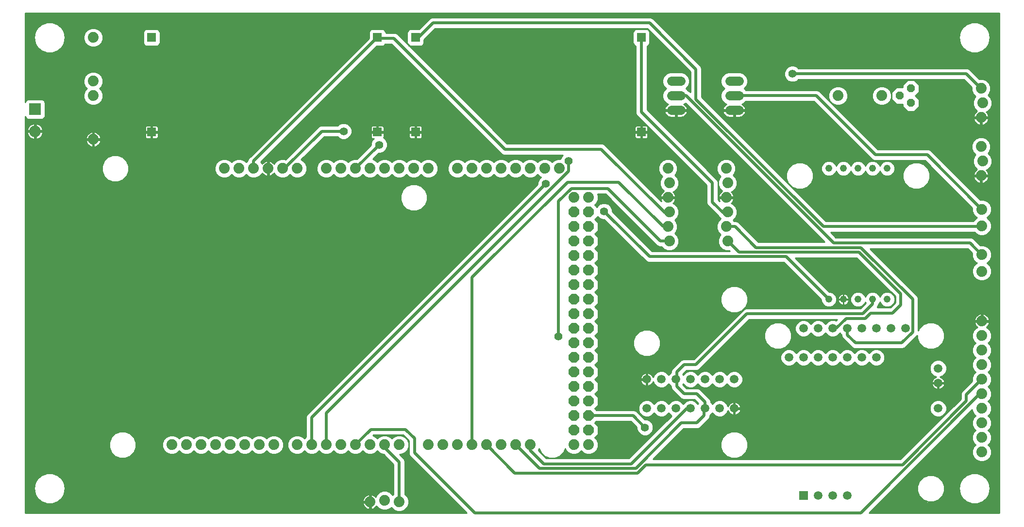
<source format=gbl>
G75*
%MOIN*%
%OFA0B0*%
%FSLAX25Y25*%
%IPPOS*%
%LPD*%
%AMOC8*
5,1,8,0,0,1.08239X$1,22.5*
%
%ADD10R,0.08000X0.08000*%
%ADD11C,0.08000*%
%ADD12R,0.05943X0.05943*%
%ADD13C,0.07400*%
%ADD14OC8,0.07400*%
%ADD15OC8,0.05600*%
%ADD16C,0.05943*%
%ADD17C,0.06400*%
%ADD18C,0.04762*%
%ADD19C,0.02000*%
%ADD20C,0.01000*%
%ADD21C,0.05540*%
D10*
X0060842Y0282000D03*
D11*
X0060842Y0266820D03*
D12*
X0140842Y0266300D03*
X0140842Y0331300D03*
X0295842Y0331300D03*
X0322092Y0331300D03*
X0322092Y0266300D03*
X0295842Y0266300D03*
X0477092Y0266300D03*
X0477092Y0331300D03*
X0588342Y0016300D03*
D13*
X0710842Y0046300D03*
X0710842Y0056300D03*
X0710842Y0066300D03*
X0710842Y0076300D03*
X0710842Y0086300D03*
X0710842Y0096300D03*
X0710842Y0106300D03*
X0710842Y0116300D03*
X0710842Y0126300D03*
X0710842Y0136300D03*
X0710842Y0170600D03*
X0710842Y0182000D03*
X0710842Y0201850D03*
X0710842Y0213250D03*
X0710342Y0236300D03*
X0711342Y0246300D03*
X0710342Y0256300D03*
X0710342Y0276300D03*
X0711342Y0286300D03*
X0710342Y0296300D03*
X0642092Y0291300D03*
X0612092Y0291300D03*
X0535342Y0241300D03*
X0536342Y0231300D03*
X0535342Y0221300D03*
X0536342Y0211300D03*
X0535342Y0201300D03*
X0536342Y0191300D03*
X0496342Y0191300D03*
X0495342Y0201300D03*
X0496342Y0211300D03*
X0495342Y0221300D03*
X0496342Y0231300D03*
X0495342Y0241300D03*
X0440842Y0221300D03*
X0430842Y0221300D03*
X0420842Y0241300D03*
X0410842Y0241300D03*
X0400842Y0241300D03*
X0390842Y0241300D03*
X0380842Y0241300D03*
X0370842Y0241300D03*
X0360842Y0241300D03*
X0350842Y0241300D03*
X0330842Y0241300D03*
X0320842Y0241300D03*
X0310842Y0241300D03*
X0300842Y0241300D03*
X0290842Y0241300D03*
X0280842Y0241300D03*
X0270842Y0241300D03*
X0260842Y0241300D03*
X0240842Y0241300D03*
X0230842Y0241300D03*
X0220842Y0241300D03*
X0210842Y0241300D03*
X0200842Y0241300D03*
X0190842Y0241300D03*
X0100842Y0261300D03*
X0100842Y0291300D03*
X0100842Y0301300D03*
X0100842Y0331300D03*
X0154842Y0051300D03*
X0164842Y0051300D03*
X0174842Y0051300D03*
X0184842Y0051300D03*
X0194842Y0051300D03*
X0204842Y0051300D03*
X0214842Y0051300D03*
X0224842Y0051300D03*
X0240842Y0051300D03*
X0250842Y0051300D03*
X0260842Y0051300D03*
X0270842Y0051300D03*
X0280842Y0051300D03*
X0290842Y0051300D03*
X0300842Y0051300D03*
X0310842Y0051300D03*
X0330842Y0051300D03*
X0340842Y0051300D03*
X0350842Y0051300D03*
X0360842Y0051300D03*
X0370842Y0051300D03*
X0380842Y0051300D03*
X0390842Y0051300D03*
X0400842Y0051300D03*
X0430842Y0051300D03*
X0440842Y0051300D03*
X0310842Y0012050D03*
X0300842Y0013050D03*
X0290842Y0012050D03*
D14*
X0430842Y0061300D03*
X0440842Y0061300D03*
X0440842Y0071300D03*
X0430842Y0071300D03*
X0430842Y0081300D03*
X0440842Y0081300D03*
X0440842Y0091300D03*
X0430842Y0091300D03*
X0430842Y0101300D03*
X0440842Y0101300D03*
X0440842Y0111300D03*
X0430842Y0111300D03*
X0430842Y0121300D03*
X0440842Y0121300D03*
X0440842Y0131300D03*
X0430842Y0131300D03*
X0430842Y0141300D03*
X0440842Y0141300D03*
X0440842Y0151300D03*
X0430842Y0151300D03*
X0430842Y0161300D03*
X0440842Y0161300D03*
X0440842Y0171300D03*
X0430842Y0171300D03*
X0430842Y0181300D03*
X0440842Y0181300D03*
X0440842Y0191300D03*
X0430842Y0191300D03*
X0430842Y0201300D03*
X0440842Y0201300D03*
X0440842Y0211300D03*
X0430842Y0211300D03*
D15*
X0654592Y0291300D03*
X0662092Y0296300D03*
X0662092Y0286300D03*
D16*
X0658342Y0131300D03*
X0648342Y0131300D03*
X0638342Y0131300D03*
X0628342Y0131300D03*
X0618342Y0131300D03*
X0608342Y0131300D03*
X0598342Y0131300D03*
X0588342Y0131300D03*
X0588342Y0111300D03*
X0578342Y0111300D03*
X0598342Y0111300D03*
X0608342Y0111300D03*
X0618342Y0111300D03*
X0628342Y0111300D03*
X0638342Y0111300D03*
X0680842Y0103800D03*
X0680842Y0093800D03*
X0680842Y0076300D03*
X0618342Y0016300D03*
X0608342Y0016300D03*
X0598342Y0016300D03*
X0540842Y0076300D03*
X0530842Y0076300D03*
X0520842Y0076300D03*
X0510842Y0076300D03*
X0500842Y0076300D03*
X0490842Y0076300D03*
X0480842Y0076300D03*
X0480842Y0096300D03*
X0490842Y0096300D03*
X0500842Y0096300D03*
X0510842Y0096300D03*
X0520842Y0096300D03*
X0530842Y0096300D03*
X0540842Y0096300D03*
D17*
X0537642Y0281300D02*
X0544042Y0281300D01*
X0544042Y0291300D02*
X0537642Y0291300D01*
X0537642Y0301300D02*
X0544042Y0301300D01*
X0504042Y0301300D02*
X0497642Y0301300D01*
X0497642Y0291300D02*
X0504042Y0291300D01*
X0504042Y0281300D02*
X0497642Y0281300D01*
D18*
X0605842Y0241300D03*
X0615842Y0241300D03*
X0625842Y0241300D03*
X0635842Y0241300D03*
X0645842Y0241300D03*
X0645842Y0151300D03*
X0635842Y0151300D03*
X0625842Y0151300D03*
X0615842Y0151300D03*
X0605842Y0151300D03*
D19*
X0576467Y0180675D01*
X0482717Y0180675D01*
X0451467Y0211925D01*
X0453967Y0227550D02*
X0428967Y0227550D01*
X0420217Y0218800D01*
X0420217Y0125675D01*
X0360842Y0166300D02*
X0426467Y0231925D01*
X0461467Y0231925D01*
X0492092Y0201300D01*
X0495342Y0201300D01*
X0496342Y0191300D02*
X0490217Y0191300D01*
X0453967Y0227550D01*
X0427092Y0239425D02*
X0260842Y0073175D01*
X0260842Y0051300D01*
X0250842Y0051300D02*
X0250842Y0070050D01*
X0411467Y0230675D01*
X0427092Y0239425D02*
X0427092Y0246300D01*
X0449592Y0254425D02*
X0493342Y0210675D01*
X0495217Y0210675D01*
X0495842Y0211300D01*
X0496342Y0211300D01*
X0525842Y0218175D02*
X0533342Y0210675D01*
X0535217Y0210675D01*
X0535842Y0211300D01*
X0536342Y0211300D01*
X0525842Y0218175D02*
X0525842Y0231300D01*
X0477092Y0280050D01*
X0477092Y0331300D01*
X0482717Y0341300D02*
X0333967Y0341300D01*
X0323967Y0331300D01*
X0322092Y0331300D01*
X0307092Y0330675D02*
X0383342Y0254425D01*
X0449592Y0254425D01*
X0500842Y0291300D02*
X0507717Y0291300D01*
X0608967Y0190050D01*
X0702717Y0190050D01*
X0710842Y0181925D01*
X0710842Y0182000D01*
X0710842Y0201300D02*
X0710842Y0201850D01*
X0710842Y0201300D02*
X0602092Y0201300D01*
X0514592Y0288800D01*
X0514592Y0309425D01*
X0482717Y0341300D01*
X0540842Y0291300D02*
X0597092Y0291300D01*
X0637717Y0250675D01*
X0673342Y0250675D01*
X0710842Y0213175D01*
X0710842Y0213250D01*
X0663342Y0151300D02*
X0627717Y0186925D01*
X0555842Y0186925D01*
X0541467Y0201300D01*
X0535342Y0201300D01*
X0536342Y0191300D02*
X0536467Y0191300D01*
X0543967Y0183800D01*
X0626467Y0183800D01*
X0655217Y0155050D01*
X0655217Y0147550D01*
X0649592Y0141925D01*
X0634592Y0141925D01*
X0630842Y0138175D01*
X0617717Y0138175D01*
X0610842Y0131300D01*
X0608342Y0131300D01*
X0618342Y0131300D02*
X0618342Y0126925D01*
X0623967Y0121300D01*
X0655842Y0121300D01*
X0663342Y0128800D01*
X0663342Y0151300D01*
X0635842Y0151300D02*
X0635842Y0148175D01*
X0628967Y0141300D01*
X0549592Y0141300D01*
X0514592Y0106300D01*
X0506467Y0106300D01*
X0501467Y0101300D01*
X0501467Y0096925D01*
X0500842Y0096300D01*
X0501467Y0095675D01*
X0501467Y0091300D01*
X0506467Y0086300D01*
X0515217Y0086300D01*
X0520842Y0080675D01*
X0520842Y0076300D01*
X0520217Y0075675D01*
X0520217Y0071300D01*
X0515217Y0066300D01*
X0504592Y0066300D01*
X0473342Y0035050D01*
X0407092Y0035050D01*
X0390842Y0051300D01*
X0400842Y0051300D02*
X0400842Y0047550D01*
X0410217Y0038175D01*
X0470217Y0038175D01*
X0508342Y0076300D01*
X0510842Y0076300D01*
X0479592Y0063175D02*
X0471467Y0071300D01*
X0440842Y0071300D01*
X0480217Y0037550D02*
X0656467Y0037550D01*
X0700217Y0081300D01*
X0700217Y0085675D01*
X0710842Y0096300D01*
X0710842Y0086300D02*
X0709592Y0086300D01*
X0627717Y0004425D01*
X0362717Y0004425D01*
X0321467Y0045675D01*
X0321467Y0055675D01*
X0315217Y0061925D01*
X0291467Y0061925D01*
X0280842Y0051300D01*
X0300842Y0051300D02*
X0300842Y0049425D01*
X0310842Y0039425D01*
X0310842Y0012050D01*
X0360842Y0051300D02*
X0360842Y0166300D01*
X0280842Y0241300D02*
X0297092Y0257550D01*
X0272717Y0266925D02*
X0257717Y0266925D01*
X0232092Y0241300D01*
X0230842Y0241300D01*
X0210842Y0241300D02*
X0210842Y0246300D01*
X0295842Y0331300D01*
X0296467Y0330675D01*
X0307092Y0330675D01*
X0580842Y0306300D02*
X0700217Y0306300D01*
X0710217Y0296300D01*
X0710342Y0296300D01*
X0390217Y0031925D02*
X0370842Y0051300D01*
X0390217Y0031925D02*
X0474592Y0031925D01*
X0480217Y0037550D01*
D20*
X0054042Y0004500D02*
X0054042Y0277182D01*
X0054383Y0276357D01*
X0055199Y0275541D01*
X0056265Y0275100D01*
X0065419Y0275100D01*
X0066485Y0275541D01*
X0067300Y0276357D01*
X0067742Y0277423D01*
X0067742Y0286577D01*
X0067300Y0287643D01*
X0066485Y0288458D01*
X0065419Y0288900D01*
X0056265Y0288900D01*
X0055199Y0288458D01*
X0054383Y0287643D01*
X0054042Y0286818D01*
X0054042Y0348100D01*
X0722642Y0348100D01*
X0722642Y0004500D01*
X0633307Y0004500D01*
X0704242Y0075435D01*
X0704242Y0074987D01*
X0705247Y0072561D01*
X0706508Y0071300D01*
X0705247Y0070039D01*
X0704242Y0067613D01*
X0704242Y0064987D01*
X0705247Y0062561D01*
X0706508Y0061300D01*
X0705247Y0060039D01*
X0704242Y0057613D01*
X0704242Y0054987D01*
X0705247Y0052561D01*
X0706508Y0051300D01*
X0705247Y0050039D01*
X0704242Y0047613D01*
X0704242Y0044987D01*
X0705247Y0042561D01*
X0707103Y0040705D01*
X0709529Y0039700D01*
X0712155Y0039700D01*
X0714580Y0040705D01*
X0716437Y0042561D01*
X0717442Y0044987D01*
X0717442Y0047613D01*
X0716437Y0050039D01*
X0715176Y0051300D01*
X0716437Y0052561D01*
X0717442Y0054987D01*
X0717442Y0057613D01*
X0716437Y0060039D01*
X0715176Y0061300D01*
X0716437Y0062561D01*
X0717442Y0064987D01*
X0717442Y0067613D01*
X0716437Y0070039D01*
X0715176Y0071300D01*
X0716437Y0072561D01*
X0717442Y0074987D01*
X0717442Y0077613D01*
X0716437Y0080039D01*
X0715176Y0081300D01*
X0716437Y0082561D01*
X0717442Y0084987D01*
X0717442Y0087613D01*
X0716437Y0090039D01*
X0715176Y0091300D01*
X0716437Y0092561D01*
X0717442Y0094987D01*
X0717442Y0097613D01*
X0716437Y0100039D01*
X0715176Y0101300D01*
X0716437Y0102561D01*
X0717442Y0104987D01*
X0717442Y0107613D01*
X0716437Y0110039D01*
X0715176Y0111300D01*
X0716437Y0112561D01*
X0717442Y0114987D01*
X0717442Y0117613D01*
X0716437Y0120039D01*
X0715176Y0121300D01*
X0716437Y0122561D01*
X0717442Y0124987D01*
X0717442Y0127613D01*
X0716437Y0130039D01*
X0714580Y0131895D01*
X0713972Y0132147D01*
X0714229Y0132334D01*
X0714808Y0132912D01*
X0715289Y0133575D01*
X0715661Y0134304D01*
X0715914Y0135082D01*
X0716027Y0135800D01*
X0711342Y0135800D01*
X0711342Y0136800D01*
X0716027Y0136800D01*
X0715914Y0137518D01*
X0715661Y0138296D01*
X0715289Y0139025D01*
X0714808Y0139688D01*
X0714229Y0140266D01*
X0713567Y0140747D01*
X0712838Y0141119D01*
X0712059Y0141372D01*
X0711342Y0141486D01*
X0711342Y0136800D01*
X0710342Y0136800D01*
X0710342Y0141486D01*
X0709624Y0141372D01*
X0708846Y0141119D01*
X0708116Y0140747D01*
X0707454Y0140266D01*
X0706875Y0139688D01*
X0706394Y0139025D01*
X0706023Y0138296D01*
X0705770Y0137518D01*
X0705656Y0136800D01*
X0710342Y0136800D01*
X0710342Y0135800D01*
X0705656Y0135800D01*
X0705770Y0135082D01*
X0706023Y0134304D01*
X0706394Y0133575D01*
X0706875Y0132912D01*
X0707454Y0132334D01*
X0707711Y0132147D01*
X0707103Y0131895D01*
X0705247Y0130039D01*
X0704242Y0127613D01*
X0704242Y0124987D01*
X0705247Y0122561D01*
X0706508Y0121300D01*
X0705247Y0120039D01*
X0704242Y0117613D01*
X0704242Y0114987D01*
X0705247Y0112561D01*
X0706508Y0111300D01*
X0705247Y0110039D01*
X0704242Y0107613D01*
X0704242Y0104987D01*
X0705247Y0102561D01*
X0706508Y0101300D01*
X0705247Y0100039D01*
X0704242Y0097613D01*
X0704242Y0095215D01*
X0696911Y0087884D01*
X0696317Y0086451D01*
X0696317Y0082915D01*
X0654851Y0041450D01*
X0485257Y0041450D01*
X0506207Y0062400D01*
X0515993Y0062400D01*
X0517426Y0062994D01*
X0522426Y0067994D01*
X0523523Y0069091D01*
X0524117Y0070524D01*
X0524117Y0071301D01*
X0524168Y0071322D01*
X0525820Y0072974D01*
X0525842Y0073028D01*
X0525864Y0072974D01*
X0527516Y0071322D01*
X0529674Y0070428D01*
X0532010Y0070428D01*
X0534168Y0071322D01*
X0535820Y0072974D01*
X0536605Y0074870D01*
X0536698Y0074583D01*
X0537017Y0073956D01*
X0537431Y0073387D01*
X0537929Y0072889D01*
X0538498Y0072475D01*
X0539125Y0072156D01*
X0539795Y0071938D01*
X0540456Y0071834D01*
X0540456Y0075914D01*
X0541228Y0075914D01*
X0541228Y0076686D01*
X0545308Y0076686D01*
X0545203Y0077347D01*
X0544986Y0078017D01*
X0544666Y0078644D01*
X0544253Y0079213D01*
X0543755Y0079711D01*
X0543185Y0080124D01*
X0542558Y0080444D01*
X0541889Y0080662D01*
X0541228Y0080766D01*
X0541228Y0076686D01*
X0540456Y0076686D01*
X0540456Y0080766D01*
X0539795Y0080662D01*
X0539125Y0080444D01*
X0538498Y0080124D01*
X0537929Y0079711D01*
X0537431Y0079213D01*
X0537017Y0078644D01*
X0536698Y0078017D01*
X0536605Y0077730D01*
X0535820Y0079626D01*
X0534168Y0081278D01*
X0532010Y0082172D01*
X0529674Y0082172D01*
X0527516Y0081278D01*
X0525864Y0079626D01*
X0525842Y0079572D01*
X0525820Y0079626D01*
X0524742Y0080704D01*
X0524742Y0081451D01*
X0524148Y0082884D01*
X0518523Y0088509D01*
X0517426Y0089606D01*
X0515993Y0090200D01*
X0508082Y0090200D01*
X0505564Y0092718D01*
X0505820Y0092974D01*
X0505842Y0093028D01*
X0505864Y0092974D01*
X0507516Y0091322D01*
X0509674Y0090428D01*
X0512010Y0090428D01*
X0514168Y0091322D01*
X0515820Y0092974D01*
X0515842Y0093028D01*
X0515864Y0092974D01*
X0517516Y0091322D01*
X0519674Y0090428D01*
X0522010Y0090428D01*
X0524168Y0091322D01*
X0525820Y0092974D01*
X0525842Y0093028D01*
X0525864Y0092974D01*
X0527516Y0091322D01*
X0529674Y0090428D01*
X0532010Y0090428D01*
X0534168Y0091322D01*
X0535820Y0092974D01*
X0535842Y0093028D01*
X0535864Y0092974D01*
X0537516Y0091322D01*
X0539674Y0090428D01*
X0542010Y0090428D01*
X0544168Y0091322D01*
X0545820Y0092974D01*
X0546713Y0095132D01*
X0546713Y0097468D01*
X0545820Y0099626D01*
X0544168Y0101278D01*
X0542010Y0102172D01*
X0539674Y0102172D01*
X0537516Y0101278D01*
X0535864Y0099626D01*
X0535842Y0099572D01*
X0535820Y0099626D01*
X0534168Y0101278D01*
X0532010Y0102172D01*
X0529674Y0102172D01*
X0527516Y0101278D01*
X0525864Y0099626D01*
X0525842Y0099572D01*
X0525820Y0099626D01*
X0524168Y0101278D01*
X0522010Y0102172D01*
X0519674Y0102172D01*
X0517516Y0101278D01*
X0515864Y0099626D01*
X0515842Y0099572D01*
X0515820Y0099626D01*
X0514168Y0101278D01*
X0512010Y0102172D01*
X0509674Y0102172D01*
X0507516Y0101278D01*
X0505864Y0099626D01*
X0505842Y0099572D01*
X0505820Y0099626D01*
X0505564Y0099882D01*
X0508082Y0102400D01*
X0515368Y0102400D01*
X0516801Y0102994D01*
X0517898Y0104091D01*
X0551207Y0137400D01*
X0611426Y0137400D01*
X0610704Y0136677D01*
X0609510Y0137172D01*
X0607174Y0137172D01*
X0605016Y0136278D01*
X0603364Y0134626D01*
X0603342Y0134572D01*
X0603320Y0134626D01*
X0601668Y0136278D01*
X0599510Y0137172D01*
X0597174Y0137172D01*
X0595016Y0136278D01*
X0593364Y0134626D01*
X0593342Y0134572D01*
X0593320Y0134626D01*
X0591668Y0136278D01*
X0589510Y0137172D01*
X0587174Y0137172D01*
X0585016Y0136278D01*
X0583364Y0134626D01*
X0582470Y0132468D01*
X0582470Y0130132D01*
X0583364Y0127974D01*
X0585016Y0126322D01*
X0587174Y0125428D01*
X0589510Y0125428D01*
X0591668Y0126322D01*
X0593320Y0127974D01*
X0593342Y0128028D01*
X0593364Y0127974D01*
X0595016Y0126322D01*
X0597174Y0125428D01*
X0599510Y0125428D01*
X0601668Y0126322D01*
X0603320Y0127974D01*
X0603342Y0128028D01*
X0603364Y0127974D01*
X0605016Y0126322D01*
X0607174Y0125428D01*
X0609510Y0125428D01*
X0611668Y0126322D01*
X0613320Y0127974D01*
X0613342Y0128028D01*
X0613364Y0127974D01*
X0614442Y0126896D01*
X0614442Y0126149D01*
X0615036Y0124716D01*
X0620661Y0119091D01*
X0621758Y0117994D01*
X0623191Y0117400D01*
X0656618Y0117400D01*
X0658051Y0117994D01*
X0665551Y0125494D01*
X0666517Y0126460D01*
X0666517Y0124445D01*
X0667936Y0121018D01*
X0670560Y0118395D01*
X0673987Y0116975D01*
X0677697Y0116975D01*
X0681124Y0118395D01*
X0683747Y0121018D01*
X0685167Y0124445D01*
X0685167Y0128155D01*
X0683747Y0131582D01*
X0681124Y0134205D01*
X0677697Y0135625D01*
X0673987Y0135625D01*
X0670560Y0134205D01*
X0667936Y0131582D01*
X0667242Y0129905D01*
X0667242Y0152076D01*
X0666648Y0153509D01*
X0634007Y0186150D01*
X0701101Y0186150D01*
X0704242Y0183010D01*
X0704242Y0180687D01*
X0705247Y0178261D01*
X0707103Y0176405D01*
X0707356Y0176300D01*
X0707103Y0176195D01*
X0705247Y0174339D01*
X0704242Y0171913D01*
X0704242Y0169287D01*
X0705247Y0166861D01*
X0707103Y0165005D01*
X0709529Y0164000D01*
X0712155Y0164000D01*
X0714580Y0165005D01*
X0716437Y0166861D01*
X0717442Y0169287D01*
X0717442Y0171913D01*
X0716437Y0174339D01*
X0714580Y0176195D01*
X0714327Y0176300D01*
X0714580Y0176405D01*
X0716437Y0178261D01*
X0717442Y0180687D01*
X0717442Y0183313D01*
X0716437Y0185739D01*
X0714580Y0187595D01*
X0712155Y0188600D01*
X0709682Y0188600D01*
X0704926Y0193356D01*
X0703493Y0193950D01*
X0610582Y0193950D01*
X0607132Y0197400D01*
X0705958Y0197400D01*
X0707103Y0196255D01*
X0709529Y0195250D01*
X0712155Y0195250D01*
X0714580Y0196255D01*
X0716437Y0198111D01*
X0717442Y0200537D01*
X0717442Y0203163D01*
X0716437Y0205589D01*
X0714580Y0207445D01*
X0714327Y0207550D01*
X0714580Y0207655D01*
X0716437Y0209511D01*
X0717442Y0211937D01*
X0717442Y0214563D01*
X0716437Y0216989D01*
X0714580Y0218845D01*
X0712155Y0219850D01*
X0709682Y0219850D01*
X0675551Y0253981D01*
X0674118Y0254575D01*
X0639332Y0254575D01*
X0599301Y0294606D01*
X0597868Y0295200D01*
X0548769Y0295200D01*
X0547668Y0296300D01*
X0549213Y0297845D01*
X0550142Y0300087D01*
X0550142Y0302513D01*
X0549213Y0304755D01*
X0547497Y0306471D01*
X0545255Y0307400D01*
X0536428Y0307400D01*
X0534186Y0306471D01*
X0532470Y0304755D01*
X0531542Y0302513D01*
X0531542Y0300087D01*
X0532470Y0297845D01*
X0534015Y0296300D01*
X0532470Y0294755D01*
X0531542Y0292513D01*
X0531542Y0290087D01*
X0532470Y0287845D01*
X0534186Y0286129D01*
X0535609Y0285539D01*
X0535178Y0285320D01*
X0534580Y0284885D01*
X0534057Y0284362D01*
X0533622Y0283763D01*
X0533286Y0283104D01*
X0533058Y0282401D01*
X0532962Y0281800D01*
X0540342Y0281800D01*
X0540342Y0280800D01*
X0541342Y0280800D01*
X0541342Y0281800D01*
X0548721Y0281800D01*
X0548626Y0282401D01*
X0548397Y0283104D01*
X0548062Y0283763D01*
X0547627Y0284362D01*
X0547104Y0284885D01*
X0546505Y0285320D01*
X0546074Y0285539D01*
X0547497Y0286129D01*
X0548769Y0287400D01*
X0595476Y0287400D01*
X0634411Y0248466D01*
X0635508Y0247369D01*
X0636941Y0246775D01*
X0671726Y0246775D01*
X0704242Y0214260D01*
X0704242Y0211937D01*
X0705247Y0209511D01*
X0707103Y0207655D01*
X0707356Y0207550D01*
X0707103Y0207445D01*
X0705247Y0205589D01*
X0705086Y0205200D01*
X0603707Y0205200D01*
X0518492Y0290415D01*
X0518492Y0310201D01*
X0517898Y0311634D01*
X0486023Y0343509D01*
X0484926Y0344606D01*
X0483493Y0345200D01*
X0333191Y0345200D01*
X0331758Y0344606D01*
X0324323Y0337172D01*
X0318543Y0337172D01*
X0317477Y0336730D01*
X0316662Y0335914D01*
X0316220Y0334848D01*
X0316220Y0327751D01*
X0316662Y0326686D01*
X0317477Y0325870D01*
X0318543Y0325428D01*
X0325640Y0325428D01*
X0326706Y0325870D01*
X0327522Y0326686D01*
X0327963Y0327751D01*
X0327963Y0329781D01*
X0335582Y0337400D01*
X0481101Y0337400D01*
X0510692Y0307810D01*
X0510692Y0293840D01*
X0509926Y0294606D01*
X0508964Y0295005D01*
X0507668Y0296300D01*
X0509213Y0297845D01*
X0510142Y0300087D01*
X0510142Y0302513D01*
X0509213Y0304755D01*
X0507497Y0306471D01*
X0505255Y0307400D01*
X0496428Y0307400D01*
X0494186Y0306471D01*
X0492470Y0304755D01*
X0491542Y0302513D01*
X0491542Y0300087D01*
X0492470Y0297845D01*
X0494015Y0296300D01*
X0492470Y0294755D01*
X0491542Y0292513D01*
X0491542Y0290087D01*
X0492470Y0287845D01*
X0494186Y0286129D01*
X0495609Y0285539D01*
X0495178Y0285320D01*
X0494580Y0284885D01*
X0494057Y0284362D01*
X0493622Y0283763D01*
X0493286Y0283104D01*
X0493058Y0282401D01*
X0492962Y0281800D01*
X0500342Y0281800D01*
X0500342Y0280800D01*
X0501342Y0280800D01*
X0501342Y0281800D01*
X0508721Y0281800D01*
X0508626Y0282401D01*
X0508397Y0283104D01*
X0508062Y0283763D01*
X0507627Y0284362D01*
X0507104Y0284885D01*
X0506505Y0285320D01*
X0506074Y0285539D01*
X0507409Y0286092D01*
X0602676Y0190825D01*
X0557457Y0190825D01*
X0544773Y0203509D01*
X0543676Y0204606D01*
X0542243Y0205200D01*
X0540776Y0205200D01*
X0540176Y0205800D01*
X0541937Y0207561D01*
X0542942Y0209987D01*
X0542942Y0212613D01*
X0541937Y0215039D01*
X0540080Y0216895D01*
X0538815Y0217419D01*
X0539308Y0217912D01*
X0539789Y0218575D01*
X0540161Y0219304D01*
X0540414Y0220082D01*
X0540527Y0220800D01*
X0535842Y0220800D01*
X0535842Y0221800D01*
X0540527Y0221800D01*
X0540414Y0222518D01*
X0540161Y0223296D01*
X0539789Y0224025D01*
X0539308Y0224688D01*
X0538815Y0225181D01*
X0540080Y0225705D01*
X0541937Y0227561D01*
X0542942Y0229987D01*
X0542942Y0232613D01*
X0541937Y0235039D01*
X0540176Y0236800D01*
X0540937Y0237561D01*
X0541942Y0239987D01*
X0541942Y0242613D01*
X0540937Y0245039D01*
X0539080Y0246895D01*
X0536655Y0247900D01*
X0534029Y0247900D01*
X0531603Y0246895D01*
X0529747Y0245039D01*
X0528742Y0242613D01*
X0528742Y0239987D01*
X0529747Y0237561D01*
X0531508Y0235800D01*
X0530747Y0235039D01*
X0529742Y0232613D01*
X0529742Y0229987D01*
X0530747Y0227561D01*
X0532584Y0225724D01*
X0531954Y0225266D01*
X0531375Y0224688D01*
X0530894Y0224025D01*
X0530523Y0223296D01*
X0530270Y0222518D01*
X0530156Y0221800D01*
X0534842Y0221800D01*
X0534842Y0220800D01*
X0530156Y0220800D01*
X0530270Y0220082D01*
X0530523Y0219304D01*
X0530829Y0218704D01*
X0529742Y0219790D01*
X0529742Y0232076D01*
X0529148Y0233509D01*
X0528051Y0234606D01*
X0480992Y0281665D01*
X0480992Y0325574D01*
X0481706Y0325870D01*
X0482522Y0326686D01*
X0482963Y0327751D01*
X0482963Y0334848D01*
X0482522Y0335914D01*
X0481706Y0336730D01*
X0480640Y0337172D01*
X0473543Y0337172D01*
X0472477Y0336730D01*
X0471662Y0335914D01*
X0471220Y0334848D01*
X0471220Y0327751D01*
X0471662Y0326686D01*
X0472477Y0325870D01*
X0473192Y0325574D01*
X0473192Y0279274D01*
X0473786Y0277841D01*
X0521942Y0229685D01*
X0521942Y0217399D01*
X0522536Y0215966D01*
X0530036Y0208466D01*
X0530610Y0207892D01*
X0530747Y0207561D01*
X0531508Y0206800D01*
X0529747Y0205039D01*
X0528742Y0202613D01*
X0528742Y0199987D01*
X0529747Y0197561D01*
X0531508Y0195800D01*
X0530747Y0195039D01*
X0529742Y0192613D01*
X0529742Y0189987D01*
X0530747Y0187561D01*
X0532603Y0185705D01*
X0535029Y0184700D01*
X0537551Y0184700D01*
X0537676Y0184575D01*
X0484332Y0184575D01*
X0457137Y0211770D01*
X0457137Y0213053D01*
X0456274Y0215137D01*
X0454679Y0216732D01*
X0452595Y0217595D01*
X0450339Y0217595D01*
X0448255Y0216732D01*
X0446660Y0215137D01*
X0446566Y0214910D01*
X0445176Y0216300D01*
X0446437Y0217561D01*
X0447442Y0219987D01*
X0447442Y0222613D01*
X0447012Y0223650D01*
X0452351Y0223650D01*
X0486911Y0189091D01*
X0488008Y0187994D01*
X0489441Y0187400D01*
X0490908Y0187400D01*
X0492603Y0185705D01*
X0495029Y0184700D01*
X0497655Y0184700D01*
X0500080Y0185705D01*
X0501937Y0187561D01*
X0502942Y0189987D01*
X0502942Y0192613D01*
X0501937Y0195039D01*
X0500176Y0196800D01*
X0500937Y0197561D01*
X0501942Y0199987D01*
X0501942Y0202613D01*
X0500937Y0205039D01*
X0500176Y0205800D01*
X0501937Y0207561D01*
X0502942Y0209987D01*
X0502942Y0212613D01*
X0501937Y0215039D01*
X0500080Y0216895D01*
X0498815Y0217419D01*
X0499308Y0217912D01*
X0499789Y0218575D01*
X0500161Y0219304D01*
X0500414Y0220082D01*
X0500527Y0220800D01*
X0495842Y0220800D01*
X0495842Y0221800D01*
X0500527Y0221800D01*
X0500414Y0222518D01*
X0500161Y0223296D01*
X0499789Y0224025D01*
X0499308Y0224688D01*
X0498815Y0225181D01*
X0500080Y0225705D01*
X0501937Y0227561D01*
X0502942Y0229987D01*
X0502942Y0232613D01*
X0501937Y0235039D01*
X0500176Y0236800D01*
X0500937Y0237561D01*
X0501942Y0239987D01*
X0501942Y0242613D01*
X0500937Y0245039D01*
X0499080Y0246895D01*
X0496655Y0247900D01*
X0494029Y0247900D01*
X0491603Y0246895D01*
X0489747Y0245039D01*
X0488742Y0242613D01*
X0488742Y0239987D01*
X0489747Y0237561D01*
X0491508Y0235800D01*
X0490747Y0235039D01*
X0489742Y0232613D01*
X0489742Y0229987D01*
X0490747Y0227561D01*
X0492584Y0225724D01*
X0491954Y0225266D01*
X0491375Y0224688D01*
X0490894Y0224025D01*
X0490523Y0223296D01*
X0490270Y0222518D01*
X0490156Y0221800D01*
X0494842Y0221800D01*
X0494842Y0220800D01*
X0490156Y0220800D01*
X0490270Y0220082D01*
X0490523Y0219304D01*
X0490829Y0218704D01*
X0452898Y0256634D01*
X0451801Y0257731D01*
X0450368Y0258325D01*
X0384957Y0258325D01*
X0309301Y0333981D01*
X0307868Y0334575D01*
X0301713Y0334575D01*
X0301713Y0334848D01*
X0301272Y0335914D01*
X0300456Y0336730D01*
X0299390Y0337172D01*
X0292293Y0337172D01*
X0291227Y0336730D01*
X0290412Y0335914D01*
X0289970Y0334848D01*
X0289970Y0330944D01*
X0208633Y0249606D01*
X0207536Y0248509D01*
X0206942Y0247076D01*
X0206942Y0246734D01*
X0205842Y0245634D01*
X0204580Y0246895D01*
X0202155Y0247900D01*
X0199529Y0247900D01*
X0197103Y0246895D01*
X0195842Y0245634D01*
X0194580Y0246895D01*
X0192155Y0247900D01*
X0189529Y0247900D01*
X0187103Y0246895D01*
X0185247Y0245039D01*
X0184242Y0242613D01*
X0184242Y0239987D01*
X0185247Y0237561D01*
X0187103Y0235705D01*
X0189529Y0234700D01*
X0192155Y0234700D01*
X0194580Y0235705D01*
X0195842Y0236966D01*
X0197103Y0235705D01*
X0199529Y0234700D01*
X0202155Y0234700D01*
X0204580Y0235705D01*
X0205842Y0236966D01*
X0207103Y0235705D01*
X0209529Y0234700D01*
X0212155Y0234700D01*
X0214580Y0235705D01*
X0216437Y0237561D01*
X0216689Y0238169D01*
X0216875Y0237912D01*
X0217454Y0237334D01*
X0218116Y0236853D01*
X0218846Y0236481D01*
X0219624Y0236228D01*
X0220342Y0236114D01*
X0220342Y0240800D01*
X0221342Y0240800D01*
X0221342Y0236114D01*
X0222059Y0236228D01*
X0222838Y0236481D01*
X0223567Y0236853D01*
X0224229Y0237334D01*
X0224808Y0237912D01*
X0224995Y0238169D01*
X0225247Y0237561D01*
X0227103Y0235705D01*
X0229529Y0234700D01*
X0232155Y0234700D01*
X0234580Y0235705D01*
X0235842Y0236966D01*
X0237103Y0235705D01*
X0239529Y0234700D01*
X0242155Y0234700D01*
X0244580Y0235705D01*
X0246437Y0237561D01*
X0247442Y0239987D01*
X0247442Y0242613D01*
X0246437Y0245039D01*
X0244580Y0246895D01*
X0243606Y0247299D01*
X0259332Y0263025D01*
X0268598Y0263025D01*
X0269505Y0262118D01*
X0271589Y0261255D01*
X0273845Y0261255D01*
X0275929Y0262118D01*
X0277524Y0263713D01*
X0278387Y0265797D01*
X0278387Y0268053D01*
X0277524Y0270137D01*
X0275929Y0271732D01*
X0273845Y0272595D01*
X0271589Y0272595D01*
X0269505Y0271732D01*
X0268598Y0270825D01*
X0256941Y0270825D01*
X0255508Y0270231D01*
X0232877Y0247601D01*
X0232155Y0247900D01*
X0229529Y0247900D01*
X0227103Y0246895D01*
X0225247Y0245039D01*
X0224995Y0244431D01*
X0224808Y0244688D01*
X0224229Y0245266D01*
X0223567Y0245747D01*
X0222838Y0246119D01*
X0222059Y0246372D01*
X0221342Y0246486D01*
X0221342Y0241800D01*
X0220342Y0241800D01*
X0220342Y0246486D01*
X0219624Y0246372D01*
X0218846Y0246119D01*
X0218116Y0245747D01*
X0217454Y0245266D01*
X0216875Y0244688D01*
X0216689Y0244431D01*
X0216437Y0245039D01*
X0215766Y0245709D01*
X0295486Y0325428D01*
X0299390Y0325428D01*
X0300456Y0325870D01*
X0301272Y0326686D01*
X0301309Y0326775D01*
X0305476Y0326775D01*
X0380036Y0252216D01*
X0381133Y0251119D01*
X0382566Y0250525D01*
X0423298Y0250525D01*
X0422285Y0249512D01*
X0421617Y0247900D01*
X0419529Y0247900D01*
X0417103Y0246895D01*
X0415842Y0245634D01*
X0414580Y0246895D01*
X0412155Y0247900D01*
X0409529Y0247900D01*
X0407103Y0246895D01*
X0405842Y0245634D01*
X0404580Y0246895D01*
X0402155Y0247900D01*
X0399529Y0247900D01*
X0397103Y0246895D01*
X0395842Y0245634D01*
X0394580Y0246895D01*
X0392155Y0247900D01*
X0389529Y0247900D01*
X0387103Y0246895D01*
X0385842Y0245634D01*
X0384580Y0246895D01*
X0382155Y0247900D01*
X0379529Y0247900D01*
X0377103Y0246895D01*
X0375842Y0245634D01*
X0374580Y0246895D01*
X0372155Y0247900D01*
X0369529Y0247900D01*
X0367103Y0246895D01*
X0365842Y0245634D01*
X0364580Y0246895D01*
X0362155Y0247900D01*
X0359529Y0247900D01*
X0357103Y0246895D01*
X0355842Y0245634D01*
X0354580Y0246895D01*
X0352155Y0247900D01*
X0349529Y0247900D01*
X0347103Y0246895D01*
X0345247Y0245039D01*
X0344242Y0242613D01*
X0344242Y0239987D01*
X0345247Y0237561D01*
X0347103Y0235705D01*
X0349529Y0234700D01*
X0352155Y0234700D01*
X0354580Y0235705D01*
X0355842Y0236966D01*
X0357103Y0235705D01*
X0359529Y0234700D01*
X0362155Y0234700D01*
X0364580Y0235705D01*
X0365842Y0236966D01*
X0367103Y0235705D01*
X0369529Y0234700D01*
X0372155Y0234700D01*
X0374580Y0235705D01*
X0375842Y0236966D01*
X0377103Y0235705D01*
X0379529Y0234700D01*
X0382155Y0234700D01*
X0384580Y0235705D01*
X0385842Y0236966D01*
X0387103Y0235705D01*
X0389529Y0234700D01*
X0392155Y0234700D01*
X0394580Y0235705D01*
X0395842Y0236966D01*
X0397103Y0235705D01*
X0399529Y0234700D01*
X0402155Y0234700D01*
X0404580Y0235705D01*
X0405842Y0236966D01*
X0407103Y0235705D01*
X0408075Y0235302D01*
X0406660Y0233887D01*
X0405797Y0231803D01*
X0405797Y0230520D01*
X0247536Y0072259D01*
X0246942Y0070826D01*
X0246942Y0056734D01*
X0245842Y0055634D01*
X0244580Y0056895D01*
X0242155Y0057900D01*
X0239529Y0057900D01*
X0237103Y0056895D01*
X0235247Y0055039D01*
X0234242Y0052613D01*
X0234242Y0049987D01*
X0235247Y0047561D01*
X0237103Y0045705D01*
X0239529Y0044700D01*
X0242155Y0044700D01*
X0244580Y0045705D01*
X0245842Y0046966D01*
X0247103Y0045705D01*
X0249529Y0044700D01*
X0252155Y0044700D01*
X0254580Y0045705D01*
X0255842Y0046966D01*
X0257103Y0045705D01*
X0259529Y0044700D01*
X0262155Y0044700D01*
X0264580Y0045705D01*
X0265842Y0046966D01*
X0267103Y0045705D01*
X0269529Y0044700D01*
X0272155Y0044700D01*
X0274580Y0045705D01*
X0275842Y0046966D01*
X0277103Y0045705D01*
X0279529Y0044700D01*
X0282155Y0044700D01*
X0284580Y0045705D01*
X0285842Y0046966D01*
X0287103Y0045705D01*
X0289529Y0044700D01*
X0292155Y0044700D01*
X0294580Y0045705D01*
X0295842Y0046966D01*
X0297103Y0045705D01*
X0299529Y0044700D01*
X0300051Y0044700D01*
X0306942Y0037810D01*
X0306942Y0017484D01*
X0306342Y0016884D01*
X0304580Y0018645D01*
X0302155Y0019650D01*
X0299529Y0019650D01*
X0297103Y0018645D01*
X0295247Y0016789D01*
X0294722Y0015523D01*
X0294229Y0016016D01*
X0293567Y0016497D01*
X0292838Y0016869D01*
X0292059Y0017122D01*
X0291342Y0017236D01*
X0291342Y0012550D01*
X0290342Y0012550D01*
X0290342Y0017236D01*
X0289624Y0017122D01*
X0288846Y0016869D01*
X0288116Y0016497D01*
X0287454Y0016016D01*
X0286875Y0015438D01*
X0286394Y0014775D01*
X0286023Y0014046D01*
X0285770Y0013268D01*
X0285656Y0012550D01*
X0290342Y0012550D01*
X0290342Y0011550D01*
X0291342Y0011550D01*
X0291342Y0006864D01*
X0292059Y0006978D01*
X0292838Y0007231D01*
X0293567Y0007603D01*
X0294229Y0008084D01*
X0294808Y0008662D01*
X0295266Y0009292D01*
X0297103Y0007455D01*
X0299529Y0006450D01*
X0302155Y0006450D01*
X0304580Y0007455D01*
X0305342Y0008216D01*
X0307103Y0006455D01*
X0309529Y0005450D01*
X0312155Y0005450D01*
X0314580Y0006455D01*
X0316437Y0008311D01*
X0317442Y0010737D01*
X0317442Y0013363D01*
X0316437Y0015789D01*
X0314742Y0017484D01*
X0314742Y0040201D01*
X0314148Y0041634D01*
X0311082Y0044700D01*
X0312155Y0044700D01*
X0314580Y0045705D01*
X0316437Y0047561D01*
X0317442Y0049987D01*
X0317442Y0052613D01*
X0316437Y0055039D01*
X0314580Y0056895D01*
X0312155Y0057900D01*
X0309529Y0057900D01*
X0307103Y0056895D01*
X0305842Y0055634D01*
X0304580Y0056895D01*
X0302155Y0057900D01*
X0299529Y0057900D01*
X0297103Y0056895D01*
X0295842Y0055634D01*
X0294580Y0056895D01*
X0292722Y0057665D01*
X0293082Y0058025D01*
X0313601Y0058025D01*
X0317567Y0054060D01*
X0317567Y0044899D01*
X0318161Y0043466D01*
X0357126Y0004500D01*
X0054042Y0004500D01*
X0054042Y0005294D02*
X0356332Y0005294D01*
X0355334Y0006293D02*
X0314189Y0006293D01*
X0315417Y0007291D02*
X0354335Y0007291D01*
X0353337Y0008290D02*
X0316415Y0008290D01*
X0316842Y0009288D02*
X0352338Y0009288D01*
X0351340Y0010287D02*
X0317255Y0010287D01*
X0317442Y0011285D02*
X0350341Y0011285D01*
X0349343Y0012284D02*
X0317442Y0012284D01*
X0317442Y0013282D02*
X0348344Y0013282D01*
X0347346Y0014281D02*
X0317062Y0014281D01*
X0316648Y0015279D02*
X0346347Y0015279D01*
X0345349Y0016278D02*
X0315948Y0016278D01*
X0314949Y0017276D02*
X0344350Y0017276D01*
X0343352Y0018275D02*
X0314742Y0018275D01*
X0314742Y0019273D02*
X0342353Y0019273D01*
X0341355Y0020272D02*
X0314742Y0020272D01*
X0314742Y0021270D02*
X0340356Y0021270D01*
X0339358Y0022269D02*
X0314742Y0022269D01*
X0314742Y0023267D02*
X0338359Y0023267D01*
X0337361Y0024266D02*
X0314742Y0024266D01*
X0314742Y0025264D02*
X0336362Y0025264D01*
X0335364Y0026263D02*
X0314742Y0026263D01*
X0314742Y0027261D02*
X0334365Y0027261D01*
X0333367Y0028260D02*
X0314742Y0028260D01*
X0314742Y0029258D02*
X0332368Y0029258D01*
X0331370Y0030257D02*
X0314742Y0030257D01*
X0314742Y0031255D02*
X0330371Y0031255D01*
X0329373Y0032254D02*
X0314742Y0032254D01*
X0314742Y0033252D02*
X0328374Y0033252D01*
X0327375Y0034251D02*
X0314742Y0034251D01*
X0314742Y0035249D02*
X0326377Y0035249D01*
X0325378Y0036248D02*
X0314742Y0036248D01*
X0314742Y0037246D02*
X0324380Y0037246D01*
X0323381Y0038245D02*
X0314742Y0038245D01*
X0314742Y0039243D02*
X0322383Y0039243D01*
X0321384Y0040242D02*
X0314725Y0040242D01*
X0314311Y0041240D02*
X0320386Y0041240D01*
X0319387Y0042239D02*
X0313543Y0042239D01*
X0312545Y0043237D02*
X0318389Y0043237D01*
X0317842Y0044236D02*
X0311546Y0044236D01*
X0313445Y0045234D02*
X0317567Y0045234D01*
X0317567Y0046233D02*
X0315109Y0046233D01*
X0316107Y0047232D02*
X0317567Y0047232D01*
X0317567Y0048230D02*
X0316714Y0048230D01*
X0317128Y0049229D02*
X0317567Y0049229D01*
X0317567Y0050227D02*
X0317442Y0050227D01*
X0317442Y0051226D02*
X0317567Y0051226D01*
X0317567Y0052224D02*
X0317442Y0052224D01*
X0317567Y0053223D02*
X0317189Y0053223D01*
X0317405Y0054221D02*
X0316776Y0054221D01*
X0316407Y0055220D02*
X0316256Y0055220D01*
X0315408Y0056218D02*
X0315257Y0056218D01*
X0314410Y0057217D02*
X0313804Y0057217D01*
X0307879Y0057217D02*
X0303804Y0057217D01*
X0305257Y0056218D02*
X0306426Y0056218D01*
X0297879Y0057217D02*
X0293804Y0057217D01*
X0295257Y0056218D02*
X0296426Y0056218D01*
X0296575Y0046233D02*
X0295109Y0046233D01*
X0293445Y0045234D02*
X0298239Y0045234D01*
X0300515Y0044236D02*
X0126787Y0044236D01*
X0126053Y0043501D02*
X0128641Y0046089D01*
X0130041Y0049470D01*
X0130041Y0053130D01*
X0128641Y0056511D01*
X0126053Y0059099D01*
X0122672Y0060499D01*
X0119012Y0060499D01*
X0115631Y0059099D01*
X0113043Y0056511D01*
X0111643Y0053130D01*
X0111643Y0049470D01*
X0113043Y0046089D01*
X0115631Y0043501D01*
X0119012Y0042101D01*
X0122672Y0042101D01*
X0126053Y0043501D01*
X0125416Y0043237D02*
X0301514Y0043237D01*
X0302512Y0042239D02*
X0123005Y0042239D01*
X0118678Y0042239D02*
X0054042Y0042239D01*
X0054042Y0043237D02*
X0116268Y0043237D01*
X0114896Y0044236D02*
X0054042Y0044236D01*
X0054042Y0045234D02*
X0113898Y0045234D01*
X0112983Y0046233D02*
X0054042Y0046233D01*
X0054042Y0047232D02*
X0112570Y0047232D01*
X0112156Y0048230D02*
X0054042Y0048230D01*
X0054042Y0049229D02*
X0111743Y0049229D01*
X0111643Y0050227D02*
X0054042Y0050227D01*
X0054042Y0051226D02*
X0111643Y0051226D01*
X0111643Y0052224D02*
X0054042Y0052224D01*
X0054042Y0053223D02*
X0111681Y0053223D01*
X0112095Y0054221D02*
X0054042Y0054221D01*
X0054042Y0055220D02*
X0112508Y0055220D01*
X0112922Y0056218D02*
X0054042Y0056218D01*
X0054042Y0057217D02*
X0113749Y0057217D01*
X0114747Y0058215D02*
X0054042Y0058215D01*
X0054042Y0059214D02*
X0115908Y0059214D01*
X0118319Y0060212D02*
X0054042Y0060212D01*
X0054042Y0061211D02*
X0246942Y0061211D01*
X0246942Y0062209D02*
X0054042Y0062209D01*
X0054042Y0063208D02*
X0246942Y0063208D01*
X0246942Y0064206D02*
X0054042Y0064206D01*
X0054042Y0065205D02*
X0246942Y0065205D01*
X0246942Y0066203D02*
X0054042Y0066203D01*
X0054042Y0067202D02*
X0246942Y0067202D01*
X0246942Y0068200D02*
X0054042Y0068200D01*
X0054042Y0069199D02*
X0246942Y0069199D01*
X0246942Y0070197D02*
X0054042Y0070197D01*
X0054042Y0071196D02*
X0247095Y0071196D01*
X0247509Y0072194D02*
X0054042Y0072194D01*
X0054042Y0073193D02*
X0248469Y0073193D01*
X0249468Y0074191D02*
X0054042Y0074191D01*
X0054042Y0075190D02*
X0250466Y0075190D01*
X0251465Y0076188D02*
X0054042Y0076188D01*
X0054042Y0077187D02*
X0252463Y0077187D01*
X0253462Y0078185D02*
X0054042Y0078185D01*
X0054042Y0079184D02*
X0254460Y0079184D01*
X0255459Y0080182D02*
X0054042Y0080182D01*
X0054042Y0081181D02*
X0256457Y0081181D01*
X0257456Y0082179D02*
X0054042Y0082179D01*
X0054042Y0083178D02*
X0258454Y0083178D01*
X0259453Y0084176D02*
X0054042Y0084176D01*
X0054042Y0085175D02*
X0260451Y0085175D01*
X0261450Y0086173D02*
X0054042Y0086173D01*
X0054042Y0087172D02*
X0262448Y0087172D01*
X0263447Y0088170D02*
X0054042Y0088170D01*
X0054042Y0089169D02*
X0264445Y0089169D01*
X0265444Y0090168D02*
X0054042Y0090168D01*
X0054042Y0091166D02*
X0266442Y0091166D01*
X0267441Y0092165D02*
X0054042Y0092165D01*
X0054042Y0093163D02*
X0268439Y0093163D01*
X0269438Y0094162D02*
X0054042Y0094162D01*
X0054042Y0095160D02*
X0270436Y0095160D01*
X0271435Y0096159D02*
X0054042Y0096159D01*
X0054042Y0097157D02*
X0272433Y0097157D01*
X0273432Y0098156D02*
X0054042Y0098156D01*
X0054042Y0099154D02*
X0274430Y0099154D01*
X0275429Y0100153D02*
X0054042Y0100153D01*
X0054042Y0101151D02*
X0276428Y0101151D01*
X0277426Y0102150D02*
X0054042Y0102150D01*
X0054042Y0103148D02*
X0278425Y0103148D01*
X0279423Y0104147D02*
X0054042Y0104147D01*
X0054042Y0105145D02*
X0280422Y0105145D01*
X0281420Y0106144D02*
X0054042Y0106144D01*
X0054042Y0107142D02*
X0282419Y0107142D01*
X0283417Y0108141D02*
X0054042Y0108141D01*
X0054042Y0109139D02*
X0284416Y0109139D01*
X0285414Y0110138D02*
X0054042Y0110138D01*
X0054042Y0111136D02*
X0286413Y0111136D01*
X0287411Y0112135D02*
X0054042Y0112135D01*
X0054042Y0113133D02*
X0288410Y0113133D01*
X0289408Y0114132D02*
X0054042Y0114132D01*
X0054042Y0115130D02*
X0290407Y0115130D01*
X0291405Y0116129D02*
X0054042Y0116129D01*
X0054042Y0117127D02*
X0292404Y0117127D01*
X0293402Y0118126D02*
X0054042Y0118126D01*
X0054042Y0119124D02*
X0294401Y0119124D01*
X0295399Y0120123D02*
X0054042Y0120123D01*
X0054042Y0121121D02*
X0296398Y0121121D01*
X0297396Y0122120D02*
X0054042Y0122120D01*
X0054042Y0123118D02*
X0298395Y0123118D01*
X0299393Y0124117D02*
X0054042Y0124117D01*
X0054042Y0125115D02*
X0300392Y0125115D01*
X0301390Y0126114D02*
X0054042Y0126114D01*
X0054042Y0127112D02*
X0302389Y0127112D01*
X0303387Y0128111D02*
X0054042Y0128111D01*
X0054042Y0129109D02*
X0304386Y0129109D01*
X0305384Y0130108D02*
X0054042Y0130108D01*
X0054042Y0131106D02*
X0306383Y0131106D01*
X0307381Y0132105D02*
X0054042Y0132105D01*
X0054042Y0133103D02*
X0308380Y0133103D01*
X0309378Y0134102D02*
X0054042Y0134102D01*
X0054042Y0135101D02*
X0310377Y0135101D01*
X0311375Y0136099D02*
X0054042Y0136099D01*
X0054042Y0137098D02*
X0312374Y0137098D01*
X0313372Y0138096D02*
X0054042Y0138096D01*
X0054042Y0139095D02*
X0314371Y0139095D01*
X0315369Y0140093D02*
X0054042Y0140093D01*
X0054042Y0141092D02*
X0316368Y0141092D01*
X0317366Y0142090D02*
X0054042Y0142090D01*
X0054042Y0143089D02*
X0318365Y0143089D01*
X0319363Y0144087D02*
X0054042Y0144087D01*
X0054042Y0145086D02*
X0320362Y0145086D01*
X0321361Y0146084D02*
X0054042Y0146084D01*
X0054042Y0147083D02*
X0322359Y0147083D01*
X0323358Y0148081D02*
X0054042Y0148081D01*
X0054042Y0149080D02*
X0324356Y0149080D01*
X0325355Y0150078D02*
X0054042Y0150078D01*
X0054042Y0151077D02*
X0326353Y0151077D01*
X0327352Y0152075D02*
X0054042Y0152075D01*
X0054042Y0153074D02*
X0328350Y0153074D01*
X0329349Y0154072D02*
X0054042Y0154072D01*
X0054042Y0155071D02*
X0330347Y0155071D01*
X0331346Y0156069D02*
X0054042Y0156069D01*
X0054042Y0157068D02*
X0332344Y0157068D01*
X0333343Y0158066D02*
X0054042Y0158066D01*
X0054042Y0159065D02*
X0334341Y0159065D01*
X0335340Y0160063D02*
X0054042Y0160063D01*
X0054042Y0161062D02*
X0336338Y0161062D01*
X0337337Y0162060D02*
X0054042Y0162060D01*
X0054042Y0163059D02*
X0338335Y0163059D01*
X0339334Y0164057D02*
X0054042Y0164057D01*
X0054042Y0165056D02*
X0340332Y0165056D01*
X0341331Y0166054D02*
X0054042Y0166054D01*
X0054042Y0167053D02*
X0342329Y0167053D01*
X0343328Y0168051D02*
X0054042Y0168051D01*
X0054042Y0169050D02*
X0344326Y0169050D01*
X0345325Y0170048D02*
X0054042Y0170048D01*
X0054042Y0171047D02*
X0346323Y0171047D01*
X0347322Y0172045D02*
X0054042Y0172045D01*
X0054042Y0173044D02*
X0348320Y0173044D01*
X0349319Y0174042D02*
X0054042Y0174042D01*
X0054042Y0175041D02*
X0350317Y0175041D01*
X0351316Y0176039D02*
X0054042Y0176039D01*
X0054042Y0177038D02*
X0352314Y0177038D01*
X0353313Y0178037D02*
X0054042Y0178037D01*
X0054042Y0179035D02*
X0354311Y0179035D01*
X0355310Y0180034D02*
X0054042Y0180034D01*
X0054042Y0181032D02*
X0356308Y0181032D01*
X0357307Y0182031D02*
X0054042Y0182031D01*
X0054042Y0183029D02*
X0358305Y0183029D01*
X0359304Y0184028D02*
X0054042Y0184028D01*
X0054042Y0185026D02*
X0360302Y0185026D01*
X0361301Y0186025D02*
X0054042Y0186025D01*
X0054042Y0187023D02*
X0362299Y0187023D01*
X0363298Y0188022D02*
X0054042Y0188022D01*
X0054042Y0189020D02*
X0364297Y0189020D01*
X0365295Y0190019D02*
X0054042Y0190019D01*
X0054042Y0191017D02*
X0366294Y0191017D01*
X0367292Y0192016D02*
X0054042Y0192016D01*
X0054042Y0193014D02*
X0368291Y0193014D01*
X0369289Y0194013D02*
X0054042Y0194013D01*
X0054042Y0195011D02*
X0370288Y0195011D01*
X0371286Y0196010D02*
X0054042Y0196010D01*
X0054042Y0197008D02*
X0372285Y0197008D01*
X0373283Y0198007D02*
X0054042Y0198007D01*
X0054042Y0199005D02*
X0374282Y0199005D01*
X0375280Y0200004D02*
X0054042Y0200004D01*
X0054042Y0201002D02*
X0376279Y0201002D01*
X0377277Y0202001D02*
X0054042Y0202001D01*
X0054042Y0202999D02*
X0378276Y0202999D01*
X0379274Y0203998D02*
X0054042Y0203998D01*
X0054042Y0204996D02*
X0380273Y0204996D01*
X0381271Y0205995D02*
X0054042Y0205995D01*
X0054042Y0206993D02*
X0382270Y0206993D01*
X0383268Y0207992D02*
X0054042Y0207992D01*
X0054042Y0208990D02*
X0384267Y0208990D01*
X0385265Y0209989D02*
X0054042Y0209989D01*
X0054042Y0210987D02*
X0386264Y0210987D01*
X0387262Y0211986D02*
X0054042Y0211986D01*
X0054042Y0212984D02*
X0316879Y0212984D01*
X0315631Y0213501D02*
X0319012Y0212101D01*
X0322672Y0212101D01*
X0326053Y0213501D01*
X0328641Y0216089D01*
X0330041Y0219470D01*
X0330041Y0223130D01*
X0328641Y0226511D01*
X0326053Y0229099D01*
X0322672Y0230499D01*
X0319012Y0230499D01*
X0315631Y0229099D01*
X0313043Y0226511D01*
X0311643Y0223130D01*
X0311643Y0219470D01*
X0313043Y0216089D01*
X0315631Y0213501D01*
X0315149Y0213983D02*
X0054042Y0213983D01*
X0054042Y0214981D02*
X0314151Y0214981D01*
X0313152Y0215980D02*
X0054042Y0215980D01*
X0054042Y0216978D02*
X0312675Y0216978D01*
X0312261Y0217977D02*
X0054042Y0217977D01*
X0054042Y0218975D02*
X0311847Y0218975D01*
X0311643Y0219974D02*
X0054042Y0219974D01*
X0054042Y0220972D02*
X0311643Y0220972D01*
X0311643Y0221971D02*
X0054042Y0221971D01*
X0054042Y0222970D02*
X0311643Y0222970D01*
X0311990Y0223968D02*
X0054042Y0223968D01*
X0054042Y0224967D02*
X0312403Y0224967D01*
X0312817Y0225965D02*
X0054042Y0225965D01*
X0054042Y0226964D02*
X0313496Y0226964D01*
X0314494Y0227962D02*
X0054042Y0227962D01*
X0054042Y0228961D02*
X0315493Y0228961D01*
X0317708Y0229959D02*
X0054042Y0229959D01*
X0054042Y0230958D02*
X0405797Y0230958D01*
X0405860Y0231956D02*
X0054042Y0231956D01*
X0054042Y0232955D02*
X0111951Y0232955D01*
X0110631Y0233501D02*
X0114012Y0232101D01*
X0117672Y0232101D01*
X0121053Y0233501D01*
X0123641Y0236089D01*
X0125041Y0239470D01*
X0125041Y0243130D01*
X0123641Y0246511D01*
X0121053Y0249099D01*
X0117672Y0250499D01*
X0114012Y0250499D01*
X0110631Y0249099D01*
X0108043Y0246511D01*
X0106643Y0243130D01*
X0106643Y0239470D01*
X0108043Y0236089D01*
X0110631Y0233501D01*
X0110179Y0233953D02*
X0054042Y0233953D01*
X0054042Y0234952D02*
X0109180Y0234952D01*
X0108182Y0235950D02*
X0054042Y0235950D01*
X0054042Y0236949D02*
X0107687Y0236949D01*
X0107273Y0237947D02*
X0054042Y0237947D01*
X0054042Y0238946D02*
X0106860Y0238946D01*
X0106643Y0239944D02*
X0054042Y0239944D01*
X0054042Y0240943D02*
X0106643Y0240943D01*
X0106643Y0241941D02*
X0054042Y0241941D01*
X0054042Y0242940D02*
X0106643Y0242940D01*
X0106977Y0243938D02*
X0054042Y0243938D01*
X0054042Y0244937D02*
X0107391Y0244937D01*
X0107805Y0245935D02*
X0054042Y0245935D01*
X0054042Y0246934D02*
X0108466Y0246934D01*
X0109464Y0247932D02*
X0054042Y0247932D01*
X0054042Y0248931D02*
X0110463Y0248931D01*
X0112636Y0249929D02*
X0054042Y0249929D01*
X0054042Y0250928D02*
X0209954Y0250928D01*
X0208956Y0249929D02*
X0119047Y0249929D01*
X0121221Y0248931D02*
X0207957Y0248931D01*
X0207297Y0247932D02*
X0122219Y0247932D01*
X0123218Y0246934D02*
X0187196Y0246934D01*
X0186143Y0245935D02*
X0123879Y0245935D01*
X0124293Y0244937D02*
X0185204Y0244937D01*
X0184791Y0243938D02*
X0124706Y0243938D01*
X0125041Y0242940D02*
X0184377Y0242940D01*
X0184242Y0241941D02*
X0125041Y0241941D01*
X0125041Y0240943D02*
X0184242Y0240943D01*
X0184260Y0239944D02*
X0125041Y0239944D01*
X0124824Y0238946D02*
X0184673Y0238946D01*
X0185087Y0237947D02*
X0124410Y0237947D01*
X0123997Y0236949D02*
X0185859Y0236949D01*
X0186858Y0235950D02*
X0123502Y0235950D01*
X0122503Y0234952D02*
X0188921Y0234952D01*
X0192762Y0234952D02*
X0198921Y0234952D01*
X0196858Y0235950D02*
X0194826Y0235950D01*
X0195824Y0236949D02*
X0195859Y0236949D01*
X0202762Y0234952D02*
X0208921Y0234952D01*
X0206858Y0235950D02*
X0204826Y0235950D01*
X0205824Y0236949D02*
X0205859Y0236949D01*
X0212762Y0234952D02*
X0228921Y0234952D01*
X0226858Y0235950D02*
X0214826Y0235950D01*
X0215824Y0236949D02*
X0217984Y0236949D01*
X0216850Y0237947D02*
X0216597Y0237947D01*
X0220342Y0237947D02*
X0221342Y0237947D01*
X0221342Y0236949D02*
X0220342Y0236949D01*
X0220342Y0238946D02*
X0221342Y0238946D01*
X0221342Y0239944D02*
X0220342Y0239944D01*
X0220342Y0241941D02*
X0221342Y0241941D01*
X0221342Y0242940D02*
X0220342Y0242940D01*
X0220342Y0243938D02*
X0221342Y0243938D01*
X0221342Y0244937D02*
X0220342Y0244937D01*
X0220342Y0245935D02*
X0221342Y0245935D01*
X0223199Y0245935D02*
X0226143Y0245935D01*
X0225204Y0244937D02*
X0224559Y0244937D01*
X0227196Y0246934D02*
X0216991Y0246934D01*
X0217990Y0247932D02*
X0233209Y0247932D01*
X0234207Y0248931D02*
X0218988Y0248931D01*
X0219987Y0249929D02*
X0235206Y0249929D01*
X0236204Y0250928D02*
X0220985Y0250928D01*
X0221984Y0251926D02*
X0237203Y0251926D01*
X0238201Y0252925D02*
X0222982Y0252925D01*
X0223981Y0253923D02*
X0239200Y0253923D01*
X0240198Y0254922D02*
X0224979Y0254922D01*
X0225978Y0255920D02*
X0241197Y0255920D01*
X0242195Y0256919D02*
X0226976Y0256919D01*
X0227975Y0257917D02*
X0243194Y0257917D01*
X0244192Y0258916D02*
X0228973Y0258916D01*
X0229972Y0259914D02*
X0245191Y0259914D01*
X0246189Y0260913D02*
X0230970Y0260913D01*
X0231969Y0261911D02*
X0247188Y0261911D01*
X0248186Y0262910D02*
X0232967Y0262910D01*
X0233966Y0263908D02*
X0249185Y0263908D01*
X0250183Y0264907D02*
X0234964Y0264907D01*
X0235963Y0265905D02*
X0251182Y0265905D01*
X0252180Y0266904D02*
X0236961Y0266904D01*
X0237960Y0267903D02*
X0253179Y0267903D01*
X0254177Y0268901D02*
X0238958Y0268901D01*
X0239957Y0269900D02*
X0255176Y0269900D01*
X0268671Y0270898D02*
X0240955Y0270898D01*
X0241954Y0271897D02*
X0269903Y0271897D01*
X0275531Y0271897D02*
X0360355Y0271897D01*
X0359356Y0272895D02*
X0242952Y0272895D01*
X0243951Y0273894D02*
X0358358Y0273894D01*
X0357359Y0274892D02*
X0244949Y0274892D01*
X0245948Y0275891D02*
X0356361Y0275891D01*
X0355362Y0276889D02*
X0246946Y0276889D01*
X0247945Y0277888D02*
X0354364Y0277888D01*
X0353365Y0278886D02*
X0248943Y0278886D01*
X0249942Y0279885D02*
X0352367Y0279885D01*
X0351368Y0280883D02*
X0250940Y0280883D01*
X0251939Y0281882D02*
X0350370Y0281882D01*
X0349371Y0282880D02*
X0252937Y0282880D01*
X0253936Y0283879D02*
X0348373Y0283879D01*
X0347374Y0284877D02*
X0254934Y0284877D01*
X0255933Y0285876D02*
X0346376Y0285876D01*
X0345377Y0286874D02*
X0256931Y0286874D01*
X0257930Y0287873D02*
X0344379Y0287873D01*
X0343380Y0288871D02*
X0258928Y0288871D01*
X0259927Y0289870D02*
X0342382Y0289870D01*
X0341383Y0290868D02*
X0260926Y0290868D01*
X0261924Y0291867D02*
X0340385Y0291867D01*
X0339386Y0292865D02*
X0262923Y0292865D01*
X0263921Y0293864D02*
X0338388Y0293864D01*
X0337389Y0294862D02*
X0264920Y0294862D01*
X0265918Y0295861D02*
X0336391Y0295861D01*
X0335392Y0296859D02*
X0266917Y0296859D01*
X0267915Y0297858D02*
X0334394Y0297858D01*
X0333395Y0298856D02*
X0268914Y0298856D01*
X0269912Y0299855D02*
X0332396Y0299855D01*
X0331398Y0300853D02*
X0270911Y0300853D01*
X0271909Y0301852D02*
X0330399Y0301852D01*
X0329401Y0302850D02*
X0272908Y0302850D01*
X0273906Y0303849D02*
X0328402Y0303849D01*
X0327404Y0304847D02*
X0274905Y0304847D01*
X0275903Y0305846D02*
X0326405Y0305846D01*
X0325407Y0306844D02*
X0276902Y0306844D01*
X0277900Y0307843D02*
X0324408Y0307843D01*
X0323410Y0308841D02*
X0278899Y0308841D01*
X0279897Y0309840D02*
X0322411Y0309840D01*
X0321413Y0310839D02*
X0280896Y0310839D01*
X0281894Y0311837D02*
X0320414Y0311837D01*
X0319416Y0312836D02*
X0282893Y0312836D01*
X0283891Y0313834D02*
X0318417Y0313834D01*
X0317419Y0314833D02*
X0284890Y0314833D01*
X0285888Y0315831D02*
X0316420Y0315831D01*
X0315422Y0316830D02*
X0286887Y0316830D01*
X0287885Y0317828D02*
X0314423Y0317828D01*
X0313425Y0318827D02*
X0288884Y0318827D01*
X0289882Y0319825D02*
X0312426Y0319825D01*
X0311428Y0320824D02*
X0290881Y0320824D01*
X0291879Y0321822D02*
X0310429Y0321822D01*
X0309431Y0322821D02*
X0292878Y0322821D01*
X0293876Y0323819D02*
X0308432Y0323819D01*
X0307434Y0324818D02*
X0294875Y0324818D01*
X0300327Y0325816D02*
X0306435Y0325816D01*
X0312473Y0330809D02*
X0316220Y0330809D01*
X0316220Y0331807D02*
X0311475Y0331807D01*
X0310476Y0332806D02*
X0316220Y0332806D01*
X0316220Y0333804D02*
X0309478Y0333804D01*
X0313472Y0329810D02*
X0316220Y0329810D01*
X0316220Y0328812D02*
X0314471Y0328812D01*
X0315469Y0327813D02*
X0316220Y0327813D01*
X0316468Y0326815D02*
X0316608Y0326815D01*
X0317466Y0325816D02*
X0317607Y0325816D01*
X0318465Y0324818D02*
X0473192Y0324818D01*
X0473192Y0323819D02*
X0319463Y0323819D01*
X0320462Y0322821D02*
X0473192Y0322821D01*
X0473192Y0321822D02*
X0321460Y0321822D01*
X0322459Y0320824D02*
X0473192Y0320824D01*
X0473192Y0319825D02*
X0323457Y0319825D01*
X0324456Y0318827D02*
X0473192Y0318827D01*
X0473192Y0317828D02*
X0325454Y0317828D01*
X0326453Y0316830D02*
X0473192Y0316830D01*
X0473192Y0315831D02*
X0327451Y0315831D01*
X0328450Y0314833D02*
X0473192Y0314833D01*
X0473192Y0313834D02*
X0329448Y0313834D01*
X0330447Y0312836D02*
X0473192Y0312836D01*
X0473192Y0311837D02*
X0331445Y0311837D01*
X0332444Y0310839D02*
X0473192Y0310839D01*
X0473192Y0309840D02*
X0333442Y0309840D01*
X0334441Y0308841D02*
X0473192Y0308841D01*
X0473192Y0307843D02*
X0335439Y0307843D01*
X0336438Y0306844D02*
X0473192Y0306844D01*
X0473192Y0305846D02*
X0337436Y0305846D01*
X0338435Y0304847D02*
X0473192Y0304847D01*
X0473192Y0303849D02*
X0339433Y0303849D01*
X0340432Y0302850D02*
X0473192Y0302850D01*
X0473192Y0301852D02*
X0341430Y0301852D01*
X0342429Y0300853D02*
X0473192Y0300853D01*
X0473192Y0299855D02*
X0343427Y0299855D01*
X0344426Y0298856D02*
X0473192Y0298856D01*
X0473192Y0297858D02*
X0345424Y0297858D01*
X0346423Y0296859D02*
X0473192Y0296859D01*
X0473192Y0295861D02*
X0347421Y0295861D01*
X0348420Y0294862D02*
X0473192Y0294862D01*
X0473192Y0293864D02*
X0349418Y0293864D01*
X0350417Y0292865D02*
X0473192Y0292865D01*
X0473192Y0291867D02*
X0351415Y0291867D01*
X0352414Y0290868D02*
X0473192Y0290868D01*
X0473192Y0289870D02*
X0353412Y0289870D01*
X0354411Y0288871D02*
X0473192Y0288871D01*
X0473192Y0287873D02*
X0355409Y0287873D01*
X0356408Y0286874D02*
X0473192Y0286874D01*
X0473192Y0285876D02*
X0357406Y0285876D01*
X0358405Y0284877D02*
X0473192Y0284877D01*
X0473192Y0283879D02*
X0359404Y0283879D01*
X0360402Y0282880D02*
X0473192Y0282880D01*
X0473192Y0281882D02*
X0361401Y0281882D01*
X0362399Y0280883D02*
X0473192Y0280883D01*
X0473192Y0279885D02*
X0363398Y0279885D01*
X0364396Y0278886D02*
X0473353Y0278886D01*
X0473766Y0277888D02*
X0365395Y0277888D01*
X0366393Y0276889D02*
X0474737Y0276889D01*
X0475736Y0275891D02*
X0367392Y0275891D01*
X0368390Y0274892D02*
X0476734Y0274892D01*
X0477733Y0273894D02*
X0369389Y0273894D01*
X0370387Y0272895D02*
X0478731Y0272895D01*
X0479730Y0271897D02*
X0371386Y0271897D01*
X0372384Y0270898D02*
X0480728Y0270898D01*
X0480642Y0270669D02*
X0480261Y0270772D01*
X0477478Y0270772D01*
X0477478Y0266686D01*
X0481563Y0266686D01*
X0481563Y0269469D01*
X0481461Y0269851D01*
X0481264Y0270193D01*
X0480984Y0270472D01*
X0480642Y0270669D01*
X0481433Y0269900D02*
X0481727Y0269900D01*
X0481563Y0268901D02*
X0482725Y0268901D01*
X0483724Y0267903D02*
X0481563Y0267903D01*
X0481563Y0266904D02*
X0484722Y0266904D01*
X0485721Y0265905D02*
X0481563Y0265905D01*
X0481563Y0265914D02*
X0477478Y0265914D01*
X0477478Y0266686D01*
X0476706Y0266686D01*
X0476706Y0270772D01*
X0473923Y0270772D01*
X0473541Y0270669D01*
X0473199Y0270472D01*
X0472920Y0270193D01*
X0472722Y0269851D01*
X0472620Y0269469D01*
X0472620Y0266686D01*
X0476706Y0266686D01*
X0476706Y0265914D01*
X0477478Y0265914D01*
X0477478Y0261828D01*
X0480261Y0261828D01*
X0480642Y0261931D01*
X0480984Y0262128D01*
X0481264Y0262407D01*
X0481461Y0262749D01*
X0481563Y0263131D01*
X0481563Y0265914D01*
X0481563Y0264907D02*
X0486719Y0264907D01*
X0487718Y0263908D02*
X0481563Y0263908D01*
X0481504Y0262910D02*
X0488716Y0262910D01*
X0489715Y0261911D02*
X0480571Y0261911D01*
X0477478Y0261911D02*
X0476706Y0261911D01*
X0476706Y0261828D02*
X0476706Y0265914D01*
X0472620Y0265914D01*
X0472620Y0263131D01*
X0472722Y0262749D01*
X0472920Y0262407D01*
X0473199Y0262128D01*
X0473541Y0261931D01*
X0473923Y0261828D01*
X0476706Y0261828D01*
X0476706Y0262910D02*
X0477478Y0262910D01*
X0477478Y0263908D02*
X0476706Y0263908D01*
X0476706Y0264907D02*
X0477478Y0264907D01*
X0477478Y0265905D02*
X0476706Y0265905D01*
X0476706Y0266904D02*
X0477478Y0266904D01*
X0477478Y0267903D02*
X0476706Y0267903D01*
X0476706Y0268901D02*
X0477478Y0268901D01*
X0477478Y0269900D02*
X0476706Y0269900D01*
X0472751Y0269900D02*
X0373383Y0269900D01*
X0374381Y0268901D02*
X0472620Y0268901D01*
X0472620Y0267903D02*
X0375380Y0267903D01*
X0376378Y0266904D02*
X0472620Y0266904D01*
X0472620Y0265905D02*
X0377377Y0265905D01*
X0378375Y0264907D02*
X0472620Y0264907D01*
X0472620Y0263908D02*
X0379374Y0263908D01*
X0380372Y0262910D02*
X0472679Y0262910D01*
X0473613Y0261911D02*
X0381371Y0261911D01*
X0382369Y0260913D02*
X0490713Y0260913D01*
X0491712Y0259914D02*
X0383368Y0259914D01*
X0384366Y0258916D02*
X0492710Y0258916D01*
X0493709Y0257917D02*
X0451352Y0257917D01*
X0452613Y0256919D02*
X0494707Y0256919D01*
X0495706Y0255920D02*
X0453612Y0255920D01*
X0452898Y0256634D02*
X0452898Y0256634D01*
X0454610Y0254922D02*
X0496704Y0254922D01*
X0497703Y0253923D02*
X0455609Y0253923D01*
X0456607Y0252925D02*
X0498702Y0252925D01*
X0499700Y0251926D02*
X0457606Y0251926D01*
X0458604Y0250928D02*
X0500699Y0250928D01*
X0501697Y0249929D02*
X0459603Y0249929D01*
X0460601Y0248931D02*
X0502696Y0248931D01*
X0503694Y0247932D02*
X0461600Y0247932D01*
X0462598Y0246934D02*
X0491696Y0246934D01*
X0490643Y0245935D02*
X0463597Y0245935D01*
X0464595Y0244937D02*
X0489704Y0244937D01*
X0489291Y0243938D02*
X0465594Y0243938D01*
X0466592Y0242940D02*
X0488877Y0242940D01*
X0488742Y0241941D02*
X0467591Y0241941D01*
X0468589Y0240943D02*
X0488742Y0240943D01*
X0488760Y0239944D02*
X0469588Y0239944D01*
X0470587Y0238946D02*
X0489173Y0238946D01*
X0489587Y0237947D02*
X0471585Y0237947D01*
X0472584Y0236949D02*
X0490359Y0236949D01*
X0491358Y0235950D02*
X0473582Y0235950D01*
X0474581Y0234952D02*
X0490711Y0234952D01*
X0490297Y0233953D02*
X0475579Y0233953D01*
X0476578Y0232955D02*
X0489883Y0232955D01*
X0489742Y0231956D02*
X0477576Y0231956D01*
X0478575Y0230958D02*
X0489742Y0230958D01*
X0489753Y0229959D02*
X0479573Y0229959D01*
X0480572Y0228961D02*
X0490167Y0228961D01*
X0490581Y0227962D02*
X0481570Y0227962D01*
X0482569Y0226964D02*
X0491344Y0226964D01*
X0492343Y0225965D02*
X0483567Y0225965D01*
X0484566Y0224967D02*
X0491654Y0224967D01*
X0490865Y0223968D02*
X0485564Y0223968D01*
X0486563Y0222970D02*
X0490417Y0222970D01*
X0490183Y0221971D02*
X0487561Y0221971D01*
X0488560Y0220972D02*
X0494842Y0220972D01*
X0495842Y0220972D02*
X0521942Y0220972D01*
X0521942Y0219974D02*
X0500379Y0219974D01*
X0499993Y0218975D02*
X0521942Y0218975D01*
X0521942Y0217977D02*
X0499355Y0217977D01*
X0499879Y0216978D02*
X0522116Y0216978D01*
X0522530Y0215980D02*
X0500996Y0215980D01*
X0501961Y0214981D02*
X0523520Y0214981D01*
X0524518Y0213983D02*
X0502374Y0213983D01*
X0502788Y0212984D02*
X0525517Y0212984D01*
X0526515Y0211986D02*
X0502942Y0211986D01*
X0502942Y0210987D02*
X0527514Y0210987D01*
X0528513Y0209989D02*
X0502942Y0209989D01*
X0502529Y0208990D02*
X0529511Y0208990D01*
X0530510Y0207992D02*
X0502115Y0207992D01*
X0501369Y0206993D02*
X0531315Y0206993D01*
X0530703Y0205995D02*
X0500370Y0205995D01*
X0500955Y0204996D02*
X0529729Y0204996D01*
X0529315Y0203998D02*
X0501368Y0203998D01*
X0501782Y0202999D02*
X0528902Y0202999D01*
X0528742Y0202001D02*
X0501942Y0202001D01*
X0501942Y0201002D02*
X0528742Y0201002D01*
X0528742Y0200004D02*
X0501942Y0200004D01*
X0501535Y0199005D02*
X0529149Y0199005D01*
X0529562Y0198007D02*
X0501121Y0198007D01*
X0500384Y0197008D02*
X0530300Y0197008D01*
X0531298Y0196010D02*
X0500966Y0196010D01*
X0501948Y0195011D02*
X0530735Y0195011D01*
X0530322Y0194013D02*
X0502362Y0194013D01*
X0502776Y0193014D02*
X0529908Y0193014D01*
X0529742Y0192016D02*
X0502942Y0192016D01*
X0502942Y0191017D02*
X0529742Y0191017D01*
X0529742Y0190019D02*
X0502942Y0190019D01*
X0502541Y0189020D02*
X0530142Y0189020D01*
X0530556Y0188022D02*
X0502128Y0188022D01*
X0501399Y0187023D02*
X0531285Y0187023D01*
X0532283Y0186025D02*
X0500400Y0186025D01*
X0498442Y0185026D02*
X0534242Y0185026D01*
X0550275Y0198007D02*
X0595495Y0198007D01*
X0596493Y0197008D02*
X0551274Y0197008D01*
X0552273Y0196010D02*
X0597492Y0196010D01*
X0598490Y0195011D02*
X0553271Y0195011D01*
X0554270Y0194013D02*
X0599489Y0194013D01*
X0600487Y0193014D02*
X0555268Y0193014D01*
X0556267Y0192016D02*
X0601486Y0192016D01*
X0602484Y0191017D02*
X0557265Y0191017D01*
X0549277Y0199005D02*
X0594496Y0199005D01*
X0593498Y0200004D02*
X0548278Y0200004D01*
X0547280Y0201002D02*
X0592499Y0201002D01*
X0591501Y0202001D02*
X0546281Y0202001D01*
X0545283Y0202999D02*
X0590502Y0202999D01*
X0589504Y0203998D02*
X0544284Y0203998D01*
X0544773Y0203509D02*
X0544773Y0203509D01*
X0542734Y0204996D02*
X0588505Y0204996D01*
X0587507Y0205995D02*
X0540370Y0205995D01*
X0541369Y0206993D02*
X0586508Y0206993D01*
X0585510Y0207992D02*
X0542115Y0207992D01*
X0542529Y0208990D02*
X0584511Y0208990D01*
X0583513Y0209989D02*
X0542942Y0209989D01*
X0542942Y0210987D02*
X0582514Y0210987D01*
X0581515Y0211986D02*
X0542942Y0211986D01*
X0542788Y0212984D02*
X0580517Y0212984D01*
X0579518Y0213983D02*
X0542374Y0213983D01*
X0541961Y0214981D02*
X0578520Y0214981D01*
X0577521Y0215980D02*
X0540996Y0215980D01*
X0539879Y0216978D02*
X0576523Y0216978D01*
X0575524Y0217977D02*
X0539355Y0217977D01*
X0539993Y0218975D02*
X0574526Y0218975D01*
X0573527Y0219974D02*
X0540379Y0219974D01*
X0540500Y0221971D02*
X0571530Y0221971D01*
X0570532Y0222970D02*
X0540267Y0222970D01*
X0539818Y0223968D02*
X0569533Y0223968D01*
X0568535Y0224967D02*
X0539029Y0224967D01*
X0540341Y0225965D02*
X0567536Y0225965D01*
X0566538Y0226964D02*
X0541339Y0226964D01*
X0542103Y0227962D02*
X0565539Y0227962D01*
X0564541Y0228961D02*
X0542517Y0228961D01*
X0542930Y0229959D02*
X0563542Y0229959D01*
X0562544Y0230958D02*
X0542942Y0230958D01*
X0542942Y0231956D02*
X0561545Y0231956D01*
X0560547Y0232955D02*
X0542800Y0232955D01*
X0542387Y0233953D02*
X0559548Y0233953D01*
X0558550Y0234952D02*
X0541973Y0234952D01*
X0541025Y0235950D02*
X0557551Y0235950D01*
X0556553Y0236949D02*
X0540324Y0236949D01*
X0541097Y0237947D02*
X0555554Y0237947D01*
X0554556Y0238946D02*
X0541510Y0238946D01*
X0541924Y0239944D02*
X0553557Y0239944D01*
X0552559Y0240943D02*
X0541942Y0240943D01*
X0541942Y0241941D02*
X0551560Y0241941D01*
X0550562Y0242940D02*
X0541806Y0242940D01*
X0541393Y0243938D02*
X0549563Y0243938D01*
X0548565Y0244937D02*
X0540979Y0244937D01*
X0540040Y0245935D02*
X0547566Y0245935D01*
X0546568Y0246934D02*
X0538987Y0246934D01*
X0542574Y0250928D02*
X0511729Y0250928D01*
X0510731Y0251926D02*
X0541575Y0251926D01*
X0540577Y0252925D02*
X0509732Y0252925D01*
X0508734Y0253923D02*
X0539578Y0253923D01*
X0538579Y0254922D02*
X0507735Y0254922D01*
X0506737Y0255920D02*
X0537581Y0255920D01*
X0536582Y0256919D02*
X0505738Y0256919D01*
X0504740Y0257917D02*
X0535584Y0257917D01*
X0534585Y0258916D02*
X0503741Y0258916D01*
X0502743Y0259914D02*
X0533587Y0259914D01*
X0532588Y0260913D02*
X0501744Y0260913D01*
X0500746Y0261911D02*
X0531590Y0261911D01*
X0530591Y0262910D02*
X0499747Y0262910D01*
X0498749Y0263908D02*
X0529593Y0263908D01*
X0528594Y0264907D02*
X0497750Y0264907D01*
X0496752Y0265905D02*
X0527596Y0265905D01*
X0526597Y0266904D02*
X0495753Y0266904D01*
X0494755Y0267903D02*
X0525599Y0267903D01*
X0524600Y0268901D02*
X0493756Y0268901D01*
X0492758Y0269900D02*
X0523602Y0269900D01*
X0522603Y0270898D02*
X0491759Y0270898D01*
X0490761Y0271897D02*
X0521605Y0271897D01*
X0520606Y0272895D02*
X0489762Y0272895D01*
X0488764Y0273894D02*
X0519608Y0273894D01*
X0518609Y0274892D02*
X0487765Y0274892D01*
X0486767Y0275891D02*
X0517611Y0275891D01*
X0516612Y0276889D02*
X0505676Y0276889D01*
X0505846Y0276944D02*
X0506505Y0277280D01*
X0507104Y0277715D01*
X0507627Y0278238D01*
X0508062Y0278837D01*
X0508397Y0279496D01*
X0508626Y0280199D01*
X0508721Y0280800D01*
X0501342Y0280800D01*
X0501342Y0276600D01*
X0504412Y0276600D01*
X0505142Y0276716D01*
X0505846Y0276944D01*
X0507276Y0277888D02*
X0515614Y0277888D01*
X0514615Y0278886D02*
X0508087Y0278886D01*
X0508524Y0279885D02*
X0513617Y0279885D01*
X0512618Y0280883D02*
X0501342Y0280883D01*
X0501342Y0279885D02*
X0500342Y0279885D01*
X0500342Y0280800D02*
X0500342Y0276600D01*
X0497272Y0276600D01*
X0496541Y0276716D01*
X0495838Y0276944D01*
X0495178Y0277280D01*
X0494580Y0277715D01*
X0494057Y0278238D01*
X0493622Y0278837D01*
X0493286Y0279496D01*
X0493058Y0280199D01*
X0492962Y0280800D01*
X0500342Y0280800D01*
X0500342Y0280883D02*
X0481774Y0280883D01*
X0480992Y0281882D02*
X0492975Y0281882D01*
X0493213Y0282880D02*
X0480992Y0282880D01*
X0480992Y0283879D02*
X0493706Y0283879D01*
X0494572Y0284877D02*
X0480992Y0284877D01*
X0480992Y0285876D02*
X0494797Y0285876D01*
X0493441Y0286874D02*
X0480992Y0286874D01*
X0480992Y0287873D02*
X0492459Y0287873D01*
X0492045Y0288871D02*
X0480992Y0288871D01*
X0480992Y0289870D02*
X0491632Y0289870D01*
X0491542Y0290868D02*
X0480992Y0290868D01*
X0480992Y0291867D02*
X0491542Y0291867D01*
X0491688Y0292865D02*
X0480992Y0292865D01*
X0480992Y0293864D02*
X0492101Y0293864D01*
X0492577Y0294862D02*
X0480992Y0294862D01*
X0480992Y0295861D02*
X0493576Y0295861D01*
X0493456Y0296859D02*
X0480992Y0296859D01*
X0480992Y0297858D02*
X0492465Y0297858D01*
X0492051Y0298856D02*
X0480992Y0298856D01*
X0480992Y0299855D02*
X0491638Y0299855D01*
X0491542Y0300853D02*
X0480992Y0300853D01*
X0480992Y0301852D02*
X0491542Y0301852D01*
X0491681Y0302850D02*
X0480992Y0302850D01*
X0480992Y0303849D02*
X0492095Y0303849D01*
X0492563Y0304847D02*
X0480992Y0304847D01*
X0480992Y0305846D02*
X0493561Y0305846D01*
X0495087Y0306844D02*
X0480992Y0306844D01*
X0480992Y0307843D02*
X0510658Y0307843D01*
X0510692Y0306844D02*
X0506596Y0306844D01*
X0508123Y0305846D02*
X0510692Y0305846D01*
X0510692Y0304847D02*
X0509121Y0304847D01*
X0509589Y0303849D02*
X0510692Y0303849D01*
X0510692Y0302850D02*
X0510002Y0302850D01*
X0510142Y0301852D02*
X0510692Y0301852D01*
X0510692Y0300853D02*
X0510142Y0300853D01*
X0510046Y0299855D02*
X0510692Y0299855D01*
X0510692Y0298856D02*
X0509632Y0298856D01*
X0509219Y0297858D02*
X0510692Y0297858D01*
X0510692Y0296859D02*
X0508228Y0296859D01*
X0508108Y0295861D02*
X0510692Y0295861D01*
X0510692Y0294862D02*
X0509308Y0294862D01*
X0510668Y0293864D02*
X0510692Y0293864D01*
X0518492Y0293864D02*
X0532101Y0293864D01*
X0531688Y0292865D02*
X0518492Y0292865D01*
X0518492Y0291867D02*
X0531542Y0291867D01*
X0531542Y0290868D02*
X0518492Y0290868D01*
X0519037Y0289870D02*
X0531632Y0289870D01*
X0532045Y0288871D02*
X0520036Y0288871D01*
X0521034Y0287873D02*
X0532459Y0287873D01*
X0533441Y0286874D02*
X0522033Y0286874D01*
X0523031Y0285876D02*
X0534797Y0285876D01*
X0534572Y0284877D02*
X0524030Y0284877D01*
X0525029Y0283879D02*
X0533706Y0283879D01*
X0533213Y0282880D02*
X0526027Y0282880D01*
X0527026Y0281882D02*
X0532975Y0281882D01*
X0532962Y0280800D02*
X0533058Y0280199D01*
X0533286Y0279496D01*
X0533622Y0278837D01*
X0534057Y0278238D01*
X0534580Y0277715D01*
X0535178Y0277280D01*
X0535838Y0276944D01*
X0536541Y0276716D01*
X0537272Y0276600D01*
X0540342Y0276600D01*
X0540342Y0280800D01*
X0532962Y0280800D01*
X0533160Y0279885D02*
X0529023Y0279885D01*
X0530021Y0278886D02*
X0533597Y0278886D01*
X0534407Y0277888D02*
X0531020Y0277888D01*
X0532018Y0276889D02*
X0536008Y0276889D01*
X0534015Y0274892D02*
X0607984Y0274892D01*
X0606986Y0275891D02*
X0533017Y0275891D01*
X0535014Y0273894D02*
X0608983Y0273894D01*
X0609981Y0272895D02*
X0536012Y0272895D01*
X0537011Y0271897D02*
X0610980Y0271897D01*
X0611978Y0270898D02*
X0538009Y0270898D01*
X0539008Y0269900D02*
X0612977Y0269900D01*
X0613975Y0268901D02*
X0540006Y0268901D01*
X0541005Y0267903D02*
X0614974Y0267903D01*
X0615972Y0266904D02*
X0542003Y0266904D01*
X0543002Y0265905D02*
X0616971Y0265905D01*
X0617969Y0264907D02*
X0544000Y0264907D01*
X0544999Y0263908D02*
X0618968Y0263908D01*
X0619966Y0262910D02*
X0545997Y0262910D01*
X0546996Y0261911D02*
X0620965Y0261911D01*
X0621963Y0260913D02*
X0547994Y0260913D01*
X0548993Y0259914D02*
X0622962Y0259914D01*
X0623960Y0258916D02*
X0549991Y0258916D01*
X0550990Y0257917D02*
X0624959Y0257917D01*
X0625957Y0256919D02*
X0551988Y0256919D01*
X0552987Y0255920D02*
X0626956Y0255920D01*
X0627954Y0254922D02*
X0553985Y0254922D01*
X0554984Y0253923D02*
X0628953Y0253923D01*
X0629952Y0252925D02*
X0555982Y0252925D01*
X0556981Y0251926D02*
X0630950Y0251926D01*
X0631949Y0250928D02*
X0557979Y0250928D01*
X0558978Y0249929D02*
X0632947Y0249929D01*
X0633946Y0248931D02*
X0559976Y0248931D01*
X0560975Y0247932D02*
X0634944Y0247932D01*
X0634791Y0246581D02*
X0632850Y0245777D01*
X0631365Y0244291D01*
X0630842Y0243029D01*
X0630319Y0244291D01*
X0628833Y0245777D01*
X0626892Y0246581D01*
X0624791Y0246581D01*
X0622850Y0245777D01*
X0621365Y0244291D01*
X0620842Y0243029D01*
X0620319Y0244291D01*
X0618833Y0245777D01*
X0616892Y0246581D01*
X0614791Y0246581D01*
X0612850Y0245777D01*
X0611365Y0244291D01*
X0610842Y0243029D01*
X0610319Y0244291D01*
X0608833Y0245777D01*
X0606892Y0246581D01*
X0604791Y0246581D01*
X0602850Y0245777D01*
X0601365Y0244291D01*
X0600561Y0242350D01*
X0600561Y0240250D01*
X0601365Y0238308D01*
X0602850Y0236823D01*
X0604791Y0236019D01*
X0606892Y0236019D01*
X0608833Y0236823D01*
X0610319Y0238308D01*
X0610842Y0239571D01*
X0611365Y0238308D01*
X0612850Y0236823D01*
X0614791Y0236019D01*
X0616892Y0236019D01*
X0618833Y0236823D01*
X0620319Y0238308D01*
X0620842Y0239571D01*
X0621365Y0238308D01*
X0622850Y0236823D01*
X0624791Y0236019D01*
X0626892Y0236019D01*
X0628833Y0236823D01*
X0630319Y0238308D01*
X0630842Y0239571D01*
X0631365Y0238308D01*
X0632850Y0236823D01*
X0634791Y0236019D01*
X0636892Y0236019D01*
X0638833Y0236823D01*
X0640319Y0238308D01*
X0640842Y0239571D01*
X0641365Y0238308D01*
X0642850Y0236823D01*
X0644791Y0236019D01*
X0646892Y0236019D01*
X0648833Y0236823D01*
X0650319Y0238308D01*
X0651123Y0240250D01*
X0651123Y0242350D01*
X0650319Y0244291D01*
X0648833Y0245777D01*
X0646892Y0246581D01*
X0644791Y0246581D01*
X0642850Y0245777D01*
X0641365Y0244291D01*
X0640842Y0243029D01*
X0640319Y0244291D01*
X0638833Y0245777D01*
X0636892Y0246581D01*
X0634791Y0246581D01*
X0633232Y0245935D02*
X0628451Y0245935D01*
X0629674Y0244937D02*
X0632010Y0244937D01*
X0631218Y0243938D02*
X0630465Y0243938D01*
X0630583Y0238946D02*
X0631101Y0238946D01*
X0631726Y0237947D02*
X0629958Y0237947D01*
X0628959Y0236949D02*
X0632725Y0236949D01*
X0638959Y0236949D02*
X0642725Y0236949D01*
X0641726Y0237947D02*
X0639958Y0237947D01*
X0640583Y0238946D02*
X0641101Y0238946D01*
X0641218Y0243938D02*
X0640465Y0243938D01*
X0639674Y0244937D02*
X0642010Y0244937D01*
X0643232Y0245935D02*
X0638451Y0245935D01*
X0636558Y0246934D02*
X0561973Y0246934D01*
X0562972Y0245935D02*
X0603232Y0245935D01*
X0602010Y0244937D02*
X0589358Y0244937D01*
X0587697Y0245625D02*
X0591124Y0244205D01*
X0593747Y0241582D01*
X0595167Y0238155D01*
X0595167Y0234445D01*
X0593747Y0231018D01*
X0591124Y0228395D01*
X0587697Y0226975D01*
X0583987Y0226975D01*
X0580560Y0228395D01*
X0577936Y0231018D01*
X0576517Y0234445D01*
X0576517Y0238155D01*
X0577936Y0241582D01*
X0580560Y0244205D01*
X0583987Y0245625D01*
X0587697Y0245625D01*
X0591391Y0243938D02*
X0601218Y0243938D01*
X0600805Y0242940D02*
X0592390Y0242940D01*
X0593388Y0241941D02*
X0600561Y0241941D01*
X0600561Y0240943D02*
X0594012Y0240943D01*
X0594426Y0239944D02*
X0600687Y0239944D01*
X0601101Y0238946D02*
X0594839Y0238946D01*
X0595167Y0237947D02*
X0601726Y0237947D01*
X0602725Y0236949D02*
X0595167Y0236949D01*
X0595167Y0235950D02*
X0656517Y0235950D01*
X0656517Y0234952D02*
X0595167Y0234952D01*
X0594963Y0233953D02*
X0656721Y0233953D01*
X0656517Y0234445D02*
X0657936Y0231018D01*
X0660560Y0228395D01*
X0663987Y0226975D01*
X0667697Y0226975D01*
X0671124Y0228395D01*
X0673747Y0231018D01*
X0675167Y0234445D01*
X0675167Y0238155D01*
X0673747Y0241582D01*
X0671124Y0244205D01*
X0667697Y0245625D01*
X0663987Y0245625D01*
X0660560Y0244205D01*
X0657936Y0241582D01*
X0656517Y0238155D01*
X0656517Y0234445D01*
X0657134Y0232955D02*
X0594549Y0232955D01*
X0594136Y0231956D02*
X0657548Y0231956D01*
X0657997Y0230958D02*
X0593687Y0230958D01*
X0592688Y0229959D02*
X0658995Y0229959D01*
X0659994Y0228961D02*
X0591690Y0228961D01*
X0590080Y0227962D02*
X0661604Y0227962D01*
X0670080Y0227962D02*
X0690539Y0227962D01*
X0689541Y0228961D02*
X0671690Y0228961D01*
X0672688Y0229959D02*
X0688542Y0229959D01*
X0687544Y0230958D02*
X0673687Y0230958D01*
X0674136Y0231956D02*
X0686545Y0231956D01*
X0685547Y0232955D02*
X0674549Y0232955D01*
X0674963Y0233953D02*
X0684548Y0233953D01*
X0683550Y0234952D02*
X0675167Y0234952D01*
X0675167Y0235950D02*
X0682551Y0235950D01*
X0681553Y0236949D02*
X0675167Y0236949D01*
X0675167Y0237947D02*
X0680554Y0237947D01*
X0679556Y0238946D02*
X0674839Y0238946D01*
X0674426Y0239944D02*
X0678557Y0239944D01*
X0677559Y0240943D02*
X0674012Y0240943D01*
X0673388Y0241941D02*
X0676560Y0241941D01*
X0675562Y0242940D02*
X0672390Y0242940D01*
X0671391Y0243938D02*
X0674563Y0243938D01*
X0673565Y0244937D02*
X0669358Y0244937D01*
X0672566Y0245935D02*
X0648451Y0245935D01*
X0649674Y0244937D02*
X0662325Y0244937D01*
X0660293Y0243938D02*
X0650465Y0243938D01*
X0650879Y0242940D02*
X0659294Y0242940D01*
X0658295Y0241941D02*
X0651123Y0241941D01*
X0651123Y0240943D02*
X0657672Y0240943D01*
X0657258Y0239944D02*
X0650996Y0239944D01*
X0650583Y0238946D02*
X0656844Y0238946D01*
X0656517Y0237947D02*
X0649958Y0237947D01*
X0648959Y0236949D02*
X0656517Y0236949D01*
X0680601Y0248931D02*
X0705288Y0248931D01*
X0705701Y0249929D02*
X0679603Y0249929D01*
X0678604Y0250928D02*
X0706380Y0250928D01*
X0706508Y0250800D02*
X0705747Y0250039D01*
X0704742Y0247613D01*
X0704742Y0244987D01*
X0705747Y0242561D01*
X0707584Y0240724D01*
X0706954Y0240266D01*
X0706375Y0239688D01*
X0705894Y0239025D01*
X0705523Y0238296D01*
X0705270Y0237518D01*
X0705156Y0236800D01*
X0709842Y0236800D01*
X0709842Y0235800D01*
X0710842Y0235800D01*
X0710842Y0236800D01*
X0715527Y0236800D01*
X0715414Y0237518D01*
X0715161Y0238296D01*
X0714789Y0239025D01*
X0714308Y0239688D01*
X0713815Y0240181D01*
X0715080Y0240705D01*
X0716937Y0242561D01*
X0717942Y0244987D01*
X0717942Y0247613D01*
X0716937Y0250039D01*
X0715176Y0251800D01*
X0715937Y0252561D01*
X0716942Y0254987D01*
X0716942Y0257613D01*
X0715937Y0260039D01*
X0714080Y0261895D01*
X0711655Y0262900D01*
X0709029Y0262900D01*
X0706603Y0261895D01*
X0704747Y0260039D01*
X0703742Y0257613D01*
X0703742Y0254987D01*
X0704747Y0252561D01*
X0706508Y0250800D01*
X0705382Y0251926D02*
X0677606Y0251926D01*
X0676607Y0252925D02*
X0704596Y0252925D01*
X0704182Y0253923D02*
X0675609Y0253923D01*
X0681600Y0247932D02*
X0704874Y0247932D01*
X0704742Y0246934D02*
X0682598Y0246934D01*
X0683597Y0245935D02*
X0704742Y0245935D01*
X0704763Y0244937D02*
X0684595Y0244937D01*
X0685594Y0243938D02*
X0705176Y0243938D01*
X0705590Y0242940D02*
X0686592Y0242940D01*
X0687591Y0241941D02*
X0706367Y0241941D01*
X0707365Y0240943D02*
X0688590Y0240943D01*
X0689588Y0239944D02*
X0706632Y0239944D01*
X0705854Y0238946D02*
X0690587Y0238946D01*
X0691585Y0237947D02*
X0705409Y0237947D01*
X0705180Y0236949D02*
X0692584Y0236949D01*
X0693582Y0235950D02*
X0709842Y0235950D01*
X0709842Y0235800D02*
X0705156Y0235800D01*
X0705270Y0235082D01*
X0705523Y0234304D01*
X0705894Y0233575D01*
X0706375Y0232912D01*
X0706954Y0232334D01*
X0707616Y0231853D01*
X0708346Y0231481D01*
X0709124Y0231228D01*
X0709842Y0231114D01*
X0709842Y0235800D01*
X0709842Y0234952D02*
X0710842Y0234952D01*
X0710842Y0235800D02*
X0710842Y0231114D01*
X0711559Y0231228D01*
X0712338Y0231481D01*
X0713067Y0231853D01*
X0713729Y0232334D01*
X0714308Y0232912D01*
X0714789Y0233575D01*
X0715161Y0234304D01*
X0715414Y0235082D01*
X0715527Y0235800D01*
X0710842Y0235800D01*
X0710842Y0235950D02*
X0722642Y0235950D01*
X0722642Y0234952D02*
X0715371Y0234952D01*
X0714982Y0233953D02*
X0722642Y0233953D01*
X0722642Y0232955D02*
X0714339Y0232955D01*
X0713210Y0231956D02*
X0722642Y0231956D01*
X0722642Y0230958D02*
X0698575Y0230958D01*
X0697576Y0231956D02*
X0707474Y0231956D01*
X0706345Y0232955D02*
X0696578Y0232955D01*
X0695579Y0233953D02*
X0705701Y0233953D01*
X0705312Y0234952D02*
X0694581Y0234952D01*
X0699573Y0229959D02*
X0722642Y0229959D01*
X0722642Y0228961D02*
X0700572Y0228961D01*
X0701570Y0227962D02*
X0722642Y0227962D01*
X0722642Y0226964D02*
X0702569Y0226964D01*
X0703567Y0225965D02*
X0722642Y0225965D01*
X0722642Y0224967D02*
X0704566Y0224967D01*
X0705564Y0223968D02*
X0722642Y0223968D01*
X0722642Y0222970D02*
X0706563Y0222970D01*
X0707561Y0221971D02*
X0722642Y0221971D01*
X0722642Y0220972D02*
X0708560Y0220972D01*
X0709558Y0219974D02*
X0722642Y0219974D01*
X0722642Y0218975D02*
X0714266Y0218975D01*
X0715449Y0217977D02*
X0722642Y0217977D01*
X0722642Y0216978D02*
X0716441Y0216978D01*
X0716855Y0215980D02*
X0722642Y0215980D01*
X0722642Y0214981D02*
X0717268Y0214981D01*
X0717442Y0213983D02*
X0722642Y0213983D01*
X0722642Y0212984D02*
X0717442Y0212984D01*
X0717442Y0211986D02*
X0722642Y0211986D01*
X0722642Y0210987D02*
X0717048Y0210987D01*
X0716635Y0209989D02*
X0722642Y0209989D01*
X0722642Y0208990D02*
X0715916Y0208990D01*
X0714917Y0207992D02*
X0722642Y0207992D01*
X0722642Y0206993D02*
X0715032Y0206993D01*
X0716031Y0205995D02*
X0722642Y0205995D01*
X0722642Y0204996D02*
X0716682Y0204996D01*
X0717096Y0203998D02*
X0722642Y0203998D01*
X0722642Y0202999D02*
X0717442Y0202999D01*
X0717442Y0202001D02*
X0722642Y0202001D01*
X0722642Y0201002D02*
X0717442Y0201002D01*
X0717221Y0200004D02*
X0722642Y0200004D01*
X0722642Y0199005D02*
X0716807Y0199005D01*
X0716332Y0198007D02*
X0722642Y0198007D01*
X0722642Y0197008D02*
X0715334Y0197008D01*
X0713989Y0196010D02*
X0722642Y0196010D01*
X0722642Y0195011D02*
X0609521Y0195011D01*
X0610520Y0194013D02*
X0722642Y0194013D01*
X0722642Y0193014D02*
X0705268Y0193014D01*
X0706267Y0192016D02*
X0722642Y0192016D01*
X0722642Y0191017D02*
X0707265Y0191017D01*
X0708264Y0190019D02*
X0722642Y0190019D01*
X0722642Y0189020D02*
X0709262Y0189020D01*
X0713551Y0188022D02*
X0722642Y0188022D01*
X0722642Y0187023D02*
X0715152Y0187023D01*
X0716151Y0186025D02*
X0722642Y0186025D01*
X0722642Y0185026D02*
X0716732Y0185026D01*
X0717146Y0184028D02*
X0722642Y0184028D01*
X0722642Y0183029D02*
X0717442Y0183029D01*
X0717442Y0182031D02*
X0722642Y0182031D01*
X0722642Y0181032D02*
X0717442Y0181032D01*
X0717171Y0180034D02*
X0722642Y0180034D01*
X0722642Y0179035D02*
X0716757Y0179035D01*
X0716212Y0178037D02*
X0722642Y0178037D01*
X0722642Y0177038D02*
X0715214Y0177038D01*
X0714736Y0176039D02*
X0722642Y0176039D01*
X0722642Y0175041D02*
X0715735Y0175041D01*
X0716560Y0174042D02*
X0722642Y0174042D01*
X0722642Y0173044D02*
X0716973Y0173044D01*
X0717387Y0172045D02*
X0722642Y0172045D01*
X0722642Y0171047D02*
X0717442Y0171047D01*
X0717442Y0170048D02*
X0722642Y0170048D01*
X0722642Y0169050D02*
X0717344Y0169050D01*
X0716930Y0168051D02*
X0722642Y0168051D01*
X0722642Y0167053D02*
X0716516Y0167053D01*
X0715630Y0166054D02*
X0722642Y0166054D01*
X0722642Y0165056D02*
X0714631Y0165056D01*
X0712293Y0164057D02*
X0722642Y0164057D01*
X0722642Y0163059D02*
X0657098Y0163059D01*
X0656100Y0164057D02*
X0709391Y0164057D01*
X0707052Y0165056D02*
X0655101Y0165056D01*
X0654103Y0166054D02*
X0706054Y0166054D01*
X0705167Y0167053D02*
X0653104Y0167053D01*
X0652106Y0168051D02*
X0704754Y0168051D01*
X0704340Y0169050D02*
X0651107Y0169050D01*
X0650109Y0170048D02*
X0704242Y0170048D01*
X0704242Y0171047D02*
X0649110Y0171047D01*
X0648112Y0172045D02*
X0704297Y0172045D01*
X0704710Y0173044D02*
X0647113Y0173044D01*
X0646115Y0174042D02*
X0705124Y0174042D01*
X0705949Y0175041D02*
X0645116Y0175041D01*
X0644118Y0176039D02*
X0706947Y0176039D01*
X0706470Y0177038D02*
X0643119Y0177038D01*
X0642121Y0178037D02*
X0705471Y0178037D01*
X0704926Y0179035D02*
X0641122Y0179035D01*
X0640124Y0180034D02*
X0704513Y0180034D01*
X0704242Y0181032D02*
X0639125Y0181032D01*
X0638127Y0182031D02*
X0704242Y0182031D01*
X0704222Y0183029D02*
X0637128Y0183029D01*
X0636130Y0184028D02*
X0703224Y0184028D01*
X0702225Y0185026D02*
X0635131Y0185026D01*
X0634133Y0186025D02*
X0701227Y0186025D01*
X0707695Y0196010D02*
X0608523Y0196010D01*
X0607524Y0197008D02*
X0706350Y0197008D01*
X0705653Y0205995D02*
X0602912Y0205995D01*
X0601914Y0206993D02*
X0706651Y0206993D01*
X0706766Y0207992D02*
X0600915Y0207992D01*
X0599917Y0208990D02*
X0705768Y0208990D01*
X0705049Y0209989D02*
X0598918Y0209989D01*
X0597920Y0210987D02*
X0704635Y0210987D01*
X0704242Y0211986D02*
X0596921Y0211986D01*
X0595923Y0212984D02*
X0704242Y0212984D01*
X0704242Y0213983D02*
X0594924Y0213983D01*
X0593926Y0214981D02*
X0703520Y0214981D01*
X0702521Y0215980D02*
X0592927Y0215980D01*
X0591929Y0216978D02*
X0701523Y0216978D01*
X0700524Y0217977D02*
X0590930Y0217977D01*
X0589932Y0218975D02*
X0699526Y0218975D01*
X0698527Y0219974D02*
X0588933Y0219974D01*
X0587935Y0220972D02*
X0697529Y0220972D01*
X0696530Y0221971D02*
X0586936Y0221971D01*
X0585938Y0222970D02*
X0695532Y0222970D01*
X0694533Y0223968D02*
X0584939Y0223968D01*
X0583941Y0224967D02*
X0693535Y0224967D01*
X0692536Y0225965D02*
X0582942Y0225965D01*
X0581944Y0226964D02*
X0691538Y0226964D01*
X0709842Y0231956D02*
X0710842Y0231956D01*
X0710842Y0232955D02*
X0709842Y0232955D01*
X0709842Y0233953D02*
X0710842Y0233953D01*
X0715504Y0236949D02*
X0722642Y0236949D01*
X0722642Y0237947D02*
X0715274Y0237947D01*
X0714830Y0238946D02*
X0722642Y0238946D01*
X0722642Y0239944D02*
X0714051Y0239944D01*
X0715318Y0240943D02*
X0722642Y0240943D01*
X0722642Y0241941D02*
X0716317Y0241941D01*
X0717094Y0242940D02*
X0722642Y0242940D01*
X0722642Y0243938D02*
X0717507Y0243938D01*
X0717921Y0244937D02*
X0722642Y0244937D01*
X0722642Y0245935D02*
X0717942Y0245935D01*
X0717942Y0246934D02*
X0722642Y0246934D01*
X0722642Y0247932D02*
X0717809Y0247932D01*
X0717396Y0248931D02*
X0722642Y0248931D01*
X0722642Y0249929D02*
X0716982Y0249929D01*
X0716048Y0250928D02*
X0722642Y0250928D01*
X0722642Y0251926D02*
X0715302Y0251926D01*
X0716088Y0252925D02*
X0722642Y0252925D01*
X0722642Y0253923D02*
X0716501Y0253923D01*
X0716915Y0254922D02*
X0722642Y0254922D01*
X0722642Y0255920D02*
X0716942Y0255920D01*
X0716942Y0256919D02*
X0722642Y0256919D01*
X0722642Y0257917D02*
X0716816Y0257917D01*
X0716402Y0258916D02*
X0722642Y0258916D01*
X0722642Y0259914D02*
X0715988Y0259914D01*
X0715063Y0260913D02*
X0722642Y0260913D01*
X0722642Y0261911D02*
X0714041Y0261911D01*
X0706642Y0261911D02*
X0631996Y0261911D01*
X0632994Y0260913D02*
X0705621Y0260913D01*
X0704695Y0259914D02*
X0633993Y0259914D01*
X0634991Y0258916D02*
X0704282Y0258916D01*
X0703868Y0257917D02*
X0635990Y0257917D01*
X0636988Y0256919D02*
X0703742Y0256919D01*
X0703742Y0255920D02*
X0637987Y0255920D01*
X0638985Y0254922D02*
X0703769Y0254922D01*
X0722642Y0262910D02*
X0630997Y0262910D01*
X0629999Y0263908D02*
X0722642Y0263908D01*
X0722642Y0264907D02*
X0629000Y0264907D01*
X0628002Y0265905D02*
X0722642Y0265905D01*
X0722642Y0266904D02*
X0627003Y0266904D01*
X0626005Y0267903D02*
X0722642Y0267903D01*
X0722642Y0268901D02*
X0625006Y0268901D01*
X0624008Y0269900D02*
X0722642Y0269900D01*
X0722642Y0270898D02*
X0623009Y0270898D01*
X0622011Y0271897D02*
X0707556Y0271897D01*
X0707616Y0271853D02*
X0708346Y0271481D01*
X0709124Y0271228D01*
X0709842Y0271114D01*
X0709842Y0275800D01*
X0710842Y0275800D01*
X0710842Y0276800D01*
X0715527Y0276800D01*
X0715414Y0277518D01*
X0715161Y0278296D01*
X0714789Y0279025D01*
X0714308Y0279688D01*
X0713815Y0280181D01*
X0715080Y0280705D01*
X0716937Y0282561D01*
X0717942Y0284987D01*
X0717942Y0287613D01*
X0716937Y0290039D01*
X0715176Y0291800D01*
X0715937Y0292561D01*
X0716942Y0294987D01*
X0716942Y0297613D01*
X0715937Y0300039D01*
X0714080Y0301895D01*
X0711655Y0302900D01*
X0709132Y0302900D01*
X0702426Y0309606D01*
X0700993Y0310200D01*
X0584960Y0310200D01*
X0584054Y0311107D01*
X0581970Y0311970D01*
X0579714Y0311970D01*
X0577630Y0311107D01*
X0576035Y0309512D01*
X0575172Y0307428D01*
X0575172Y0305172D01*
X0576035Y0303088D01*
X0577630Y0301493D01*
X0579714Y0300630D01*
X0581970Y0300630D01*
X0584054Y0301493D01*
X0584960Y0302400D01*
X0698601Y0302400D01*
X0703742Y0297260D01*
X0703742Y0294987D01*
X0704747Y0292561D01*
X0706508Y0290800D01*
X0705747Y0290039D01*
X0704742Y0287613D01*
X0704742Y0284987D01*
X0705747Y0282561D01*
X0707584Y0280724D01*
X0706954Y0280266D01*
X0706375Y0279688D01*
X0705894Y0279025D01*
X0705523Y0278296D01*
X0705270Y0277518D01*
X0705156Y0276800D01*
X0709842Y0276800D01*
X0709842Y0275800D01*
X0705156Y0275800D01*
X0705270Y0275082D01*
X0705523Y0274304D01*
X0705894Y0273575D01*
X0706375Y0272912D01*
X0706954Y0272334D01*
X0707616Y0271853D01*
X0706393Y0272895D02*
X0621012Y0272895D01*
X0620014Y0273894D02*
X0705732Y0273894D01*
X0705332Y0274892D02*
X0619015Y0274892D01*
X0618017Y0275891D02*
X0709842Y0275891D01*
X0709842Y0274892D02*
X0710842Y0274892D01*
X0710842Y0275800D02*
X0710842Y0271114D01*
X0711559Y0271228D01*
X0712338Y0271481D01*
X0713067Y0271853D01*
X0713729Y0272334D01*
X0714308Y0272912D01*
X0714789Y0273575D01*
X0715161Y0274304D01*
X0715414Y0275082D01*
X0715527Y0275800D01*
X0710842Y0275800D01*
X0710842Y0275891D02*
X0722642Y0275891D01*
X0722642Y0276889D02*
X0715513Y0276889D01*
X0715294Y0277888D02*
X0722642Y0277888D01*
X0722642Y0278886D02*
X0714860Y0278886D01*
X0714111Y0279885D02*
X0722642Y0279885D01*
X0722642Y0280883D02*
X0715259Y0280883D01*
X0716257Y0281882D02*
X0722642Y0281882D01*
X0722642Y0282880D02*
X0717069Y0282880D01*
X0717483Y0283879D02*
X0722642Y0283879D01*
X0722642Y0284877D02*
X0717896Y0284877D01*
X0717942Y0285876D02*
X0722642Y0285876D01*
X0722642Y0286874D02*
X0717942Y0286874D01*
X0717834Y0287873D02*
X0722642Y0287873D01*
X0722642Y0288871D02*
X0717421Y0288871D01*
X0717007Y0289870D02*
X0722642Y0289870D01*
X0722642Y0290868D02*
X0716107Y0290868D01*
X0715242Y0291867D02*
X0722642Y0291867D01*
X0722642Y0292865D02*
X0716063Y0292865D01*
X0716476Y0293864D02*
X0722642Y0293864D01*
X0722642Y0294862D02*
X0716890Y0294862D01*
X0716942Y0295861D02*
X0722642Y0295861D01*
X0722642Y0296859D02*
X0716942Y0296859D01*
X0716840Y0297858D02*
X0722642Y0297858D01*
X0722642Y0298856D02*
X0716427Y0298856D01*
X0716013Y0299855D02*
X0722642Y0299855D01*
X0722642Y0300853D02*
X0715122Y0300853D01*
X0714124Y0301852D02*
X0722642Y0301852D01*
X0722642Y0302850D02*
X0711774Y0302850D01*
X0708183Y0303849D02*
X0722642Y0303849D01*
X0722642Y0304847D02*
X0707185Y0304847D01*
X0706186Y0305846D02*
X0722642Y0305846D01*
X0722642Y0306844D02*
X0705188Y0306844D01*
X0704189Y0307843D02*
X0722642Y0307843D01*
X0722642Y0308841D02*
X0703191Y0308841D01*
X0701862Y0309840D02*
X0722642Y0309840D01*
X0722642Y0310839D02*
X0584322Y0310839D01*
X0582291Y0311837D02*
X0722642Y0311837D01*
X0722642Y0312836D02*
X0516697Y0312836D01*
X0515698Y0313834D02*
X0722642Y0313834D01*
X0722642Y0314833D02*
X0514700Y0314833D01*
X0513701Y0315831D02*
X0722642Y0315831D01*
X0722642Y0316830D02*
X0512703Y0316830D01*
X0511704Y0317828D02*
X0722642Y0317828D01*
X0722642Y0318827D02*
X0510706Y0318827D01*
X0509707Y0319825D02*
X0722642Y0319825D01*
X0722642Y0320824D02*
X0708051Y0320824D01*
X0707711Y0320700D02*
X0711224Y0321979D01*
X0714087Y0324381D01*
X0714087Y0324381D01*
X0714087Y0324381D01*
X0715956Y0327619D01*
X0716605Y0331300D01*
X0715956Y0334981D01*
X0715956Y0334981D01*
X0714087Y0338219D01*
X0711224Y0340621D01*
X0711224Y0340621D01*
X0707711Y0341900D01*
X0703973Y0341900D01*
X0700460Y0340621D01*
X0697596Y0338219D01*
X0695727Y0334981D01*
X0695078Y0331300D01*
X0695727Y0327619D01*
X0695727Y0327619D01*
X0697596Y0324381D01*
X0700460Y0321979D01*
X0700460Y0321979D01*
X0703973Y0320700D01*
X0705185Y0320700D01*
X0707711Y0320700D01*
X0710794Y0321822D02*
X0722642Y0321822D01*
X0722642Y0322821D02*
X0712227Y0322821D01*
X0711224Y0321979D02*
X0711224Y0321979D01*
X0713417Y0323819D02*
X0722642Y0323819D01*
X0722642Y0324818D02*
X0714339Y0324818D01*
X0714916Y0325816D02*
X0722642Y0325816D01*
X0722642Y0326815D02*
X0715492Y0326815D01*
X0715956Y0327619D02*
X0715956Y0327619D01*
X0715991Y0327813D02*
X0722642Y0327813D01*
X0722642Y0328812D02*
X0716167Y0328812D01*
X0716343Y0329810D02*
X0722642Y0329810D01*
X0722642Y0330809D02*
X0716519Y0330809D01*
X0716605Y0331300D02*
X0716605Y0331300D01*
X0716516Y0331807D02*
X0722642Y0331807D01*
X0722642Y0332806D02*
X0716340Y0332806D01*
X0716164Y0333804D02*
X0722642Y0333804D01*
X0722642Y0334803D02*
X0715988Y0334803D01*
X0715483Y0335801D02*
X0722642Y0335801D01*
X0722642Y0336800D02*
X0714906Y0336800D01*
X0714330Y0337798D02*
X0722642Y0337798D01*
X0722642Y0338797D02*
X0713398Y0338797D01*
X0714087Y0338219D02*
X0714087Y0338219D01*
X0712208Y0339795D02*
X0722642Y0339795D01*
X0722642Y0340794D02*
X0710750Y0340794D01*
X0708007Y0341792D02*
X0722642Y0341792D01*
X0722642Y0342791D02*
X0486741Y0342791D01*
X0485743Y0343789D02*
X0722642Y0343789D01*
X0722642Y0344788D02*
X0484487Y0344788D01*
X0487740Y0341792D02*
X0703677Y0341792D01*
X0700934Y0340794D02*
X0488738Y0340794D01*
X0489737Y0339795D02*
X0699476Y0339795D01*
X0700460Y0340621D02*
X0700460Y0340621D01*
X0698286Y0338797D02*
X0490735Y0338797D01*
X0491734Y0337798D02*
X0697354Y0337798D01*
X0697596Y0338219D02*
X0697596Y0338219D01*
X0697596Y0338219D01*
X0696777Y0336800D02*
X0492732Y0336800D01*
X0493731Y0335801D02*
X0696201Y0335801D01*
X0695727Y0334981D02*
X0695727Y0334981D01*
X0695696Y0334803D02*
X0494729Y0334803D01*
X0495728Y0333804D02*
X0695520Y0333804D01*
X0695344Y0332806D02*
X0496726Y0332806D01*
X0497725Y0331807D02*
X0695168Y0331807D01*
X0695078Y0331300D02*
X0695078Y0331300D01*
X0695165Y0330809D02*
X0498723Y0330809D01*
X0499722Y0329810D02*
X0695341Y0329810D01*
X0695517Y0328812D02*
X0500721Y0328812D01*
X0501719Y0327813D02*
X0695693Y0327813D01*
X0696192Y0326815D02*
X0502718Y0326815D01*
X0503716Y0325816D02*
X0696768Y0325816D01*
X0697345Y0324818D02*
X0504715Y0324818D01*
X0505713Y0323819D02*
X0698266Y0323819D01*
X0697596Y0324381D02*
X0697596Y0324381D01*
X0699456Y0322821D02*
X0506712Y0322821D01*
X0507710Y0321822D02*
X0700890Y0321822D01*
X0703633Y0320824D02*
X0508709Y0320824D01*
X0502670Y0315831D02*
X0480992Y0315831D01*
X0480992Y0314833D02*
X0503669Y0314833D01*
X0504667Y0313834D02*
X0480992Y0313834D01*
X0480992Y0312836D02*
X0505666Y0312836D01*
X0506664Y0311837D02*
X0480992Y0311837D01*
X0480992Y0310839D02*
X0507663Y0310839D01*
X0508661Y0309840D02*
X0480992Y0309840D01*
X0480992Y0308841D02*
X0509660Y0308841D01*
X0517695Y0311837D02*
X0579393Y0311837D01*
X0577362Y0310839D02*
X0518228Y0310839D01*
X0518492Y0309840D02*
X0576363Y0309840D01*
X0575757Y0308841D02*
X0518492Y0308841D01*
X0518492Y0307843D02*
X0575344Y0307843D01*
X0575172Y0306844D02*
X0546596Y0306844D01*
X0548123Y0305846D02*
X0575172Y0305846D01*
X0575306Y0304847D02*
X0549121Y0304847D01*
X0549589Y0303849D02*
X0575720Y0303849D01*
X0576273Y0302850D02*
X0550002Y0302850D01*
X0550142Y0301852D02*
X0577271Y0301852D01*
X0579175Y0300853D02*
X0550142Y0300853D01*
X0550046Y0299855D02*
X0657586Y0299855D01*
X0658584Y0300853D02*
X0582509Y0300853D01*
X0584412Y0301852D02*
X0659583Y0301852D01*
X0659731Y0302000D02*
X0656392Y0298661D01*
X0656392Y0297000D01*
X0652231Y0297000D01*
X0648892Y0293661D01*
X0648892Y0288939D01*
X0652231Y0285600D01*
X0656392Y0285600D01*
X0656392Y0283939D01*
X0659731Y0280600D01*
X0664453Y0280600D01*
X0667792Y0283939D01*
X0667792Y0288661D01*
X0665153Y0291300D01*
X0667792Y0293939D01*
X0667792Y0298661D01*
X0664453Y0302000D01*
X0659731Y0302000D01*
X0656587Y0298856D02*
X0549632Y0298856D01*
X0549219Y0297858D02*
X0610677Y0297858D01*
X0610779Y0297900D02*
X0608353Y0296895D01*
X0606497Y0295039D01*
X0605492Y0292613D01*
X0605492Y0289987D01*
X0606497Y0287561D01*
X0608353Y0285705D01*
X0610779Y0284700D01*
X0613405Y0284700D01*
X0615830Y0285705D01*
X0617687Y0287561D01*
X0618692Y0289987D01*
X0618692Y0292613D01*
X0617687Y0295039D01*
X0615830Y0296895D01*
X0613405Y0297900D01*
X0610779Y0297900D01*
X0608317Y0296859D02*
X0548228Y0296859D01*
X0548108Y0295861D02*
X0607319Y0295861D01*
X0606424Y0294862D02*
X0598683Y0294862D01*
X0600043Y0293864D02*
X0606010Y0293864D01*
X0605596Y0292865D02*
X0601042Y0292865D01*
X0602040Y0291867D02*
X0605492Y0291867D01*
X0605492Y0290868D02*
X0603039Y0290868D01*
X0604037Y0289870D02*
X0605540Y0289870D01*
X0605954Y0288871D02*
X0605036Y0288871D01*
X0606034Y0287873D02*
X0606368Y0287873D01*
X0607033Y0286874D02*
X0607184Y0286874D01*
X0608031Y0285876D02*
X0608182Y0285876D01*
X0609030Y0284877D02*
X0610351Y0284877D01*
X0610029Y0283879D02*
X0656452Y0283879D01*
X0656392Y0284877D02*
X0643832Y0284877D01*
X0643405Y0284700D02*
X0645830Y0285705D01*
X0647687Y0287561D01*
X0648692Y0289987D01*
X0648692Y0292613D01*
X0647687Y0295039D01*
X0645830Y0296895D01*
X0643405Y0297900D01*
X0640779Y0297900D01*
X0638353Y0296895D01*
X0636497Y0295039D01*
X0635492Y0292613D01*
X0635492Y0289987D01*
X0636497Y0287561D01*
X0638353Y0285705D01*
X0640779Y0284700D01*
X0643405Y0284700D01*
X0646001Y0285876D02*
X0651955Y0285876D01*
X0650957Y0286874D02*
X0647000Y0286874D01*
X0647816Y0287873D02*
X0649958Y0287873D01*
X0648960Y0288871D02*
X0648230Y0288871D01*
X0648643Y0289870D02*
X0648892Y0289870D01*
X0648892Y0290868D02*
X0648692Y0290868D01*
X0648692Y0291867D02*
X0648892Y0291867D01*
X0648892Y0292865D02*
X0648587Y0292865D01*
X0648174Y0293864D02*
X0649095Y0293864D01*
X0650093Y0294862D02*
X0647760Y0294862D01*
X0646865Y0295861D02*
X0651092Y0295861D01*
X0652090Y0296859D02*
X0645866Y0296859D01*
X0643506Y0297858D02*
X0656392Y0297858D01*
X0664601Y0301852D02*
X0699149Y0301852D01*
X0700148Y0300853D02*
X0665599Y0300853D01*
X0666598Y0299855D02*
X0701146Y0299855D01*
X0702145Y0298856D02*
X0667596Y0298856D01*
X0667792Y0297858D02*
X0703144Y0297858D01*
X0703742Y0296859D02*
X0667792Y0296859D01*
X0667792Y0295861D02*
X0703742Y0295861D01*
X0703794Y0294862D02*
X0667792Y0294862D01*
X0667717Y0293864D02*
X0704207Y0293864D01*
X0704621Y0292865D02*
X0666718Y0292865D01*
X0665720Y0291867D02*
X0705441Y0291867D01*
X0706440Y0290868D02*
X0665585Y0290868D01*
X0666583Y0289870D02*
X0705677Y0289870D01*
X0705263Y0288871D02*
X0667582Y0288871D01*
X0667792Y0287873D02*
X0704849Y0287873D01*
X0704742Y0286874D02*
X0667792Y0286874D01*
X0667792Y0285876D02*
X0704742Y0285876D01*
X0704787Y0284877D02*
X0667792Y0284877D01*
X0667732Y0283879D02*
X0705201Y0283879D01*
X0705615Y0282880D02*
X0666733Y0282880D01*
X0665734Y0281882D02*
X0706426Y0281882D01*
X0707425Y0280883D02*
X0664736Y0280883D01*
X0659448Y0280883D02*
X0613024Y0280883D01*
X0614023Y0279885D02*
X0706573Y0279885D01*
X0705823Y0278886D02*
X0615021Y0278886D01*
X0616020Y0277888D02*
X0705390Y0277888D01*
X0705170Y0276889D02*
X0617018Y0276889D01*
X0612026Y0281882D02*
X0658449Y0281882D01*
X0657451Y0282880D02*
X0611027Y0282880D01*
X0613832Y0284877D02*
X0640351Y0284877D01*
X0638182Y0285876D02*
X0616001Y0285876D01*
X0617000Y0286874D02*
X0637184Y0286874D01*
X0636368Y0287873D02*
X0617816Y0287873D01*
X0618230Y0288871D02*
X0635954Y0288871D01*
X0635540Y0289870D02*
X0618643Y0289870D01*
X0618692Y0290868D02*
X0635492Y0290868D01*
X0635492Y0291867D02*
X0618692Y0291867D01*
X0618587Y0292865D02*
X0635596Y0292865D01*
X0636010Y0293864D02*
X0618174Y0293864D01*
X0617760Y0294862D02*
X0636424Y0294862D01*
X0637319Y0295861D02*
X0616865Y0295861D01*
X0615866Y0296859D02*
X0638317Y0296859D01*
X0640677Y0297858D02*
X0613506Y0297858D01*
X0597999Y0284877D02*
X0547111Y0284877D01*
X0546887Y0285876D02*
X0597001Y0285876D01*
X0596002Y0286874D02*
X0548243Y0286874D01*
X0547978Y0283879D02*
X0598998Y0283879D01*
X0599996Y0282880D02*
X0548470Y0282880D01*
X0548708Y0281882D02*
X0600995Y0281882D01*
X0601993Y0280883D02*
X0541342Y0280883D01*
X0541342Y0280800D02*
X0548721Y0280800D01*
X0548626Y0280199D01*
X0548397Y0279496D01*
X0548062Y0278837D01*
X0547627Y0278238D01*
X0547104Y0277715D01*
X0546505Y0277280D01*
X0545846Y0276944D01*
X0545142Y0276716D01*
X0544412Y0276600D01*
X0541342Y0276600D01*
X0541342Y0280800D01*
X0541342Y0279885D02*
X0540342Y0279885D01*
X0540342Y0280883D02*
X0528024Y0280883D01*
X0540342Y0278886D02*
X0541342Y0278886D01*
X0541342Y0277888D02*
X0540342Y0277888D01*
X0540342Y0276889D02*
X0541342Y0276889D01*
X0545676Y0276889D02*
X0605987Y0276889D01*
X0604989Y0277888D02*
X0547276Y0277888D01*
X0548087Y0278886D02*
X0603990Y0278886D01*
X0602992Y0279885D02*
X0548524Y0279885D01*
X0532577Y0294862D02*
X0518492Y0294862D01*
X0518492Y0295861D02*
X0533576Y0295861D01*
X0533456Y0296859D02*
X0518492Y0296859D01*
X0518492Y0297858D02*
X0532465Y0297858D01*
X0532051Y0298856D02*
X0518492Y0298856D01*
X0518492Y0299855D02*
X0531638Y0299855D01*
X0531542Y0300853D02*
X0518492Y0300853D01*
X0518492Y0301852D02*
X0531542Y0301852D01*
X0531681Y0302850D02*
X0518492Y0302850D01*
X0518492Y0303849D02*
X0532095Y0303849D01*
X0532563Y0304847D02*
X0518492Y0304847D01*
X0518492Y0305846D02*
X0533561Y0305846D01*
X0535087Y0306844D02*
X0518492Y0306844D01*
X0501672Y0316830D02*
X0480992Y0316830D01*
X0480992Y0317828D02*
X0500673Y0317828D01*
X0499675Y0318827D02*
X0480992Y0318827D01*
X0480992Y0319825D02*
X0498676Y0319825D01*
X0497678Y0320824D02*
X0480992Y0320824D01*
X0480992Y0321822D02*
X0496679Y0321822D01*
X0495681Y0322821D02*
X0480992Y0322821D01*
X0480992Y0323819D02*
X0494682Y0323819D01*
X0493684Y0324818D02*
X0480992Y0324818D01*
X0481577Y0325816D02*
X0492685Y0325816D01*
X0491687Y0326815D02*
X0482575Y0326815D01*
X0482963Y0327813D02*
X0490688Y0327813D01*
X0489690Y0328812D02*
X0482963Y0328812D01*
X0482963Y0329810D02*
X0488691Y0329810D01*
X0487693Y0330809D02*
X0482963Y0330809D01*
X0482963Y0331807D02*
X0486694Y0331807D01*
X0485696Y0332806D02*
X0482963Y0332806D01*
X0482963Y0333804D02*
X0484697Y0333804D01*
X0483699Y0334803D02*
X0482963Y0334803D01*
X0482700Y0335801D02*
X0482569Y0335801D01*
X0481702Y0336800D02*
X0481538Y0336800D01*
X0472646Y0336800D02*
X0334982Y0336800D01*
X0333984Y0335801D02*
X0471615Y0335801D01*
X0471220Y0334803D02*
X0332985Y0334803D01*
X0331987Y0333804D02*
X0471220Y0333804D01*
X0471220Y0332806D02*
X0330988Y0332806D01*
X0329989Y0331807D02*
X0471220Y0331807D01*
X0471220Y0330809D02*
X0328991Y0330809D01*
X0327992Y0329810D02*
X0471220Y0329810D01*
X0471220Y0328812D02*
X0327963Y0328812D01*
X0327963Y0327813D02*
X0471220Y0327813D01*
X0471608Y0326815D02*
X0327575Y0326815D01*
X0326577Y0325816D02*
X0472607Y0325816D01*
X0506887Y0285876D02*
X0507626Y0285876D01*
X0507111Y0284877D02*
X0508624Y0284877D01*
X0507978Y0283879D02*
X0509623Y0283879D01*
X0510621Y0282880D02*
X0508470Y0282880D01*
X0508708Y0281882D02*
X0511620Y0281882D01*
X0501342Y0278886D02*
X0500342Y0278886D01*
X0500342Y0277888D02*
X0501342Y0277888D01*
X0501342Y0276889D02*
X0500342Y0276889D01*
X0496008Y0276889D02*
X0485768Y0276889D01*
X0484770Y0277888D02*
X0494407Y0277888D01*
X0493597Y0278886D02*
X0483771Y0278886D01*
X0482773Y0279885D02*
X0493160Y0279885D01*
X0512728Y0249929D02*
X0543572Y0249929D01*
X0544571Y0248931D02*
X0513726Y0248931D01*
X0514725Y0247932D02*
X0545569Y0247932D01*
X0531696Y0246934D02*
X0515723Y0246934D01*
X0516722Y0245935D02*
X0530643Y0245935D01*
X0529704Y0244937D02*
X0517720Y0244937D01*
X0518719Y0243938D02*
X0529291Y0243938D01*
X0528877Y0242940D02*
X0519717Y0242940D01*
X0520716Y0241941D02*
X0528742Y0241941D01*
X0528742Y0240943D02*
X0521715Y0240943D01*
X0522713Y0239944D02*
X0528760Y0239944D01*
X0529173Y0238946D02*
X0523712Y0238946D01*
X0524710Y0237947D02*
X0529587Y0237947D01*
X0530359Y0236949D02*
X0525709Y0236949D01*
X0526707Y0235950D02*
X0531358Y0235950D01*
X0530711Y0234952D02*
X0527706Y0234952D01*
X0528704Y0233953D02*
X0530297Y0233953D01*
X0529883Y0232955D02*
X0529378Y0232955D01*
X0529742Y0231956D02*
X0529742Y0231956D01*
X0529742Y0230958D02*
X0529742Y0230958D01*
X0529742Y0229959D02*
X0529753Y0229959D01*
X0529742Y0228961D02*
X0530167Y0228961D01*
X0530581Y0227962D02*
X0529742Y0227962D01*
X0529742Y0226964D02*
X0531344Y0226964D01*
X0532343Y0225965D02*
X0529742Y0225965D01*
X0529742Y0224967D02*
X0531654Y0224967D01*
X0530865Y0223968D02*
X0529742Y0223968D01*
X0529742Y0222970D02*
X0530417Y0222970D01*
X0530183Y0221971D02*
X0529742Y0221971D01*
X0529742Y0220972D02*
X0534842Y0220972D01*
X0535842Y0220972D02*
X0572529Y0220972D01*
X0579947Y0228961D02*
X0579994Y0228961D01*
X0580945Y0227962D02*
X0581604Y0227962D01*
X0578995Y0229959D02*
X0578948Y0229959D01*
X0577997Y0230958D02*
X0577950Y0230958D01*
X0577548Y0231956D02*
X0576951Y0231956D01*
X0577134Y0232955D02*
X0575953Y0232955D01*
X0576721Y0233953D02*
X0574954Y0233953D01*
X0573956Y0234952D02*
X0576517Y0234952D01*
X0576517Y0235950D02*
X0572957Y0235950D01*
X0571959Y0236949D02*
X0576517Y0236949D01*
X0576517Y0237947D02*
X0570960Y0237947D01*
X0569962Y0238946D02*
X0576844Y0238946D01*
X0577258Y0239944D02*
X0568963Y0239944D01*
X0567965Y0240943D02*
X0577672Y0240943D01*
X0578295Y0241941D02*
X0566966Y0241941D01*
X0565967Y0242940D02*
X0579294Y0242940D01*
X0580293Y0243938D02*
X0564969Y0243938D01*
X0563970Y0244937D02*
X0582325Y0244937D01*
X0608451Y0245935D02*
X0613232Y0245935D01*
X0612010Y0244937D02*
X0609674Y0244937D01*
X0610465Y0243938D02*
X0611218Y0243938D01*
X0611101Y0238946D02*
X0610583Y0238946D01*
X0609958Y0237947D02*
X0611726Y0237947D01*
X0612725Y0236949D02*
X0608959Y0236949D01*
X0618959Y0236949D02*
X0622725Y0236949D01*
X0621726Y0237947D02*
X0619958Y0237947D01*
X0620583Y0238946D02*
X0621101Y0238946D01*
X0621218Y0243938D02*
X0620465Y0243938D01*
X0619674Y0244937D02*
X0622010Y0244937D01*
X0623232Y0245935D02*
X0618451Y0245935D01*
X0709842Y0271897D02*
X0710842Y0271897D01*
X0710842Y0272895D02*
X0709842Y0272895D01*
X0709842Y0273894D02*
X0710842Y0273894D01*
X0713128Y0271897D02*
X0722642Y0271897D01*
X0722642Y0272895D02*
X0714291Y0272895D01*
X0714952Y0273894D02*
X0722642Y0273894D01*
X0722642Y0274892D02*
X0715352Y0274892D01*
X0722642Y0345786D02*
X0054042Y0345786D01*
X0054042Y0344788D02*
X0332196Y0344788D01*
X0330941Y0343789D02*
X0054042Y0343789D01*
X0054042Y0342791D02*
X0329942Y0342791D01*
X0328944Y0341792D02*
X0073007Y0341792D01*
X0072711Y0341900D02*
X0076224Y0340621D01*
X0076224Y0340621D01*
X0079087Y0338219D01*
X0079087Y0338219D01*
X0080956Y0334981D01*
X0080956Y0334981D01*
X0081605Y0331300D01*
X0081605Y0331300D01*
X0080956Y0327619D01*
X0080956Y0327619D01*
X0079087Y0324381D01*
X0079087Y0324381D01*
X0076224Y0321979D01*
X0076224Y0321979D01*
X0072711Y0320700D01*
X0072711Y0320700D01*
X0071498Y0320700D01*
X0068973Y0320700D01*
X0065460Y0321979D01*
X0065460Y0321979D01*
X0062596Y0324381D01*
X0062596Y0324381D01*
X0060727Y0327619D01*
X0060727Y0327619D01*
X0060078Y0331300D01*
X0060078Y0331300D01*
X0060727Y0334981D01*
X0060727Y0334981D01*
X0062596Y0338219D01*
X0062596Y0338219D01*
X0062596Y0338219D01*
X0065460Y0340621D01*
X0065460Y0340621D01*
X0068973Y0341900D01*
X0072711Y0341900D01*
X0075750Y0340794D02*
X0327945Y0340794D01*
X0326947Y0339795D02*
X0077208Y0339795D01*
X0078398Y0338797D02*
X0325948Y0338797D01*
X0324950Y0337798D02*
X0102400Y0337798D01*
X0102155Y0337900D02*
X0099529Y0337900D01*
X0097103Y0336895D01*
X0095247Y0335039D01*
X0094242Y0332613D01*
X0094242Y0329987D01*
X0095247Y0327561D01*
X0097103Y0325705D01*
X0099529Y0324700D01*
X0102155Y0324700D01*
X0104580Y0325705D01*
X0106437Y0327561D01*
X0107442Y0329987D01*
X0107442Y0332613D01*
X0106437Y0335039D01*
X0104580Y0336895D01*
X0102155Y0337900D01*
X0104676Y0336800D02*
X0136396Y0336800D01*
X0136227Y0336730D02*
X0135412Y0335914D01*
X0134970Y0334848D01*
X0134970Y0327751D01*
X0135412Y0326686D01*
X0136227Y0325870D01*
X0137293Y0325428D01*
X0144390Y0325428D01*
X0145456Y0325870D01*
X0146272Y0326686D01*
X0146713Y0327751D01*
X0146713Y0334848D01*
X0146272Y0335914D01*
X0145456Y0336730D01*
X0144390Y0337172D01*
X0137293Y0337172D01*
X0136227Y0336730D01*
X0135365Y0335801D02*
X0105674Y0335801D01*
X0106535Y0334803D02*
X0134970Y0334803D01*
X0134970Y0333804D02*
X0106948Y0333804D01*
X0107362Y0332806D02*
X0134970Y0332806D01*
X0134970Y0331807D02*
X0107442Y0331807D01*
X0107442Y0330809D02*
X0134970Y0330809D01*
X0134970Y0329810D02*
X0107368Y0329810D01*
X0106955Y0328812D02*
X0134970Y0328812D01*
X0134970Y0327813D02*
X0106541Y0327813D01*
X0105690Y0326815D02*
X0135358Y0326815D01*
X0136357Y0325816D02*
X0104692Y0325816D01*
X0102439Y0324818D02*
X0283844Y0324818D01*
X0284843Y0325816D02*
X0145327Y0325816D01*
X0146325Y0326815D02*
X0285841Y0326815D01*
X0286840Y0327813D02*
X0146713Y0327813D01*
X0146713Y0328812D02*
X0287838Y0328812D01*
X0288837Y0329810D02*
X0146713Y0329810D01*
X0146713Y0330809D02*
X0289835Y0330809D01*
X0289970Y0331807D02*
X0146713Y0331807D01*
X0146713Y0332806D02*
X0289970Y0332806D01*
X0289970Y0333804D02*
X0146713Y0333804D01*
X0146713Y0334803D02*
X0289970Y0334803D01*
X0290365Y0335801D02*
X0146319Y0335801D01*
X0145288Y0336800D02*
X0291396Y0336800D01*
X0300288Y0336800D02*
X0317646Y0336800D01*
X0316615Y0335801D02*
X0301319Y0335801D01*
X0301713Y0334803D02*
X0316220Y0334803D01*
X0282846Y0323819D02*
X0078417Y0323819D01*
X0079087Y0324381D02*
X0079087Y0324381D01*
X0079339Y0324818D02*
X0099245Y0324818D01*
X0096992Y0325816D02*
X0079916Y0325816D01*
X0080492Y0326815D02*
X0095993Y0326815D01*
X0095142Y0327813D02*
X0080991Y0327813D01*
X0081167Y0328812D02*
X0094729Y0328812D01*
X0094315Y0329810D02*
X0081343Y0329810D01*
X0081519Y0330809D02*
X0094242Y0330809D01*
X0094242Y0331807D02*
X0081516Y0331807D01*
X0081340Y0332806D02*
X0094322Y0332806D01*
X0094735Y0333804D02*
X0081164Y0333804D01*
X0080988Y0334803D02*
X0095149Y0334803D01*
X0096009Y0335801D02*
X0080483Y0335801D01*
X0079906Y0336800D02*
X0097008Y0336800D01*
X0099284Y0337798D02*
X0079330Y0337798D01*
X0068677Y0341792D02*
X0054042Y0341792D01*
X0054042Y0340794D02*
X0065934Y0340794D01*
X0064476Y0339795D02*
X0054042Y0339795D01*
X0054042Y0338797D02*
X0063286Y0338797D01*
X0062354Y0337798D02*
X0054042Y0337798D01*
X0054042Y0336800D02*
X0061777Y0336800D01*
X0061201Y0335801D02*
X0054042Y0335801D01*
X0054042Y0334803D02*
X0060696Y0334803D01*
X0060520Y0333804D02*
X0054042Y0333804D01*
X0054042Y0332806D02*
X0060344Y0332806D01*
X0060168Y0331807D02*
X0054042Y0331807D01*
X0054042Y0330809D02*
X0060165Y0330809D01*
X0060341Y0329810D02*
X0054042Y0329810D01*
X0054042Y0328812D02*
X0060517Y0328812D01*
X0060693Y0327813D02*
X0054042Y0327813D01*
X0054042Y0326815D02*
X0061192Y0326815D01*
X0061768Y0325816D02*
X0054042Y0325816D01*
X0054042Y0324818D02*
X0062345Y0324818D01*
X0063266Y0323819D02*
X0054042Y0323819D01*
X0054042Y0322821D02*
X0064456Y0322821D01*
X0065890Y0321822D02*
X0054042Y0321822D01*
X0054042Y0320824D02*
X0068633Y0320824D01*
X0073051Y0320824D02*
X0279850Y0320824D01*
X0280849Y0321822D02*
X0075794Y0321822D01*
X0077227Y0322821D02*
X0281847Y0322821D01*
X0278851Y0319825D02*
X0054042Y0319825D01*
X0054042Y0318827D02*
X0277853Y0318827D01*
X0276854Y0317828D02*
X0054042Y0317828D01*
X0054042Y0316830D02*
X0275856Y0316830D01*
X0274857Y0315831D02*
X0054042Y0315831D01*
X0054042Y0314833D02*
X0273859Y0314833D01*
X0272860Y0313834D02*
X0054042Y0313834D01*
X0054042Y0312836D02*
X0271862Y0312836D01*
X0270863Y0311837D02*
X0054042Y0311837D01*
X0054042Y0310839D02*
X0269865Y0310839D01*
X0268866Y0309840D02*
X0054042Y0309840D01*
X0054042Y0308841D02*
X0267868Y0308841D01*
X0266869Y0307843D02*
X0102292Y0307843D01*
X0102155Y0307900D02*
X0099529Y0307900D01*
X0097103Y0306895D01*
X0095247Y0305039D01*
X0094242Y0302613D01*
X0094242Y0299987D01*
X0095247Y0297561D01*
X0096508Y0296300D01*
X0095247Y0295039D01*
X0094242Y0292613D01*
X0094242Y0289987D01*
X0095247Y0287561D01*
X0097103Y0285705D01*
X0099529Y0284700D01*
X0102155Y0284700D01*
X0104580Y0285705D01*
X0106437Y0287561D01*
X0107442Y0289987D01*
X0107442Y0292613D01*
X0106437Y0295039D01*
X0105176Y0296300D01*
X0106437Y0297561D01*
X0107442Y0299987D01*
X0107442Y0302613D01*
X0106437Y0305039D01*
X0104580Y0306895D01*
X0102155Y0307900D01*
X0104631Y0306844D02*
X0265871Y0306844D01*
X0264872Y0305846D02*
X0105630Y0305846D01*
X0106516Y0304847D02*
X0263874Y0304847D01*
X0262875Y0303849D02*
X0106930Y0303849D01*
X0107343Y0302850D02*
X0261877Y0302850D01*
X0260878Y0301852D02*
X0107442Y0301852D01*
X0107442Y0300853D02*
X0259880Y0300853D01*
X0258881Y0299855D02*
X0107387Y0299855D01*
X0106973Y0298856D02*
X0257883Y0298856D01*
X0256884Y0297858D02*
X0106560Y0297858D01*
X0105735Y0296859D02*
X0255886Y0296859D01*
X0254887Y0295861D02*
X0105615Y0295861D01*
X0106510Y0294862D02*
X0253889Y0294862D01*
X0252890Y0293864D02*
X0106924Y0293864D01*
X0107337Y0292865D02*
X0251892Y0292865D01*
X0250893Y0291867D02*
X0107442Y0291867D01*
X0107442Y0290868D02*
X0249895Y0290868D01*
X0248896Y0289870D02*
X0107393Y0289870D01*
X0106980Y0288871D02*
X0247898Y0288871D01*
X0246899Y0287873D02*
X0106566Y0287873D01*
X0105750Y0286874D02*
X0245901Y0286874D01*
X0244902Y0285876D02*
X0104751Y0285876D01*
X0102582Y0284877D02*
X0243904Y0284877D01*
X0242905Y0283879D02*
X0067742Y0283879D01*
X0067742Y0284877D02*
X0099101Y0284877D01*
X0096932Y0285876D02*
X0067742Y0285876D01*
X0067619Y0286874D02*
X0095934Y0286874D01*
X0095118Y0287873D02*
X0067070Y0287873D01*
X0065488Y0288871D02*
X0094704Y0288871D01*
X0094290Y0289870D02*
X0054042Y0289870D01*
X0054042Y0290868D02*
X0094242Y0290868D01*
X0094242Y0291867D02*
X0054042Y0291867D01*
X0054042Y0292865D02*
X0094346Y0292865D01*
X0094760Y0293864D02*
X0054042Y0293864D01*
X0054042Y0294862D02*
X0095174Y0294862D01*
X0096069Y0295861D02*
X0054042Y0295861D01*
X0054042Y0296859D02*
X0095949Y0296859D01*
X0095124Y0297858D02*
X0054042Y0297858D01*
X0054042Y0298856D02*
X0094710Y0298856D01*
X0094297Y0299855D02*
X0054042Y0299855D01*
X0054042Y0300853D02*
X0094242Y0300853D01*
X0094242Y0301852D02*
X0054042Y0301852D01*
X0054042Y0302850D02*
X0094340Y0302850D01*
X0094754Y0303849D02*
X0054042Y0303849D01*
X0054042Y0304847D02*
X0095167Y0304847D01*
X0096054Y0305846D02*
X0054042Y0305846D01*
X0054042Y0306844D02*
X0097052Y0306844D01*
X0099391Y0307843D02*
X0054042Y0307843D01*
X0054042Y0288871D02*
X0056196Y0288871D01*
X0054613Y0287873D02*
X0054042Y0287873D01*
X0054042Y0286874D02*
X0054065Y0286874D01*
X0054042Y0276889D02*
X0054163Y0276889D01*
X0054042Y0275891D02*
X0054850Y0275891D01*
X0054042Y0274892D02*
X0233918Y0274892D01*
X0232920Y0273894D02*
X0054042Y0273894D01*
X0054042Y0272895D02*
X0231921Y0272895D01*
X0230923Y0271897D02*
X0062994Y0271897D01*
X0062953Y0271918D02*
X0062130Y0272185D01*
X0061342Y0272310D01*
X0061342Y0267321D01*
X0060342Y0267321D01*
X0060342Y0272310D01*
X0059554Y0272185D01*
X0058731Y0271918D01*
X0057959Y0271524D01*
X0057259Y0271016D01*
X0056647Y0270403D01*
X0056138Y0269703D01*
X0055745Y0268932D01*
X0055477Y0268108D01*
X0055352Y0267320D01*
X0060342Y0267320D01*
X0060342Y0266320D01*
X0061342Y0266320D01*
X0061342Y0261331D01*
X0062130Y0261456D01*
X0062953Y0261723D01*
X0063724Y0262116D01*
X0064425Y0262625D01*
X0065037Y0263237D01*
X0065546Y0263938D01*
X0065939Y0264709D01*
X0066206Y0265533D01*
X0066331Y0266320D01*
X0061342Y0266320D01*
X0061342Y0267320D01*
X0066331Y0267320D01*
X0066206Y0268108D01*
X0065939Y0268932D01*
X0065546Y0269703D01*
X0065037Y0270403D01*
X0064425Y0271016D01*
X0063724Y0271524D01*
X0062953Y0271918D01*
X0061342Y0271897D02*
X0060342Y0271897D01*
X0060342Y0270898D02*
X0061342Y0270898D01*
X0061342Y0269900D02*
X0060342Y0269900D01*
X0060342Y0268901D02*
X0061342Y0268901D01*
X0061342Y0267903D02*
X0060342Y0267903D01*
X0060342Y0266904D02*
X0054042Y0266904D01*
X0054042Y0265905D02*
X0055418Y0265905D01*
X0055477Y0265533D02*
X0055745Y0264709D01*
X0056138Y0263938D01*
X0056647Y0263237D01*
X0057259Y0262625D01*
X0057959Y0262116D01*
X0058731Y0261723D01*
X0059554Y0261456D01*
X0060342Y0261331D01*
X0060342Y0266320D01*
X0055352Y0266320D01*
X0055477Y0265533D01*
X0055680Y0264907D02*
X0054042Y0264907D01*
X0054042Y0263908D02*
X0056159Y0263908D01*
X0056974Y0262910D02*
X0054042Y0262910D01*
X0054042Y0261911D02*
X0058361Y0261911D01*
X0060342Y0261911D02*
X0061342Y0261911D01*
X0061342Y0262910D02*
X0060342Y0262910D01*
X0060342Y0263908D02*
X0061342Y0263908D01*
X0061342Y0264907D02*
X0060342Y0264907D01*
X0060342Y0265905D02*
X0061342Y0265905D01*
X0061342Y0266904D02*
X0136370Y0266904D01*
X0136370Y0266686D02*
X0136370Y0269469D01*
X0136472Y0269851D01*
X0136670Y0270193D01*
X0136949Y0270472D01*
X0137291Y0270669D01*
X0137673Y0270772D01*
X0140456Y0270772D01*
X0140456Y0266686D01*
X0141228Y0266686D01*
X0145313Y0266686D01*
X0145313Y0269469D01*
X0145211Y0269851D01*
X0145014Y0270193D01*
X0144734Y0270472D01*
X0144392Y0270669D01*
X0144011Y0270772D01*
X0141228Y0270772D01*
X0141228Y0266686D01*
X0141228Y0265914D01*
X0145313Y0265914D01*
X0145313Y0263131D01*
X0145211Y0262749D01*
X0145014Y0262407D01*
X0144734Y0262128D01*
X0144392Y0261931D01*
X0144011Y0261828D01*
X0141228Y0261828D01*
X0141228Y0265914D01*
X0140456Y0265914D01*
X0140456Y0261828D01*
X0137673Y0261828D01*
X0137291Y0261931D01*
X0136949Y0262128D01*
X0136670Y0262407D01*
X0136472Y0262749D01*
X0136370Y0263131D01*
X0136370Y0265914D01*
X0140456Y0265914D01*
X0140456Y0266686D01*
X0136370Y0266686D01*
X0136370Y0265905D02*
X0103257Y0265905D01*
X0103567Y0265747D02*
X0102838Y0266119D01*
X0102059Y0266372D01*
X0101251Y0266500D01*
X0101228Y0266500D01*
X0101228Y0261686D01*
X0106042Y0261686D01*
X0106042Y0261709D01*
X0105914Y0262518D01*
X0105661Y0263296D01*
X0105289Y0264025D01*
X0104808Y0264688D01*
X0104229Y0265266D01*
X0103567Y0265747D01*
X0104589Y0264907D02*
X0136370Y0264907D01*
X0136370Y0263908D02*
X0105349Y0263908D01*
X0105786Y0262910D02*
X0136429Y0262910D01*
X0137363Y0261911D02*
X0106010Y0261911D01*
X0106042Y0260914D02*
X0101228Y0260914D01*
X0101228Y0261686D01*
X0100456Y0261686D01*
X0100456Y0266500D01*
X0100433Y0266500D01*
X0099624Y0266372D01*
X0098846Y0266119D01*
X0098116Y0265747D01*
X0097454Y0265266D01*
X0096875Y0264688D01*
X0096394Y0264025D01*
X0096023Y0263296D01*
X0095770Y0262518D01*
X0095642Y0261709D01*
X0095642Y0261686D01*
X0100456Y0261686D01*
X0100456Y0260914D01*
X0101228Y0260914D01*
X0101228Y0256100D01*
X0101251Y0256100D01*
X0102059Y0256228D01*
X0102838Y0256481D01*
X0103567Y0256853D01*
X0104229Y0257334D01*
X0104808Y0257912D01*
X0105289Y0258575D01*
X0105661Y0259304D01*
X0105914Y0260082D01*
X0106042Y0260891D01*
X0106042Y0260914D01*
X0106042Y0260913D02*
X0219939Y0260913D01*
X0218941Y0259914D02*
X0105859Y0259914D01*
X0105463Y0258916D02*
X0217942Y0258916D01*
X0216944Y0257917D02*
X0104812Y0257917D01*
X0103659Y0256919D02*
X0215945Y0256919D01*
X0214947Y0255920D02*
X0054042Y0255920D01*
X0054042Y0254922D02*
X0213948Y0254922D01*
X0212950Y0253923D02*
X0054042Y0253923D01*
X0054042Y0252925D02*
X0211951Y0252925D01*
X0210953Y0251926D02*
X0054042Y0251926D01*
X0054042Y0256919D02*
X0098025Y0256919D01*
X0098116Y0256853D02*
X0098846Y0256481D01*
X0099624Y0256228D01*
X0100433Y0256100D01*
X0100456Y0256100D01*
X0100456Y0260914D01*
X0095642Y0260914D01*
X0095642Y0260891D01*
X0095770Y0260082D01*
X0096023Y0259304D01*
X0096394Y0258575D01*
X0096875Y0257912D01*
X0097454Y0257334D01*
X0098116Y0256853D01*
X0096872Y0257917D02*
X0054042Y0257917D01*
X0054042Y0258916D02*
X0096220Y0258916D01*
X0095824Y0259914D02*
X0054042Y0259914D01*
X0054042Y0260913D02*
X0095642Y0260913D01*
X0095674Y0261911D02*
X0063322Y0261911D01*
X0064709Y0262910D02*
X0095897Y0262910D01*
X0096335Y0263908D02*
X0065524Y0263908D01*
X0066003Y0264907D02*
X0097095Y0264907D01*
X0098427Y0265905D02*
X0066265Y0265905D01*
X0066239Y0267903D02*
X0136370Y0267903D01*
X0136370Y0268901D02*
X0065949Y0268901D01*
X0065403Y0269900D02*
X0136501Y0269900D01*
X0140456Y0269900D02*
X0141228Y0269900D01*
X0141228Y0268901D02*
X0140456Y0268901D01*
X0140456Y0267903D02*
X0141228Y0267903D01*
X0141228Y0266904D02*
X0140456Y0266904D01*
X0140456Y0265905D02*
X0141228Y0265905D01*
X0141228Y0264907D02*
X0140456Y0264907D01*
X0140456Y0263908D02*
X0141228Y0263908D01*
X0141228Y0262910D02*
X0140456Y0262910D01*
X0140456Y0261911D02*
X0141228Y0261911D01*
X0144321Y0261911D02*
X0220938Y0261911D01*
X0221936Y0262910D02*
X0145254Y0262910D01*
X0145313Y0263908D02*
X0222935Y0263908D01*
X0223933Y0264907D02*
X0145313Y0264907D01*
X0145313Y0265905D02*
X0224932Y0265905D01*
X0225930Y0266904D02*
X0145313Y0266904D01*
X0145313Y0267903D02*
X0226929Y0267903D01*
X0227927Y0268901D02*
X0145313Y0268901D01*
X0145183Y0269900D02*
X0228926Y0269900D01*
X0229924Y0270898D02*
X0064542Y0270898D01*
X0066834Y0275891D02*
X0234917Y0275891D01*
X0235916Y0276889D02*
X0067521Y0276889D01*
X0067742Y0277888D02*
X0236914Y0277888D01*
X0237913Y0278886D02*
X0067742Y0278886D01*
X0067742Y0279885D02*
X0238911Y0279885D01*
X0239910Y0280883D02*
X0067742Y0280883D01*
X0067742Y0281882D02*
X0240908Y0281882D01*
X0241907Y0282880D02*
X0067742Y0282880D01*
X0058689Y0271897D02*
X0054042Y0271897D01*
X0054042Y0270898D02*
X0057141Y0270898D01*
X0056281Y0269900D02*
X0054042Y0269900D01*
X0054042Y0268901D02*
X0055735Y0268901D01*
X0055445Y0267903D02*
X0054042Y0267903D01*
X0100456Y0265905D02*
X0101228Y0265905D01*
X0101228Y0264907D02*
X0100456Y0264907D01*
X0100456Y0263908D02*
X0101228Y0263908D01*
X0101228Y0262910D02*
X0100456Y0262910D01*
X0100456Y0261911D02*
X0101228Y0261911D01*
X0101228Y0260913D02*
X0100456Y0260913D01*
X0100456Y0259914D02*
X0101228Y0259914D01*
X0101228Y0258916D02*
X0100456Y0258916D01*
X0100456Y0257917D02*
X0101228Y0257917D01*
X0101228Y0256919D02*
X0100456Y0256919D01*
X0121505Y0233953D02*
X0406726Y0233953D01*
X0406274Y0232955D02*
X0119733Y0232955D01*
X0194487Y0246934D02*
X0197196Y0246934D01*
X0196143Y0245935D02*
X0195540Y0245935D01*
X0204487Y0246934D02*
X0206942Y0246934D01*
X0206143Y0245935D02*
X0205540Y0245935D01*
X0215993Y0245935D02*
X0218485Y0245935D01*
X0217125Y0244937D02*
X0216479Y0244937D01*
X0224833Y0237947D02*
X0225087Y0237947D01*
X0225859Y0236949D02*
X0223699Y0236949D01*
X0232762Y0234952D02*
X0238921Y0234952D01*
X0236858Y0235950D02*
X0234826Y0235950D01*
X0235824Y0236949D02*
X0235859Y0236949D01*
X0242762Y0234952D02*
X0258921Y0234952D01*
X0259529Y0234700D02*
X0262155Y0234700D01*
X0264580Y0235705D01*
X0265842Y0236966D01*
X0267103Y0235705D01*
X0269529Y0234700D01*
X0272155Y0234700D01*
X0274580Y0235705D01*
X0275842Y0236966D01*
X0277103Y0235705D01*
X0279529Y0234700D01*
X0282155Y0234700D01*
X0284580Y0235705D01*
X0285842Y0236966D01*
X0287103Y0235705D01*
X0289529Y0234700D01*
X0292155Y0234700D01*
X0294580Y0235705D01*
X0295842Y0236966D01*
X0297103Y0235705D01*
X0299529Y0234700D01*
X0302155Y0234700D01*
X0304580Y0235705D01*
X0305842Y0236966D01*
X0307103Y0235705D01*
X0309529Y0234700D01*
X0312155Y0234700D01*
X0314580Y0235705D01*
X0315842Y0236966D01*
X0317103Y0235705D01*
X0319529Y0234700D01*
X0322155Y0234700D01*
X0324580Y0235705D01*
X0325842Y0236966D01*
X0327103Y0235705D01*
X0329529Y0234700D01*
X0332155Y0234700D01*
X0334580Y0235705D01*
X0336437Y0237561D01*
X0337442Y0239987D01*
X0337442Y0242613D01*
X0336437Y0245039D01*
X0334580Y0246895D01*
X0332155Y0247900D01*
X0329529Y0247900D01*
X0327103Y0246895D01*
X0325842Y0245634D01*
X0324580Y0246895D01*
X0322155Y0247900D01*
X0319529Y0247900D01*
X0317103Y0246895D01*
X0315842Y0245634D01*
X0314580Y0246895D01*
X0312155Y0247900D01*
X0309529Y0247900D01*
X0307103Y0246895D01*
X0305842Y0245634D01*
X0304580Y0246895D01*
X0302155Y0247900D01*
X0299529Y0247900D01*
X0297103Y0246895D01*
X0295842Y0245634D01*
X0294580Y0246895D01*
X0292722Y0247665D01*
X0296937Y0251880D01*
X0298220Y0251880D01*
X0300304Y0252743D01*
X0301899Y0254338D01*
X0302762Y0256422D01*
X0302762Y0258678D01*
X0301899Y0260762D01*
X0300304Y0262357D01*
X0300046Y0262463D01*
X0300211Y0262749D01*
X0300313Y0263131D01*
X0300313Y0265914D01*
X0296228Y0265914D01*
X0296228Y0266686D01*
X0300313Y0266686D01*
X0300313Y0269469D01*
X0300211Y0269851D01*
X0300014Y0270193D01*
X0299734Y0270472D01*
X0299392Y0270669D01*
X0299011Y0270772D01*
X0296228Y0270772D01*
X0296228Y0266686D01*
X0295456Y0266686D01*
X0295456Y0270772D01*
X0292673Y0270772D01*
X0292291Y0270669D01*
X0291949Y0270472D01*
X0291670Y0270193D01*
X0291472Y0269851D01*
X0291370Y0269469D01*
X0291370Y0266686D01*
X0295456Y0266686D01*
X0295456Y0265914D01*
X0291370Y0265914D01*
X0291370Y0263131D01*
X0291472Y0262749D01*
X0291670Y0262407D01*
X0291949Y0262128D01*
X0292291Y0261931D01*
X0292673Y0261828D01*
X0293352Y0261828D01*
X0292285Y0260762D01*
X0291422Y0258678D01*
X0291422Y0257395D01*
X0281926Y0247900D01*
X0279529Y0247900D01*
X0277103Y0246895D01*
X0275842Y0245634D01*
X0274580Y0246895D01*
X0272155Y0247900D01*
X0269529Y0247900D01*
X0267103Y0246895D01*
X0265842Y0245634D01*
X0264580Y0246895D01*
X0262155Y0247900D01*
X0259529Y0247900D01*
X0257103Y0246895D01*
X0255247Y0245039D01*
X0254242Y0242613D01*
X0254242Y0239987D01*
X0255247Y0237561D01*
X0257103Y0235705D01*
X0259529Y0234700D01*
X0256858Y0235950D02*
X0244826Y0235950D01*
X0245824Y0236949D02*
X0255859Y0236949D01*
X0255087Y0237947D02*
X0246597Y0237947D01*
X0247010Y0238946D02*
X0254673Y0238946D01*
X0254260Y0239944D02*
X0247424Y0239944D01*
X0247442Y0240943D02*
X0254242Y0240943D01*
X0254242Y0241941D02*
X0247442Y0241941D01*
X0247306Y0242940D02*
X0254377Y0242940D01*
X0254791Y0243938D02*
X0246893Y0243938D01*
X0246479Y0244937D02*
X0255204Y0244937D01*
X0256143Y0245935D02*
X0245540Y0245935D01*
X0244487Y0246934D02*
X0257196Y0246934D01*
X0264487Y0246934D02*
X0267196Y0246934D01*
X0266143Y0245935D02*
X0265540Y0245935D01*
X0274487Y0246934D02*
X0277196Y0246934D01*
X0276143Y0245935D02*
X0275540Y0245935D01*
X0281959Y0247932D02*
X0244240Y0247932D01*
X0245238Y0248931D02*
X0282957Y0248931D01*
X0283956Y0249929D02*
X0246237Y0249929D01*
X0247235Y0250928D02*
X0284954Y0250928D01*
X0285953Y0251926D02*
X0248234Y0251926D01*
X0249232Y0252925D02*
X0286951Y0252925D01*
X0287950Y0253923D02*
X0250231Y0253923D01*
X0251229Y0254922D02*
X0288948Y0254922D01*
X0289947Y0255920D02*
X0252228Y0255920D01*
X0253226Y0256919D02*
X0290945Y0256919D01*
X0291422Y0257917D02*
X0254225Y0257917D01*
X0255223Y0258916D02*
X0291520Y0258916D01*
X0291934Y0259914D02*
X0256222Y0259914D01*
X0257220Y0260913D02*
X0292436Y0260913D01*
X0292363Y0261911D02*
X0275429Y0261911D01*
X0276720Y0262910D02*
X0291429Y0262910D01*
X0291370Y0263908D02*
X0277604Y0263908D01*
X0278018Y0264907D02*
X0291370Y0264907D01*
X0291370Y0265905D02*
X0278387Y0265905D01*
X0278387Y0266904D02*
X0291370Y0266904D01*
X0291370Y0267903D02*
X0278387Y0267903D01*
X0278035Y0268901D02*
X0291370Y0268901D01*
X0291501Y0269900D02*
X0277622Y0269900D01*
X0276762Y0270898D02*
X0361353Y0270898D01*
X0362352Y0269900D02*
X0326433Y0269900D01*
X0326461Y0269851D02*
X0326264Y0270193D01*
X0325984Y0270472D01*
X0325642Y0270669D01*
X0325261Y0270772D01*
X0322478Y0270772D01*
X0322478Y0266686D01*
X0326563Y0266686D01*
X0326563Y0269469D01*
X0326461Y0269851D01*
X0326563Y0268901D02*
X0363350Y0268901D01*
X0364349Y0267903D02*
X0326563Y0267903D01*
X0326563Y0266904D02*
X0365347Y0266904D01*
X0366346Y0265905D02*
X0326563Y0265905D01*
X0326563Y0265914D02*
X0322478Y0265914D01*
X0322478Y0266686D01*
X0321706Y0266686D01*
X0321706Y0270772D01*
X0318923Y0270772D01*
X0318541Y0270669D01*
X0318199Y0270472D01*
X0317920Y0270193D01*
X0317722Y0269851D01*
X0317620Y0269469D01*
X0317620Y0266686D01*
X0321706Y0266686D01*
X0321706Y0265914D01*
X0322478Y0265914D01*
X0322478Y0261828D01*
X0325261Y0261828D01*
X0325642Y0261931D01*
X0325984Y0262128D01*
X0326264Y0262407D01*
X0326461Y0262749D01*
X0326563Y0263131D01*
X0326563Y0265914D01*
X0326563Y0264907D02*
X0367344Y0264907D01*
X0368343Y0263908D02*
X0326563Y0263908D01*
X0326504Y0262910D02*
X0369341Y0262910D01*
X0370340Y0261911D02*
X0325571Y0261911D01*
X0322478Y0261911D02*
X0321706Y0261911D01*
X0321706Y0261828D02*
X0321706Y0265914D01*
X0317620Y0265914D01*
X0317620Y0263131D01*
X0317722Y0262749D01*
X0317920Y0262407D01*
X0318199Y0262128D01*
X0318541Y0261931D01*
X0318923Y0261828D01*
X0321706Y0261828D01*
X0321706Y0262910D02*
X0322478Y0262910D01*
X0322478Y0263908D02*
X0321706Y0263908D01*
X0321706Y0264907D02*
X0322478Y0264907D01*
X0322478Y0265905D02*
X0321706Y0265905D01*
X0321706Y0266904D02*
X0322478Y0266904D01*
X0322478Y0267903D02*
X0321706Y0267903D01*
X0321706Y0268901D02*
X0322478Y0268901D01*
X0322478Y0269900D02*
X0321706Y0269900D01*
X0317751Y0269900D02*
X0300183Y0269900D01*
X0300313Y0268901D02*
X0317620Y0268901D01*
X0317620Y0267903D02*
X0300313Y0267903D01*
X0300313Y0266904D02*
X0317620Y0266904D01*
X0317620Y0265905D02*
X0300313Y0265905D01*
X0300313Y0264907D02*
X0317620Y0264907D01*
X0317620Y0263908D02*
X0300313Y0263908D01*
X0300254Y0262910D02*
X0317679Y0262910D01*
X0318613Y0261911D02*
X0300749Y0261911D01*
X0301747Y0260913D02*
X0371338Y0260913D01*
X0372337Y0259914D02*
X0302250Y0259914D01*
X0302663Y0258916D02*
X0373335Y0258916D01*
X0374334Y0257917D02*
X0302762Y0257917D01*
X0302762Y0256919D02*
X0375332Y0256919D01*
X0376331Y0255920D02*
X0302554Y0255920D01*
X0302140Y0254922D02*
X0377329Y0254922D01*
X0378328Y0253923D02*
X0301484Y0253923D01*
X0300485Y0252925D02*
X0379327Y0252925D01*
X0380325Y0251926D02*
X0298332Y0251926D01*
X0295985Y0250928D02*
X0381594Y0250928D01*
X0384487Y0246934D02*
X0387196Y0246934D01*
X0386143Y0245935D02*
X0385540Y0245935D01*
X0377196Y0246934D02*
X0374487Y0246934D01*
X0375540Y0245935D02*
X0376143Y0245935D01*
X0367196Y0246934D02*
X0364487Y0246934D01*
X0365540Y0245935D02*
X0366143Y0245935D01*
X0357196Y0246934D02*
X0354487Y0246934D01*
X0355540Y0245935D02*
X0356143Y0245935D01*
X0347196Y0246934D02*
X0334487Y0246934D01*
X0335540Y0245935D02*
X0346143Y0245935D01*
X0345204Y0244937D02*
X0336479Y0244937D01*
X0336893Y0243938D02*
X0344791Y0243938D01*
X0344377Y0242940D02*
X0337306Y0242940D01*
X0337442Y0241941D02*
X0344242Y0241941D01*
X0344242Y0240943D02*
X0337442Y0240943D01*
X0337424Y0239944D02*
X0344260Y0239944D01*
X0344673Y0238946D02*
X0337010Y0238946D01*
X0336597Y0237947D02*
X0345087Y0237947D01*
X0345859Y0236949D02*
X0335824Y0236949D01*
X0334826Y0235950D02*
X0346858Y0235950D01*
X0348921Y0234952D02*
X0332762Y0234952D01*
X0328921Y0234952D02*
X0322762Y0234952D01*
X0324826Y0235950D02*
X0326858Y0235950D01*
X0325859Y0236949D02*
X0325824Y0236949D01*
X0318921Y0234952D02*
X0312762Y0234952D01*
X0314826Y0235950D02*
X0316858Y0235950D01*
X0315859Y0236949D02*
X0315824Y0236949D01*
X0308921Y0234952D02*
X0302762Y0234952D01*
X0304826Y0235950D02*
X0306858Y0235950D01*
X0305859Y0236949D02*
X0305824Y0236949D01*
X0298921Y0234952D02*
X0292762Y0234952D01*
X0294826Y0235950D02*
X0296858Y0235950D01*
X0295859Y0236949D02*
X0295824Y0236949D01*
X0288921Y0234952D02*
X0282762Y0234952D01*
X0284826Y0235950D02*
X0286858Y0235950D01*
X0285859Y0236949D02*
X0285824Y0236949D01*
X0278921Y0234952D02*
X0272762Y0234952D01*
X0274826Y0235950D02*
X0276858Y0235950D01*
X0275859Y0236949D02*
X0275824Y0236949D01*
X0268921Y0234952D02*
X0262762Y0234952D01*
X0264826Y0235950D02*
X0266858Y0235950D01*
X0265859Y0236949D02*
X0265824Y0236949D01*
X0292990Y0247932D02*
X0421631Y0247932D01*
X0422044Y0248931D02*
X0293988Y0248931D01*
X0294987Y0249929D02*
X0422703Y0249929D01*
X0417196Y0246934D02*
X0414487Y0246934D01*
X0415540Y0245935D02*
X0416143Y0245935D01*
X0407196Y0246934D02*
X0404487Y0246934D01*
X0405540Y0245935D02*
X0406143Y0245935D01*
X0397196Y0246934D02*
X0394487Y0246934D01*
X0395540Y0245935D02*
X0396143Y0245935D01*
X0395859Y0236949D02*
X0395824Y0236949D01*
X0394826Y0235950D02*
X0396858Y0235950D01*
X0398921Y0234952D02*
X0392762Y0234952D01*
X0388921Y0234952D02*
X0382762Y0234952D01*
X0384826Y0235950D02*
X0386858Y0235950D01*
X0385859Y0236949D02*
X0385824Y0236949D01*
X0378921Y0234952D02*
X0372762Y0234952D01*
X0374826Y0235950D02*
X0376858Y0235950D01*
X0375859Y0236949D02*
X0375824Y0236949D01*
X0368921Y0234952D02*
X0362762Y0234952D01*
X0364826Y0235950D02*
X0366858Y0235950D01*
X0365859Y0236949D02*
X0365824Y0236949D01*
X0358921Y0234952D02*
X0352762Y0234952D01*
X0354826Y0235950D02*
X0356858Y0235950D01*
X0355859Y0236949D02*
X0355824Y0236949D01*
X0328867Y0225965D02*
X0401241Y0225965D01*
X0400243Y0224967D02*
X0329280Y0224967D01*
X0329694Y0223968D02*
X0399244Y0223968D01*
X0398246Y0222970D02*
X0330041Y0222970D01*
X0330041Y0221971D02*
X0397247Y0221971D01*
X0396249Y0220972D02*
X0330041Y0220972D01*
X0330041Y0219974D02*
X0395250Y0219974D01*
X0394252Y0218975D02*
X0329836Y0218975D01*
X0329423Y0217977D02*
X0393253Y0217977D01*
X0392255Y0216978D02*
X0329009Y0216978D01*
X0328531Y0215980D02*
X0391256Y0215980D01*
X0390258Y0214981D02*
X0327533Y0214981D01*
X0326534Y0213983D02*
X0389259Y0213983D01*
X0388261Y0212984D02*
X0324805Y0212984D01*
X0328188Y0226964D02*
X0402240Y0226964D01*
X0403238Y0227962D02*
X0327189Y0227962D01*
X0326191Y0228961D02*
X0404237Y0228961D01*
X0405235Y0229959D02*
X0323976Y0229959D01*
X0325540Y0245935D02*
X0326143Y0245935D01*
X0327196Y0246934D02*
X0324487Y0246934D01*
X0317196Y0246934D02*
X0314487Y0246934D01*
X0315540Y0245935D02*
X0316143Y0245935D01*
X0307196Y0246934D02*
X0304487Y0246934D01*
X0305540Y0245935D02*
X0306143Y0245935D01*
X0297196Y0246934D02*
X0294487Y0246934D01*
X0295540Y0245935D02*
X0296143Y0245935D01*
X0270004Y0261911D02*
X0258219Y0261911D01*
X0259217Y0262910D02*
X0268713Y0262910D01*
X0295456Y0266904D02*
X0296228Y0266904D01*
X0296228Y0267903D02*
X0295456Y0267903D01*
X0295456Y0268901D02*
X0296228Y0268901D01*
X0296228Y0269900D02*
X0295456Y0269900D01*
X0402762Y0234952D02*
X0407725Y0234952D01*
X0406858Y0235950D02*
X0404826Y0235950D01*
X0405824Y0236949D02*
X0405859Y0236949D01*
X0447294Y0222970D02*
X0453032Y0222970D01*
X0454030Y0221971D02*
X0447442Y0221971D01*
X0447442Y0220972D02*
X0455029Y0220972D01*
X0456027Y0219974D02*
X0447436Y0219974D01*
X0447023Y0218975D02*
X0457026Y0218975D01*
X0458024Y0217977D02*
X0446609Y0217977D01*
X0445854Y0216978D02*
X0448851Y0216978D01*
X0447503Y0215980D02*
X0445496Y0215980D01*
X0446494Y0214981D02*
X0446596Y0214981D01*
X0454083Y0216978D02*
X0459023Y0216978D01*
X0460021Y0215980D02*
X0455430Y0215980D01*
X0456338Y0214981D02*
X0461020Y0214981D01*
X0462018Y0213983D02*
X0456752Y0213983D01*
X0457137Y0212984D02*
X0463017Y0212984D01*
X0464015Y0211986D02*
X0457137Y0211986D01*
X0457920Y0210987D02*
X0465014Y0210987D01*
X0466012Y0209989D02*
X0458918Y0209989D01*
X0459917Y0208990D02*
X0467011Y0208990D01*
X0468010Y0207992D02*
X0460915Y0207992D01*
X0461914Y0206993D02*
X0469008Y0206993D01*
X0470007Y0205995D02*
X0462912Y0205995D01*
X0463911Y0204996D02*
X0471005Y0204996D01*
X0472004Y0203998D02*
X0464909Y0203998D01*
X0465908Y0202999D02*
X0473002Y0202999D01*
X0474001Y0202001D02*
X0466906Y0202001D01*
X0467905Y0201002D02*
X0474999Y0201002D01*
X0475998Y0200004D02*
X0468903Y0200004D01*
X0469902Y0199005D02*
X0476996Y0199005D01*
X0477995Y0198007D02*
X0470900Y0198007D01*
X0471899Y0197008D02*
X0478993Y0197008D01*
X0479992Y0196010D02*
X0472898Y0196010D01*
X0473896Y0195011D02*
X0480990Y0195011D01*
X0481989Y0194013D02*
X0474895Y0194013D01*
X0475893Y0193014D02*
X0482987Y0193014D01*
X0483986Y0192016D02*
X0476892Y0192016D01*
X0477890Y0191017D02*
X0484984Y0191017D01*
X0485983Y0190019D02*
X0478889Y0190019D01*
X0479887Y0189020D02*
X0486981Y0189020D01*
X0487980Y0188022D02*
X0480886Y0188022D01*
X0481884Y0187023D02*
X0491285Y0187023D01*
X0492283Y0186025D02*
X0482883Y0186025D01*
X0483881Y0185026D02*
X0494242Y0185026D01*
X0481941Y0176775D02*
X0574851Y0176775D01*
X0600561Y0151066D01*
X0600561Y0150250D01*
X0601365Y0148308D01*
X0602850Y0146823D01*
X0604791Y0146019D01*
X0606892Y0146019D01*
X0608833Y0146823D01*
X0610319Y0148308D01*
X0611123Y0150250D01*
X0611123Y0152350D01*
X0610319Y0154291D01*
X0608833Y0155777D01*
X0606892Y0156581D01*
X0606076Y0156581D01*
X0582757Y0179900D01*
X0624851Y0179900D01*
X0651317Y0153435D01*
X0651317Y0149165D01*
X0647976Y0145825D01*
X0639007Y0145825D01*
X0639148Y0145966D01*
X0639742Y0147399D01*
X0639742Y0147731D01*
X0640319Y0148308D01*
X0640842Y0149571D01*
X0641365Y0148308D01*
X0642850Y0146823D01*
X0644791Y0146019D01*
X0646892Y0146019D01*
X0648833Y0146823D01*
X0650319Y0148308D01*
X0651123Y0150250D01*
X0651123Y0152350D01*
X0650319Y0154291D01*
X0648833Y0155777D01*
X0646892Y0156581D01*
X0644791Y0156581D01*
X0642850Y0155777D01*
X0641365Y0154291D01*
X0640842Y0153029D01*
X0640319Y0154291D01*
X0638833Y0155777D01*
X0636892Y0156581D01*
X0634791Y0156581D01*
X0632850Y0155777D01*
X0631365Y0154291D01*
X0630842Y0153029D01*
X0630319Y0154291D01*
X0628833Y0155777D01*
X0626892Y0156581D01*
X0624791Y0156581D01*
X0622850Y0155777D01*
X0621365Y0154291D01*
X0620561Y0152350D01*
X0620561Y0150250D01*
X0621365Y0148308D01*
X0622850Y0146823D01*
X0624791Y0146019D01*
X0626892Y0146019D01*
X0628833Y0146823D01*
X0630319Y0148308D01*
X0630842Y0149571D01*
X0631100Y0148948D01*
X0627351Y0145200D01*
X0548816Y0145200D01*
X0547383Y0144606D01*
X0512976Y0110200D01*
X0505691Y0110200D01*
X0504258Y0109606D01*
X0499258Y0104606D01*
X0498161Y0103509D01*
X0497567Y0102076D01*
X0497567Y0101299D01*
X0497516Y0101278D01*
X0495864Y0099626D01*
X0495842Y0099572D01*
X0495820Y0099626D01*
X0494168Y0101278D01*
X0492010Y0102172D01*
X0489674Y0102172D01*
X0487516Y0101278D01*
X0485864Y0099626D01*
X0485079Y0097730D01*
X0484986Y0098017D01*
X0484666Y0098644D01*
X0484253Y0099213D01*
X0483755Y0099711D01*
X0483185Y0100124D01*
X0482558Y0100444D01*
X0481889Y0100662D01*
X0481228Y0100766D01*
X0481228Y0096686D01*
X0480456Y0096686D01*
X0480456Y0100766D01*
X0479795Y0100662D01*
X0479125Y0100444D01*
X0478498Y0100124D01*
X0477929Y0099711D01*
X0477431Y0099213D01*
X0477017Y0098644D01*
X0476698Y0098017D01*
X0476480Y0097347D01*
X0476376Y0096686D01*
X0480456Y0096686D01*
X0480456Y0095914D01*
X0481228Y0095914D01*
X0481228Y0091834D01*
X0481889Y0091938D01*
X0482558Y0092156D01*
X0483185Y0092475D01*
X0483755Y0092889D01*
X0484253Y0093387D01*
X0484666Y0093956D01*
X0484986Y0094583D01*
X0485079Y0094870D01*
X0485864Y0092974D01*
X0487516Y0091322D01*
X0489674Y0090428D01*
X0492010Y0090428D01*
X0494168Y0091322D01*
X0495820Y0092974D01*
X0495842Y0093028D01*
X0495864Y0092974D01*
X0497516Y0091322D01*
X0497567Y0091301D01*
X0497567Y0090524D01*
X0498161Y0089091D01*
X0499258Y0087994D01*
X0504258Y0082994D01*
X0505691Y0082400D01*
X0513601Y0082400D01*
X0516120Y0079882D01*
X0515864Y0079626D01*
X0515842Y0079572D01*
X0515820Y0079626D01*
X0514168Y0081278D01*
X0512010Y0082172D01*
X0509674Y0082172D01*
X0507516Y0081278D01*
X0505864Y0079626D01*
X0505842Y0079572D01*
X0505820Y0079626D01*
X0504168Y0081278D01*
X0502010Y0082172D01*
X0499674Y0082172D01*
X0497516Y0081278D01*
X0495864Y0079626D01*
X0495842Y0079572D01*
X0495820Y0079626D01*
X0494168Y0081278D01*
X0492010Y0082172D01*
X0489674Y0082172D01*
X0487516Y0081278D01*
X0485864Y0079626D01*
X0485842Y0079572D01*
X0485820Y0079626D01*
X0484168Y0081278D01*
X0482010Y0082172D01*
X0479674Y0082172D01*
X0477516Y0081278D01*
X0475864Y0079626D01*
X0474970Y0077468D01*
X0474970Y0075132D01*
X0475864Y0072974D01*
X0477516Y0071322D01*
X0479674Y0070428D01*
X0482010Y0070428D01*
X0484168Y0071322D01*
X0485820Y0072974D01*
X0485842Y0073028D01*
X0485864Y0072974D01*
X0487516Y0071322D01*
X0489674Y0070428D01*
X0492010Y0070428D01*
X0494168Y0071322D01*
X0495820Y0072974D01*
X0495842Y0073028D01*
X0495864Y0072974D01*
X0497516Y0071322D01*
X0497751Y0071225D01*
X0468601Y0042075D01*
X0411832Y0042075D01*
X0406391Y0047516D01*
X0406437Y0047561D01*
X0406935Y0048764D01*
X0408043Y0046089D01*
X0410631Y0043501D01*
X0414012Y0042101D01*
X0417672Y0042101D01*
X0421053Y0043501D01*
X0423641Y0046089D01*
X0424748Y0048764D01*
X0425247Y0047561D01*
X0427103Y0045705D01*
X0429529Y0044700D01*
X0432155Y0044700D01*
X0434580Y0045705D01*
X0435842Y0046966D01*
X0437103Y0045705D01*
X0439529Y0044700D01*
X0442155Y0044700D01*
X0444580Y0045705D01*
X0446437Y0047561D01*
X0447442Y0049987D01*
X0447442Y0052613D01*
X0446437Y0055039D01*
X0445176Y0056300D01*
X0447442Y0058566D01*
X0447442Y0064034D01*
X0445176Y0066300D01*
X0446276Y0067400D01*
X0469851Y0067400D01*
X0473922Y0063330D01*
X0473922Y0062047D01*
X0474785Y0059963D01*
X0476380Y0058368D01*
X0478464Y0057505D01*
X0480720Y0057505D01*
X0482804Y0058368D01*
X0484399Y0059963D01*
X0485262Y0062047D01*
X0485262Y0064303D01*
X0484399Y0066387D01*
X0482804Y0067982D01*
X0480720Y0068845D01*
X0479437Y0068845D01*
X0473676Y0074606D01*
X0472243Y0075200D01*
X0446276Y0075200D01*
X0445176Y0076300D01*
X0447442Y0078566D01*
X0447442Y0084034D01*
X0445176Y0086300D01*
X0447442Y0088566D01*
X0447442Y0094034D01*
X0445176Y0096300D01*
X0447442Y0098566D01*
X0447442Y0104034D01*
X0445176Y0106300D01*
X0447442Y0108566D01*
X0447442Y0114034D01*
X0445176Y0116300D01*
X0447442Y0118566D01*
X0447442Y0124034D01*
X0445176Y0126300D01*
X0447442Y0128566D01*
X0447442Y0134034D01*
X0445176Y0136300D01*
X0447442Y0138566D01*
X0447442Y0144034D01*
X0445176Y0146300D01*
X0447442Y0148566D01*
X0447442Y0154034D01*
X0445176Y0156300D01*
X0447442Y0158566D01*
X0447442Y0164034D01*
X0445176Y0166300D01*
X0447442Y0168566D01*
X0447442Y0174034D01*
X0445176Y0176300D01*
X0447442Y0178566D01*
X0447442Y0184034D01*
X0445176Y0186300D01*
X0447442Y0188566D01*
X0447442Y0194034D01*
X0445176Y0196300D01*
X0447442Y0198566D01*
X0447442Y0204034D01*
X0445176Y0206300D01*
X0447124Y0208249D01*
X0448255Y0207118D01*
X0450339Y0206255D01*
X0451621Y0206255D01*
X0480508Y0177369D01*
X0481941Y0176775D01*
X0481306Y0177038D02*
X0445914Y0177038D01*
X0445436Y0176039D02*
X0575587Y0176039D01*
X0576585Y0175041D02*
X0446435Y0175041D01*
X0447433Y0174042D02*
X0577584Y0174042D01*
X0578582Y0173044D02*
X0447442Y0173044D01*
X0447442Y0172045D02*
X0579581Y0172045D01*
X0580579Y0171047D02*
X0447442Y0171047D01*
X0447442Y0170048D02*
X0581578Y0170048D01*
X0582576Y0169050D02*
X0447442Y0169050D01*
X0446927Y0168051D02*
X0583575Y0168051D01*
X0584573Y0167053D02*
X0445928Y0167053D01*
X0445421Y0166054D02*
X0585572Y0166054D01*
X0586571Y0165056D02*
X0446420Y0165056D01*
X0447418Y0164057D02*
X0587569Y0164057D01*
X0588568Y0163059D02*
X0447442Y0163059D01*
X0447442Y0162060D02*
X0589566Y0162060D01*
X0590565Y0161062D02*
X0447442Y0161062D01*
X0447442Y0160063D02*
X0537631Y0160063D01*
X0538987Y0160625D02*
X0535560Y0159205D01*
X0532936Y0156582D01*
X0531517Y0153155D01*
X0531517Y0149445D01*
X0532936Y0146018D01*
X0535560Y0143395D01*
X0538987Y0141975D01*
X0542697Y0141975D01*
X0546124Y0143395D01*
X0548747Y0146018D01*
X0550167Y0149445D01*
X0550167Y0153155D01*
X0548747Y0156582D01*
X0546124Y0159205D01*
X0542697Y0160625D01*
X0538987Y0160625D01*
X0535419Y0159065D02*
X0447442Y0159065D01*
X0446942Y0158066D02*
X0534421Y0158066D01*
X0533422Y0157068D02*
X0445943Y0157068D01*
X0445406Y0156069D02*
X0532724Y0156069D01*
X0532310Y0155071D02*
X0446405Y0155071D01*
X0447403Y0154072D02*
X0531897Y0154072D01*
X0531517Y0153074D02*
X0447442Y0153074D01*
X0447442Y0152075D02*
X0531517Y0152075D01*
X0531517Y0151077D02*
X0447442Y0151077D01*
X0447442Y0150078D02*
X0531517Y0150078D01*
X0531668Y0149080D02*
X0447442Y0149080D01*
X0446957Y0148081D02*
X0532082Y0148081D01*
X0532495Y0147083D02*
X0445958Y0147083D01*
X0445391Y0146084D02*
X0532909Y0146084D01*
X0533869Y0145086D02*
X0446390Y0145086D01*
X0447388Y0144087D02*
X0534867Y0144087D01*
X0536298Y0143089D02*
X0447442Y0143089D01*
X0447442Y0142090D02*
X0538709Y0142090D01*
X0542975Y0142090D02*
X0544866Y0142090D01*
X0545385Y0143089D02*
X0545865Y0143089D01*
X0546816Y0144087D02*
X0546864Y0144087D01*
X0547815Y0145086D02*
X0548540Y0145086D01*
X0548775Y0146084D02*
X0604634Y0146084D01*
X0602591Y0147083D02*
X0549188Y0147083D01*
X0549602Y0148081D02*
X0601592Y0148081D01*
X0601045Y0149080D02*
X0550015Y0149080D01*
X0550167Y0150078D02*
X0600632Y0150078D01*
X0600550Y0151077D02*
X0550167Y0151077D01*
X0550167Y0152075D02*
X0599551Y0152075D01*
X0598553Y0153074D02*
X0550167Y0153074D01*
X0549787Y0154072D02*
X0597554Y0154072D01*
X0596556Y0155071D02*
X0549373Y0155071D01*
X0548960Y0156069D02*
X0595557Y0156069D01*
X0594559Y0157068D02*
X0548262Y0157068D01*
X0547263Y0158066D02*
X0593560Y0158066D01*
X0592562Y0159065D02*
X0546265Y0159065D01*
X0544053Y0160063D02*
X0591563Y0160063D01*
X0596603Y0166054D02*
X0638697Y0166054D01*
X0639696Y0165056D02*
X0597601Y0165056D01*
X0598600Y0164057D02*
X0640694Y0164057D01*
X0641693Y0163059D02*
X0599598Y0163059D01*
X0600597Y0162060D02*
X0642691Y0162060D01*
X0643690Y0161062D02*
X0601595Y0161062D01*
X0602594Y0160063D02*
X0644688Y0160063D01*
X0645687Y0159065D02*
X0603592Y0159065D01*
X0604591Y0158066D02*
X0646685Y0158066D01*
X0647684Y0157068D02*
X0605589Y0157068D01*
X0608128Y0156069D02*
X0623556Y0156069D01*
X0622144Y0155071D02*
X0616779Y0155071D01*
X0616974Y0155032D02*
X0616224Y0155181D01*
X0615932Y0155181D01*
X0615932Y0151391D01*
X0615751Y0151391D01*
X0615751Y0155181D01*
X0615460Y0155181D01*
X0614710Y0155032D01*
X0614003Y0154739D01*
X0613368Y0154315D01*
X0612827Y0153774D01*
X0612402Y0153138D01*
X0612110Y0152432D01*
X0611961Y0151682D01*
X0611961Y0151391D01*
X0615751Y0151391D01*
X0615751Y0151209D01*
X0615932Y0151209D01*
X0615932Y0147419D01*
X0616224Y0147419D01*
X0616974Y0147568D01*
X0617680Y0147861D01*
X0618316Y0148285D01*
X0618856Y0148826D01*
X0619281Y0149462D01*
X0619574Y0150168D01*
X0619723Y0150918D01*
X0619723Y0151209D01*
X0615932Y0151209D01*
X0615932Y0151391D01*
X0619723Y0151391D01*
X0619723Y0151682D01*
X0619574Y0152432D01*
X0619281Y0153138D01*
X0618856Y0153774D01*
X0618316Y0154315D01*
X0617680Y0154739D01*
X0616974Y0155032D01*
X0615932Y0155071D02*
X0615751Y0155071D01*
X0614905Y0155071D02*
X0609540Y0155071D01*
X0610410Y0154072D02*
X0613125Y0154072D01*
X0612376Y0153074D02*
X0610823Y0153074D01*
X0611123Y0152075D02*
X0612039Y0152075D01*
X0611961Y0151209D02*
X0611961Y0150918D01*
X0612110Y0150168D01*
X0612402Y0149462D01*
X0612827Y0148826D01*
X0613368Y0148285D01*
X0614003Y0147861D01*
X0614710Y0147568D01*
X0615460Y0147419D01*
X0615751Y0147419D01*
X0615751Y0151209D01*
X0611961Y0151209D01*
X0611961Y0151077D02*
X0611123Y0151077D01*
X0611052Y0150078D02*
X0612147Y0150078D01*
X0612658Y0149080D02*
X0610638Y0149080D01*
X0610092Y0148081D02*
X0613673Y0148081D01*
X0615751Y0148081D02*
X0615932Y0148081D01*
X0615932Y0149080D02*
X0615751Y0149080D01*
X0615751Y0150078D02*
X0615932Y0150078D01*
X0615932Y0151077D02*
X0615751Y0151077D01*
X0615751Y0152075D02*
X0615932Y0152075D01*
X0615932Y0153074D02*
X0615751Y0153074D01*
X0615751Y0154072D02*
X0615932Y0154072D01*
X0618558Y0154072D02*
X0621274Y0154072D01*
X0620860Y0153074D02*
X0619308Y0153074D01*
X0619645Y0152075D02*
X0620561Y0152075D01*
X0620561Y0151077D02*
X0619723Y0151077D01*
X0619537Y0150078D02*
X0620632Y0150078D01*
X0621045Y0149080D02*
X0619026Y0149080D01*
X0618010Y0148081D02*
X0621592Y0148081D01*
X0622591Y0147083D02*
X0609093Y0147083D01*
X0607050Y0146084D02*
X0624634Y0146084D01*
X0627050Y0146084D02*
X0628236Y0146084D01*
X0629093Y0147083D02*
X0629234Y0147083D01*
X0630092Y0148081D02*
X0630233Y0148081D01*
X0630638Y0149080D02*
X0631045Y0149080D01*
X0630860Y0153074D02*
X0630823Y0153074D01*
X0630410Y0154072D02*
X0631274Y0154072D01*
X0632144Y0155071D02*
X0629540Y0155071D01*
X0628128Y0156069D02*
X0633556Y0156069D01*
X0638128Y0156069D02*
X0643556Y0156069D01*
X0642144Y0155071D02*
X0639540Y0155071D01*
X0640410Y0154072D02*
X0641274Y0154072D01*
X0640860Y0153074D02*
X0640823Y0153074D01*
X0640638Y0149080D02*
X0641045Y0149080D01*
X0641592Y0148081D02*
X0640092Y0148081D01*
X0639611Y0147083D02*
X0642591Y0147083D01*
X0644634Y0146084D02*
X0639197Y0146084D01*
X0647050Y0146084D02*
X0648236Y0146084D01*
X0649093Y0147083D02*
X0649234Y0147083D01*
X0650092Y0148081D02*
X0650233Y0148081D01*
X0650638Y0149080D02*
X0651231Y0149080D01*
X0651317Y0150078D02*
X0651052Y0150078D01*
X0651123Y0151077D02*
X0651317Y0151077D01*
X0651317Y0152075D02*
X0651123Y0152075D01*
X0651317Y0153074D02*
X0650823Y0153074D01*
X0650679Y0154072D02*
X0650410Y0154072D01*
X0649681Y0155071D02*
X0649540Y0155071D01*
X0648682Y0156069D02*
X0648128Y0156069D01*
X0658097Y0162060D02*
X0722642Y0162060D01*
X0722642Y0161062D02*
X0659095Y0161062D01*
X0660094Y0160063D02*
X0722642Y0160063D01*
X0722642Y0159065D02*
X0661092Y0159065D01*
X0662091Y0158066D02*
X0722642Y0158066D01*
X0722642Y0157068D02*
X0663089Y0157068D01*
X0664088Y0156069D02*
X0722642Y0156069D01*
X0722642Y0155071D02*
X0665086Y0155071D01*
X0666085Y0154072D02*
X0722642Y0154072D01*
X0722642Y0153074D02*
X0666828Y0153074D01*
X0667242Y0152075D02*
X0722642Y0152075D01*
X0722642Y0151077D02*
X0667242Y0151077D01*
X0667242Y0150078D02*
X0722642Y0150078D01*
X0722642Y0149080D02*
X0667242Y0149080D01*
X0667242Y0148081D02*
X0722642Y0148081D01*
X0722642Y0147083D02*
X0667242Y0147083D01*
X0667242Y0146084D02*
X0722642Y0146084D01*
X0722642Y0145086D02*
X0667242Y0145086D01*
X0667242Y0144087D02*
X0722642Y0144087D01*
X0722642Y0143089D02*
X0667242Y0143089D01*
X0667242Y0142090D02*
X0722642Y0142090D01*
X0722642Y0141092D02*
X0712892Y0141092D01*
X0711342Y0141092D02*
X0710342Y0141092D01*
X0710342Y0140093D02*
X0711342Y0140093D01*
X0711342Y0139095D02*
X0710342Y0139095D01*
X0710342Y0138096D02*
X0711342Y0138096D01*
X0711342Y0137098D02*
X0710342Y0137098D01*
X0710342Y0136099D02*
X0667242Y0136099D01*
X0667242Y0135101D02*
X0672721Y0135101D01*
X0670456Y0134102D02*
X0667242Y0134102D01*
X0667242Y0133103D02*
X0669458Y0133103D01*
X0668459Y0132105D02*
X0667242Y0132105D01*
X0667242Y0131106D02*
X0667739Y0131106D01*
X0667326Y0130108D02*
X0667242Y0130108D01*
X0666517Y0126114D02*
X0666171Y0126114D01*
X0666517Y0125115D02*
X0665173Y0125115D01*
X0664174Y0124117D02*
X0666653Y0124117D01*
X0667066Y0123118D02*
X0663176Y0123118D01*
X0662177Y0122120D02*
X0667480Y0122120D01*
X0667894Y0121121D02*
X0661179Y0121121D01*
X0660180Y0120123D02*
X0668831Y0120123D01*
X0669830Y0119124D02*
X0659182Y0119124D01*
X0658183Y0118126D02*
X0671209Y0118126D01*
X0673619Y0117127D02*
X0639617Y0117127D01*
X0639510Y0117172D02*
X0637174Y0117172D01*
X0635016Y0116278D01*
X0633364Y0114626D01*
X0633342Y0114572D01*
X0633320Y0114626D01*
X0631668Y0116278D01*
X0629510Y0117172D01*
X0627174Y0117172D01*
X0625016Y0116278D01*
X0623364Y0114626D01*
X0623342Y0114572D01*
X0623320Y0114626D01*
X0621668Y0116278D01*
X0619510Y0117172D01*
X0617174Y0117172D01*
X0615016Y0116278D01*
X0613364Y0114626D01*
X0613342Y0114572D01*
X0613320Y0114626D01*
X0611668Y0116278D01*
X0609510Y0117172D01*
X0607174Y0117172D01*
X0605016Y0116278D01*
X0603364Y0114626D01*
X0603342Y0114572D01*
X0603320Y0114626D01*
X0601668Y0116278D01*
X0599510Y0117172D01*
X0597174Y0117172D01*
X0595016Y0116278D01*
X0593364Y0114626D01*
X0593342Y0114572D01*
X0593320Y0114626D01*
X0591668Y0116278D01*
X0589510Y0117172D01*
X0587174Y0117172D01*
X0585016Y0116278D01*
X0583364Y0114626D01*
X0583342Y0114572D01*
X0583320Y0114626D01*
X0581668Y0116278D01*
X0579510Y0117172D01*
X0577174Y0117172D01*
X0575016Y0116278D01*
X0573364Y0114626D01*
X0572470Y0112468D01*
X0572470Y0110132D01*
X0573364Y0107974D01*
X0575016Y0106322D01*
X0577174Y0105428D01*
X0579510Y0105428D01*
X0581668Y0106322D01*
X0583320Y0107974D01*
X0583342Y0108028D01*
X0583364Y0107974D01*
X0585016Y0106322D01*
X0587174Y0105428D01*
X0589510Y0105428D01*
X0591668Y0106322D01*
X0593320Y0107974D01*
X0593342Y0108028D01*
X0593364Y0107974D01*
X0595016Y0106322D01*
X0597174Y0105428D01*
X0599510Y0105428D01*
X0601668Y0106322D01*
X0603320Y0107974D01*
X0603342Y0108028D01*
X0603364Y0107974D01*
X0605016Y0106322D01*
X0607174Y0105428D01*
X0609510Y0105428D01*
X0611668Y0106322D01*
X0613320Y0107974D01*
X0613342Y0108028D01*
X0613364Y0107974D01*
X0615016Y0106322D01*
X0617174Y0105428D01*
X0619510Y0105428D01*
X0621668Y0106322D01*
X0623320Y0107974D01*
X0623342Y0108028D01*
X0623364Y0107974D01*
X0625016Y0106322D01*
X0627174Y0105428D01*
X0629510Y0105428D01*
X0631668Y0106322D01*
X0633320Y0107974D01*
X0633342Y0108028D01*
X0633364Y0107974D01*
X0635016Y0106322D01*
X0637174Y0105428D01*
X0639510Y0105428D01*
X0641668Y0106322D01*
X0643320Y0107974D01*
X0644213Y0110132D01*
X0644213Y0112468D01*
X0643320Y0114626D01*
X0641668Y0116278D01*
X0639510Y0117172D01*
X0637067Y0117127D02*
X0629617Y0117127D01*
X0631817Y0116129D02*
X0634867Y0116129D01*
X0633868Y0115130D02*
X0632815Y0115130D01*
X0627067Y0117127D02*
X0619617Y0117127D01*
X0620627Y0119124D02*
X0576854Y0119124D01*
X0576124Y0118395D02*
X0578747Y0121018D01*
X0580167Y0124445D01*
X0580167Y0128155D01*
X0578747Y0131582D01*
X0576124Y0134205D01*
X0572697Y0135625D01*
X0568987Y0135625D01*
X0565560Y0134205D01*
X0562936Y0131582D01*
X0561517Y0128155D01*
X0561517Y0124445D01*
X0562936Y0121018D01*
X0565560Y0118395D01*
X0568987Y0116975D01*
X0572697Y0116975D01*
X0576124Y0118395D01*
X0575475Y0118126D02*
X0621626Y0118126D01*
X0621817Y0116129D02*
X0624867Y0116129D01*
X0623868Y0115130D02*
X0622815Y0115130D01*
X0619629Y0120123D02*
X0577852Y0120123D01*
X0578790Y0121121D02*
X0618630Y0121121D01*
X0617631Y0122120D02*
X0579204Y0122120D01*
X0579617Y0123118D02*
X0616633Y0123118D01*
X0615634Y0124117D02*
X0580031Y0124117D01*
X0580167Y0125115D02*
X0614870Y0125115D01*
X0614456Y0126114D02*
X0611165Y0126114D01*
X0612458Y0127112D02*
X0614226Y0127112D01*
X0605519Y0126114D02*
X0601165Y0126114D01*
X0602458Y0127112D02*
X0604226Y0127112D01*
X0603839Y0135101D02*
X0602845Y0135101D01*
X0601847Y0136099D02*
X0604837Y0136099D01*
X0606995Y0137098D02*
X0599689Y0137098D01*
X0596995Y0137098D02*
X0589689Y0137098D01*
X0591847Y0136099D02*
X0594837Y0136099D01*
X0593839Y0135101D02*
X0592845Y0135101D01*
X0586995Y0137098D02*
X0550905Y0137098D01*
X0549906Y0136099D02*
X0584837Y0136099D01*
X0583839Y0135101D02*
X0573963Y0135101D01*
X0576227Y0134102D02*
X0583147Y0134102D01*
X0582733Y0133103D02*
X0577226Y0133103D01*
X0578224Y0132105D02*
X0582470Y0132105D01*
X0582470Y0131106D02*
X0578944Y0131106D01*
X0579358Y0130108D02*
X0582480Y0130108D01*
X0582894Y0129109D02*
X0579771Y0129109D01*
X0580167Y0128111D02*
X0583307Y0128111D01*
X0584226Y0127112D02*
X0580167Y0127112D01*
X0580167Y0126114D02*
X0585519Y0126114D01*
X0591165Y0126114D02*
X0595519Y0126114D01*
X0594226Y0127112D02*
X0592458Y0127112D01*
X0589617Y0117127D02*
X0597067Y0117127D01*
X0594867Y0116129D02*
X0591817Y0116129D01*
X0592815Y0115130D02*
X0593868Y0115130D01*
X0599617Y0117127D02*
X0607067Y0117127D01*
X0604867Y0116129D02*
X0601817Y0116129D01*
X0602815Y0115130D02*
X0603868Y0115130D01*
X0609617Y0117127D02*
X0617067Y0117127D01*
X0614867Y0116129D02*
X0611817Y0116129D01*
X0612815Y0115130D02*
X0613868Y0115130D01*
X0614196Y0107142D02*
X0612488Y0107142D01*
X0611237Y0106144D02*
X0615447Y0106144D01*
X0621237Y0106144D02*
X0625447Y0106144D01*
X0624196Y0107142D02*
X0622488Y0107142D01*
X0631237Y0106144D02*
X0635447Y0106144D01*
X0634196Y0107142D02*
X0632488Y0107142D01*
X0641237Y0106144D02*
X0675457Y0106144D01*
X0675864Y0107126D02*
X0674970Y0104968D01*
X0674970Y0102632D01*
X0675864Y0100474D01*
X0677516Y0098822D01*
X0679411Y0098037D01*
X0679125Y0097944D01*
X0678498Y0097624D01*
X0677929Y0097211D01*
X0677431Y0096713D01*
X0677017Y0096144D01*
X0676698Y0095517D01*
X0676480Y0094847D01*
X0676376Y0094186D01*
X0680456Y0094186D01*
X0680456Y0093414D01*
X0681228Y0093414D01*
X0681228Y0094186D01*
X0685308Y0094186D01*
X0685203Y0094847D01*
X0684986Y0095517D01*
X0684666Y0096144D01*
X0684253Y0096713D01*
X0683755Y0097211D01*
X0683185Y0097624D01*
X0682558Y0097944D01*
X0682272Y0098037D01*
X0684168Y0098822D01*
X0685820Y0100474D01*
X0686713Y0102632D01*
X0686713Y0104968D01*
X0685820Y0107126D01*
X0684168Y0108778D01*
X0682010Y0109672D01*
X0679674Y0109672D01*
X0677516Y0108778D01*
X0675864Y0107126D01*
X0675880Y0107142D02*
X0642488Y0107142D01*
X0643389Y0108141D02*
X0676879Y0108141D01*
X0678388Y0109139D02*
X0643802Y0109139D01*
X0644213Y0110138D02*
X0705346Y0110138D01*
X0704874Y0109139D02*
X0683295Y0109139D01*
X0684805Y0108141D02*
X0704460Y0108141D01*
X0704242Y0107142D02*
X0685803Y0107142D01*
X0686226Y0106144D02*
X0704242Y0106144D01*
X0704242Y0105145D02*
X0686640Y0105145D01*
X0686713Y0104147D02*
X0704590Y0104147D01*
X0705004Y0103148D02*
X0686713Y0103148D01*
X0686514Y0102150D02*
X0705658Y0102150D01*
X0706359Y0101151D02*
X0686100Y0101151D01*
X0685498Y0100153D02*
X0705361Y0100153D01*
X0704880Y0099154D02*
X0684500Y0099154D01*
X0683809Y0097157D02*
X0704242Y0097157D01*
X0704242Y0096159D02*
X0684655Y0096159D01*
X0685102Y0095160D02*
X0704186Y0095160D01*
X0703188Y0094162D02*
X0681228Y0094162D01*
X0681228Y0093414D02*
X0685308Y0093414D01*
X0685203Y0092753D01*
X0684986Y0092083D01*
X0684666Y0091456D01*
X0684253Y0090887D01*
X0683755Y0090389D01*
X0683185Y0089975D01*
X0682558Y0089656D01*
X0681889Y0089438D01*
X0681228Y0089334D01*
X0681228Y0093414D01*
X0681228Y0093163D02*
X0680456Y0093163D01*
X0680456Y0093414D02*
X0680456Y0089334D01*
X0679795Y0089438D01*
X0679125Y0089656D01*
X0678498Y0089975D01*
X0677929Y0090389D01*
X0677431Y0090887D01*
X0677017Y0091456D01*
X0676698Y0092083D01*
X0676480Y0092753D01*
X0676376Y0093414D01*
X0680456Y0093414D01*
X0680456Y0094162D02*
X0546311Y0094162D01*
X0546713Y0095160D02*
X0676582Y0095160D01*
X0677028Y0096159D02*
X0546713Y0096159D01*
X0546713Y0097157D02*
X0677875Y0097157D01*
X0679125Y0098156D02*
X0546429Y0098156D01*
X0546015Y0099154D02*
X0677184Y0099154D01*
X0676185Y0100153D02*
X0545293Y0100153D01*
X0544294Y0101151D02*
X0675584Y0101151D01*
X0675170Y0102150D02*
X0542063Y0102150D01*
X0539621Y0102150D02*
X0532063Y0102150D01*
X0529621Y0102150D02*
X0522063Y0102150D01*
X0519621Y0102150D02*
X0512063Y0102150D01*
X0509621Y0102150D02*
X0507832Y0102150D01*
X0507389Y0101151D02*
X0506833Y0101151D01*
X0506391Y0100153D02*
X0505835Y0100153D01*
X0499797Y0105145D02*
X0446330Y0105145D01*
X0445332Y0106144D02*
X0500795Y0106144D01*
X0501794Y0107142D02*
X0446018Y0107142D01*
X0447016Y0108141D02*
X0502792Y0108141D01*
X0503791Y0109139D02*
X0447442Y0109139D01*
X0447442Y0110138D02*
X0505541Y0110138D01*
X0513913Y0111136D02*
X0447442Y0111136D01*
X0447442Y0112135D02*
X0478601Y0112135D01*
X0478987Y0111975D02*
X0482697Y0111975D01*
X0486124Y0113395D01*
X0488747Y0116018D01*
X0490167Y0119445D01*
X0490167Y0123155D01*
X0488747Y0126582D01*
X0486124Y0129205D01*
X0482697Y0130625D01*
X0478987Y0130625D01*
X0475560Y0129205D01*
X0472936Y0126582D01*
X0471517Y0123155D01*
X0471517Y0119445D01*
X0472936Y0116018D01*
X0475560Y0113395D01*
X0478987Y0111975D01*
X0476191Y0113133D02*
X0447442Y0113133D01*
X0447344Y0114132D02*
X0474822Y0114132D01*
X0473824Y0115130D02*
X0446345Y0115130D01*
X0445347Y0116129D02*
X0472890Y0116129D01*
X0472477Y0117127D02*
X0446003Y0117127D01*
X0447001Y0118126D02*
X0472063Y0118126D01*
X0471650Y0119124D02*
X0447442Y0119124D01*
X0447442Y0120123D02*
X0471517Y0120123D01*
X0471517Y0121121D02*
X0447442Y0121121D01*
X0447442Y0122120D02*
X0471517Y0122120D01*
X0471517Y0123118D02*
X0447442Y0123118D01*
X0447359Y0124117D02*
X0471915Y0124117D01*
X0472329Y0125115D02*
X0446360Y0125115D01*
X0445362Y0126114D02*
X0472742Y0126114D01*
X0473467Y0127112D02*
X0445988Y0127112D01*
X0446987Y0128111D02*
X0474465Y0128111D01*
X0475464Y0129109D02*
X0447442Y0129109D01*
X0447442Y0130108D02*
X0477739Y0130108D01*
X0483945Y0130108D02*
X0532884Y0130108D01*
X0531886Y0129109D02*
X0486220Y0129109D01*
X0487218Y0128111D02*
X0530887Y0128111D01*
X0529889Y0127112D02*
X0488217Y0127112D01*
X0488941Y0126114D02*
X0528890Y0126114D01*
X0527892Y0125115D02*
X0489355Y0125115D01*
X0489768Y0124117D02*
X0526893Y0124117D01*
X0525895Y0123118D02*
X0490167Y0123118D01*
X0490167Y0122120D02*
X0524896Y0122120D01*
X0523898Y0121121D02*
X0490167Y0121121D01*
X0490167Y0120123D02*
X0522899Y0120123D01*
X0521901Y0119124D02*
X0490034Y0119124D01*
X0489620Y0118126D02*
X0520902Y0118126D01*
X0519904Y0117127D02*
X0489207Y0117127D01*
X0488793Y0116129D02*
X0518905Y0116129D01*
X0517907Y0115130D02*
X0487860Y0115130D01*
X0486861Y0114132D02*
X0516908Y0114132D01*
X0515910Y0113133D02*
X0485493Y0113133D01*
X0483082Y0112135D02*
X0514911Y0112135D01*
X0519951Y0106144D02*
X0575447Y0106144D01*
X0574196Y0107142D02*
X0520949Y0107142D01*
X0521948Y0108141D02*
X0573295Y0108141D01*
X0572881Y0109139D02*
X0522946Y0109139D01*
X0523945Y0110138D02*
X0572470Y0110138D01*
X0572470Y0111136D02*
X0524943Y0111136D01*
X0525942Y0112135D02*
X0572470Y0112135D01*
X0572746Y0113133D02*
X0526940Y0113133D01*
X0527939Y0114132D02*
X0573159Y0114132D01*
X0573868Y0115130D02*
X0528938Y0115130D01*
X0529936Y0116129D02*
X0574867Y0116129D01*
X0573064Y0117127D02*
X0577067Y0117127D01*
X0579617Y0117127D02*
X0587067Y0117127D01*
X0584867Y0116129D02*
X0581817Y0116129D01*
X0582815Y0115130D02*
X0583868Y0115130D01*
X0584196Y0107142D02*
X0582488Y0107142D01*
X0581237Y0106144D02*
X0585447Y0106144D01*
X0591237Y0106144D02*
X0595447Y0106144D01*
X0594196Y0107142D02*
X0592488Y0107142D01*
X0601237Y0106144D02*
X0605447Y0106144D01*
X0604196Y0107142D02*
X0602488Y0107142D01*
X0568619Y0117127D02*
X0530935Y0117127D01*
X0531933Y0118126D02*
X0566209Y0118126D01*
X0564830Y0119124D02*
X0532932Y0119124D01*
X0533930Y0120123D02*
X0563831Y0120123D01*
X0562894Y0121121D02*
X0534929Y0121121D01*
X0535927Y0122120D02*
X0562480Y0122120D01*
X0562066Y0123118D02*
X0536926Y0123118D01*
X0537924Y0124117D02*
X0561653Y0124117D01*
X0561517Y0125115D02*
X0538923Y0125115D01*
X0539921Y0126114D02*
X0561517Y0126114D01*
X0561517Y0127112D02*
X0540920Y0127112D01*
X0541918Y0128111D02*
X0561517Y0128111D01*
X0561912Y0129109D02*
X0542917Y0129109D01*
X0543915Y0130108D02*
X0562326Y0130108D01*
X0562739Y0131106D02*
X0544914Y0131106D01*
X0545912Y0132105D02*
X0563459Y0132105D01*
X0564458Y0133103D02*
X0546911Y0133103D01*
X0547909Y0134102D02*
X0565456Y0134102D01*
X0567721Y0135101D02*
X0548908Y0135101D01*
X0542869Y0140093D02*
X0447442Y0140093D01*
X0447442Y0139095D02*
X0541871Y0139095D01*
X0540872Y0138096D02*
X0446972Y0138096D01*
X0445973Y0137098D02*
X0539874Y0137098D01*
X0538875Y0136099D02*
X0445377Y0136099D01*
X0446375Y0135101D02*
X0537877Y0135101D01*
X0536878Y0134102D02*
X0447374Y0134102D01*
X0447442Y0133103D02*
X0535880Y0133103D01*
X0534881Y0132105D02*
X0447442Y0132105D01*
X0447442Y0131106D02*
X0533883Y0131106D01*
X0543868Y0141092D02*
X0447442Y0141092D01*
X0446912Y0178037D02*
X0479840Y0178037D01*
X0478841Y0179035D02*
X0447442Y0179035D01*
X0447442Y0180034D02*
X0477843Y0180034D01*
X0476844Y0181032D02*
X0447442Y0181032D01*
X0447442Y0182031D02*
X0475846Y0182031D01*
X0474847Y0183029D02*
X0447442Y0183029D01*
X0447442Y0184028D02*
X0473849Y0184028D01*
X0472850Y0185026D02*
X0446450Y0185026D01*
X0445451Y0186025D02*
X0471852Y0186025D01*
X0470853Y0187023D02*
X0445899Y0187023D01*
X0446897Y0188022D02*
X0469855Y0188022D01*
X0468856Y0189020D02*
X0447442Y0189020D01*
X0447442Y0190019D02*
X0467858Y0190019D01*
X0466859Y0191017D02*
X0447442Y0191017D01*
X0447442Y0192016D02*
X0465861Y0192016D01*
X0464862Y0193014D02*
X0447442Y0193014D01*
X0447442Y0194013D02*
X0463864Y0194013D01*
X0462865Y0195011D02*
X0446464Y0195011D01*
X0445466Y0196010D02*
X0461867Y0196010D01*
X0460868Y0197008D02*
X0445884Y0197008D01*
X0446882Y0198007D02*
X0459870Y0198007D01*
X0458871Y0199005D02*
X0447442Y0199005D01*
X0447442Y0200004D02*
X0457873Y0200004D01*
X0456874Y0201002D02*
X0447442Y0201002D01*
X0447442Y0202001D02*
X0455876Y0202001D01*
X0454877Y0202999D02*
X0447442Y0202999D01*
X0447442Y0203998D02*
X0453879Y0203998D01*
X0452880Y0204996D02*
X0446479Y0204996D01*
X0445481Y0205995D02*
X0451882Y0205995D01*
X0448556Y0206993D02*
X0445869Y0206993D01*
X0446867Y0207992D02*
X0447381Y0207992D01*
X0489558Y0219974D02*
X0490305Y0219974D01*
X0490557Y0218975D02*
X0490690Y0218975D01*
X0500500Y0221971D02*
X0521942Y0221971D01*
X0521942Y0222970D02*
X0500267Y0222970D01*
X0499818Y0223968D02*
X0521942Y0223968D01*
X0521942Y0224967D02*
X0499029Y0224967D01*
X0500341Y0225965D02*
X0521942Y0225965D01*
X0521942Y0226964D02*
X0501339Y0226964D01*
X0502103Y0227962D02*
X0521942Y0227962D01*
X0521942Y0228961D02*
X0502517Y0228961D01*
X0502930Y0229959D02*
X0521667Y0229959D01*
X0520669Y0230958D02*
X0502942Y0230958D01*
X0502942Y0231956D02*
X0519670Y0231956D01*
X0518672Y0232955D02*
X0502800Y0232955D01*
X0502387Y0233953D02*
X0517673Y0233953D01*
X0516675Y0234952D02*
X0501973Y0234952D01*
X0501025Y0235950D02*
X0515676Y0235950D01*
X0514678Y0236949D02*
X0500324Y0236949D01*
X0501097Y0237947D02*
X0513679Y0237947D01*
X0512681Y0238946D02*
X0501510Y0238946D01*
X0501924Y0239944D02*
X0511682Y0239944D01*
X0510684Y0240943D02*
X0501942Y0240943D01*
X0501942Y0241941D02*
X0509685Y0241941D01*
X0508687Y0242940D02*
X0501806Y0242940D01*
X0501393Y0243938D02*
X0507688Y0243938D01*
X0506690Y0244937D02*
X0500979Y0244937D01*
X0500040Y0245935D02*
X0505691Y0245935D01*
X0504693Y0246934D02*
X0498987Y0246934D01*
X0529742Y0219974D02*
X0530305Y0219974D01*
X0530557Y0218975D02*
X0530690Y0218975D01*
X0583622Y0179035D02*
X0625716Y0179035D01*
X0626715Y0178037D02*
X0584621Y0178037D01*
X0585619Y0177038D02*
X0627713Y0177038D01*
X0628712Y0176039D02*
X0586618Y0176039D01*
X0587616Y0175041D02*
X0629710Y0175041D01*
X0630709Y0174042D02*
X0588615Y0174042D01*
X0589613Y0173044D02*
X0631707Y0173044D01*
X0632706Y0172045D02*
X0590612Y0172045D01*
X0591610Y0171047D02*
X0633704Y0171047D01*
X0634703Y0170048D02*
X0592609Y0170048D01*
X0593607Y0169050D02*
X0635701Y0169050D01*
X0636700Y0168051D02*
X0594606Y0168051D01*
X0595604Y0167053D02*
X0637698Y0167053D01*
X0667242Y0141092D02*
X0708792Y0141092D01*
X0707281Y0140093D02*
X0667242Y0140093D01*
X0667242Y0139095D02*
X0706445Y0139095D01*
X0705958Y0138096D02*
X0667242Y0138096D01*
X0667242Y0137098D02*
X0705703Y0137098D01*
X0705767Y0135101D02*
X0678963Y0135101D01*
X0681227Y0134102D02*
X0706126Y0134102D01*
X0706737Y0133103D02*
X0682226Y0133103D01*
X0683224Y0132105D02*
X0707610Y0132105D01*
X0706314Y0131106D02*
X0683944Y0131106D01*
X0684358Y0130108D02*
X0705316Y0130108D01*
X0704862Y0129109D02*
X0684771Y0129109D01*
X0685167Y0128111D02*
X0704448Y0128111D01*
X0704242Y0127112D02*
X0685167Y0127112D01*
X0685167Y0126114D02*
X0704242Y0126114D01*
X0704242Y0125115D02*
X0685167Y0125115D01*
X0685031Y0124117D02*
X0704602Y0124117D01*
X0705016Y0123118D02*
X0684617Y0123118D01*
X0684204Y0122120D02*
X0705688Y0122120D01*
X0706329Y0121121D02*
X0683790Y0121121D01*
X0682852Y0120123D02*
X0705331Y0120123D01*
X0704868Y0119124D02*
X0681854Y0119124D01*
X0680475Y0118126D02*
X0704454Y0118126D01*
X0704242Y0117127D02*
X0678064Y0117127D01*
X0704242Y0116129D02*
X0641817Y0116129D01*
X0642815Y0115130D02*
X0704242Y0115130D01*
X0704596Y0114132D02*
X0643524Y0114132D01*
X0643938Y0113133D02*
X0705010Y0113133D01*
X0705673Y0112135D02*
X0644213Y0112135D01*
X0644213Y0111136D02*
X0706344Y0111136D01*
X0715339Y0111136D02*
X0722642Y0111136D01*
X0722642Y0110138D02*
X0716338Y0110138D01*
X0716810Y0109139D02*
X0722642Y0109139D01*
X0722642Y0108141D02*
X0717223Y0108141D01*
X0717442Y0107142D02*
X0722642Y0107142D01*
X0722642Y0106144D02*
X0717442Y0106144D01*
X0717442Y0105145D02*
X0722642Y0105145D01*
X0722642Y0104147D02*
X0717094Y0104147D01*
X0716680Y0103148D02*
X0722642Y0103148D01*
X0722642Y0102150D02*
X0716025Y0102150D01*
X0715324Y0101151D02*
X0722642Y0101151D01*
X0722642Y0100153D02*
X0716323Y0100153D01*
X0716803Y0099154D02*
X0722642Y0099154D01*
X0722642Y0098156D02*
X0717217Y0098156D01*
X0717442Y0097157D02*
X0722642Y0097157D01*
X0722642Y0096159D02*
X0717442Y0096159D01*
X0717442Y0095160D02*
X0722642Y0095160D01*
X0722642Y0094162D02*
X0717100Y0094162D01*
X0716686Y0093163D02*
X0722642Y0093163D01*
X0722642Y0092165D02*
X0716040Y0092165D01*
X0715310Y0091166D02*
X0722642Y0091166D01*
X0722642Y0090168D02*
X0716308Y0090168D01*
X0716797Y0089169D02*
X0722642Y0089169D01*
X0722642Y0088170D02*
X0717211Y0088170D01*
X0717442Y0087172D02*
X0722642Y0087172D01*
X0722642Y0086173D02*
X0717442Y0086173D01*
X0717442Y0085175D02*
X0722642Y0085175D01*
X0722642Y0084176D02*
X0717106Y0084176D01*
X0716692Y0083178D02*
X0722642Y0083178D01*
X0722642Y0082179D02*
X0716055Y0082179D01*
X0715295Y0081181D02*
X0722642Y0081181D01*
X0722642Y0080182D02*
X0716293Y0080182D01*
X0716791Y0079184D02*
X0722642Y0079184D01*
X0722642Y0078185D02*
X0717205Y0078185D01*
X0717442Y0077187D02*
X0722642Y0077187D01*
X0722642Y0076188D02*
X0717442Y0076188D01*
X0717442Y0075190D02*
X0722642Y0075190D01*
X0722642Y0074191D02*
X0717112Y0074191D01*
X0716699Y0073193D02*
X0722642Y0073193D01*
X0722642Y0072194D02*
X0716070Y0072194D01*
X0715280Y0071196D02*
X0722642Y0071196D01*
X0722642Y0070197D02*
X0716278Y0070197D01*
X0716785Y0069199D02*
X0722642Y0069199D01*
X0722642Y0068200D02*
X0717198Y0068200D01*
X0717442Y0067202D02*
X0722642Y0067202D01*
X0722642Y0066203D02*
X0717442Y0066203D01*
X0717442Y0065205D02*
X0722642Y0065205D01*
X0722642Y0064206D02*
X0717118Y0064206D01*
X0716705Y0063208D02*
X0722642Y0063208D01*
X0722642Y0062209D02*
X0716085Y0062209D01*
X0715265Y0061211D02*
X0722642Y0061211D01*
X0722642Y0060212D02*
X0716263Y0060212D01*
X0716779Y0059214D02*
X0722642Y0059214D01*
X0722642Y0058215D02*
X0717192Y0058215D01*
X0717442Y0057217D02*
X0722642Y0057217D01*
X0722642Y0056218D02*
X0717442Y0056218D01*
X0717442Y0055220D02*
X0722642Y0055220D01*
X0722642Y0054221D02*
X0717124Y0054221D01*
X0716711Y0053223D02*
X0722642Y0053223D01*
X0722642Y0052224D02*
X0716100Y0052224D01*
X0715250Y0051226D02*
X0722642Y0051226D01*
X0722642Y0050227D02*
X0716249Y0050227D01*
X0716773Y0049229D02*
X0722642Y0049229D01*
X0722642Y0048230D02*
X0717186Y0048230D01*
X0717442Y0047232D02*
X0722642Y0047232D01*
X0722642Y0046233D02*
X0717442Y0046233D01*
X0717442Y0045234D02*
X0722642Y0045234D01*
X0722642Y0044236D02*
X0717131Y0044236D01*
X0716717Y0043237D02*
X0722642Y0043237D01*
X0722642Y0042239D02*
X0716115Y0042239D01*
X0715116Y0041240D02*
X0722642Y0041240D01*
X0722642Y0040242D02*
X0713463Y0040242D01*
X0708221Y0040242D02*
X0669049Y0040242D01*
X0668051Y0039243D02*
X0722642Y0039243D01*
X0722642Y0038245D02*
X0667052Y0038245D01*
X0666054Y0037246D02*
X0722642Y0037246D01*
X0722642Y0036248D02*
X0665055Y0036248D01*
X0664057Y0035249D02*
X0722642Y0035249D01*
X0722642Y0034251D02*
X0663058Y0034251D01*
X0662060Y0033252D02*
X0722642Y0033252D01*
X0722642Y0032254D02*
X0661061Y0032254D01*
X0660063Y0031255D02*
X0702202Y0031255D01*
X0700460Y0030621D02*
X0703973Y0031900D01*
X0707711Y0031900D01*
X0711224Y0030621D01*
X0711224Y0030621D01*
X0714087Y0028219D01*
X0714087Y0028219D01*
X0715956Y0024981D01*
X0715956Y0024981D01*
X0716605Y0021300D01*
X0716605Y0021300D01*
X0715956Y0017619D01*
X0715956Y0017619D01*
X0714087Y0014381D01*
X0714087Y0014381D01*
X0711224Y0011979D01*
X0711224Y0011979D01*
X0707711Y0010700D01*
X0705185Y0010700D01*
X0703973Y0010700D01*
X0700460Y0011979D01*
X0700460Y0011979D01*
X0697596Y0014381D01*
X0697596Y0014381D01*
X0695727Y0017619D01*
X0695727Y0017619D01*
X0695078Y0021300D01*
X0695078Y0021300D01*
X0695727Y0024981D01*
X0695727Y0024981D01*
X0697596Y0028219D01*
X0697596Y0028219D01*
X0697596Y0028219D01*
X0700460Y0030621D01*
X0700460Y0030621D01*
X0700025Y0030257D02*
X0678585Y0030257D01*
X0677697Y0030625D02*
X0673987Y0030625D01*
X0670560Y0029205D01*
X0667936Y0026582D01*
X0666517Y0023155D01*
X0666517Y0019445D01*
X0667936Y0016018D01*
X0670560Y0013395D01*
X0673987Y0011975D01*
X0677697Y0011975D01*
X0681124Y0013395D01*
X0683747Y0016018D01*
X0685167Y0019445D01*
X0685167Y0023155D01*
X0683747Y0026582D01*
X0681124Y0029205D01*
X0677697Y0030625D01*
X0680996Y0029258D02*
X0698836Y0029258D01*
X0697646Y0028260D02*
X0682070Y0028260D01*
X0683068Y0027261D02*
X0697044Y0027261D01*
X0696467Y0026263D02*
X0683879Y0026263D01*
X0684293Y0025264D02*
X0695891Y0025264D01*
X0695601Y0024266D02*
X0684707Y0024266D01*
X0685120Y0023267D02*
X0695425Y0023267D01*
X0695249Y0022269D02*
X0685167Y0022269D01*
X0685167Y0021270D02*
X0695084Y0021270D01*
X0695260Y0020272D02*
X0685167Y0020272D01*
X0685096Y0019273D02*
X0695436Y0019273D01*
X0695612Y0018275D02*
X0684682Y0018275D01*
X0684268Y0017276D02*
X0695925Y0017276D01*
X0696502Y0016278D02*
X0683855Y0016278D01*
X0683009Y0015279D02*
X0697078Y0015279D01*
X0697716Y0014281D02*
X0682010Y0014281D01*
X0680852Y0013282D02*
X0698906Y0013282D01*
X0700096Y0012284D02*
X0678442Y0012284D01*
X0673242Y0012284D02*
X0641091Y0012284D01*
X0642089Y0013282D02*
X0670831Y0013282D01*
X0669674Y0014281D02*
X0643088Y0014281D01*
X0644086Y0015279D02*
X0668675Y0015279D01*
X0667829Y0016278D02*
X0645085Y0016278D01*
X0646083Y0017276D02*
X0667415Y0017276D01*
X0667002Y0018275D02*
X0647082Y0018275D01*
X0648080Y0019273D02*
X0666588Y0019273D01*
X0666517Y0020272D02*
X0649079Y0020272D01*
X0650077Y0021270D02*
X0666517Y0021270D01*
X0666517Y0022269D02*
X0651076Y0022269D01*
X0652074Y0023267D02*
X0666563Y0023267D01*
X0666977Y0024266D02*
X0653073Y0024266D01*
X0654071Y0025264D02*
X0667391Y0025264D01*
X0667804Y0026263D02*
X0655070Y0026263D01*
X0656069Y0027261D02*
X0668616Y0027261D01*
X0669614Y0028260D02*
X0657067Y0028260D01*
X0658066Y0029258D02*
X0670688Y0029258D01*
X0673098Y0030257D02*
X0659064Y0030257D01*
X0655640Y0042239D02*
X0543334Y0042239D01*
X0542697Y0041975D02*
X0546124Y0043395D01*
X0548747Y0046018D01*
X0550167Y0049445D01*
X0550167Y0053155D01*
X0548747Y0056582D01*
X0546124Y0059205D01*
X0542697Y0060625D01*
X0538987Y0060625D01*
X0535560Y0059205D01*
X0532936Y0056582D01*
X0531517Y0053155D01*
X0531517Y0049445D01*
X0532936Y0046018D01*
X0535560Y0043395D01*
X0538987Y0041975D01*
X0542697Y0041975D01*
X0545745Y0043237D02*
X0656639Y0043237D01*
X0657637Y0044236D02*
X0546965Y0044236D01*
X0547964Y0045234D02*
X0658636Y0045234D01*
X0659634Y0046233D02*
X0548836Y0046233D01*
X0549250Y0047232D02*
X0660633Y0047232D01*
X0661631Y0048230D02*
X0549663Y0048230D01*
X0550077Y0049229D02*
X0662630Y0049229D01*
X0663628Y0050227D02*
X0550167Y0050227D01*
X0550167Y0051226D02*
X0664627Y0051226D01*
X0665625Y0052224D02*
X0550167Y0052224D01*
X0550139Y0053223D02*
X0666624Y0053223D01*
X0667622Y0054221D02*
X0549725Y0054221D01*
X0549312Y0055220D02*
X0668621Y0055220D01*
X0669620Y0056218D02*
X0548898Y0056218D01*
X0548113Y0057217D02*
X0670618Y0057217D01*
X0671617Y0058215D02*
X0547114Y0058215D01*
X0546104Y0059214D02*
X0672615Y0059214D01*
X0673614Y0060212D02*
X0543693Y0060212D01*
X0537990Y0060212D02*
X0504019Y0060212D01*
X0503021Y0059214D02*
X0535580Y0059214D01*
X0534569Y0058215D02*
X0502022Y0058215D01*
X0501024Y0057217D02*
X0533571Y0057217D01*
X0532786Y0056218D02*
X0500025Y0056218D01*
X0499027Y0055220D02*
X0532372Y0055220D01*
X0531958Y0054221D02*
X0498028Y0054221D01*
X0497030Y0053223D02*
X0531545Y0053223D01*
X0531517Y0052224D02*
X0496031Y0052224D01*
X0495033Y0051226D02*
X0531517Y0051226D01*
X0531517Y0050227D02*
X0494034Y0050227D01*
X0493036Y0049229D02*
X0531607Y0049229D01*
X0532020Y0048230D02*
X0492037Y0048230D01*
X0491039Y0047232D02*
X0532434Y0047232D01*
X0532847Y0046233D02*
X0490040Y0046233D01*
X0489042Y0045234D02*
X0533720Y0045234D01*
X0534718Y0044236D02*
X0488043Y0044236D01*
X0487045Y0043237D02*
X0535939Y0043237D01*
X0538350Y0042239D02*
X0486046Y0042239D01*
X0476753Y0050227D02*
X0447442Y0050227D01*
X0447442Y0051226D02*
X0477752Y0051226D01*
X0478750Y0052224D02*
X0447442Y0052224D01*
X0447189Y0053223D02*
X0479749Y0053223D01*
X0480747Y0054221D02*
X0446776Y0054221D01*
X0446256Y0055220D02*
X0481746Y0055220D01*
X0482745Y0056218D02*
X0445257Y0056218D01*
X0446092Y0057217D02*
X0483743Y0057217D01*
X0484742Y0058215D02*
X0482434Y0058215D01*
X0483649Y0059214D02*
X0485740Y0059214D01*
X0486739Y0060212D02*
X0484502Y0060212D01*
X0484915Y0061211D02*
X0487737Y0061211D01*
X0488736Y0062209D02*
X0485262Y0062209D01*
X0485262Y0063208D02*
X0489734Y0063208D01*
X0490733Y0064206D02*
X0485262Y0064206D01*
X0484888Y0065205D02*
X0491731Y0065205D01*
X0492730Y0066203D02*
X0484475Y0066203D01*
X0483584Y0067202D02*
X0493728Y0067202D01*
X0494727Y0068200D02*
X0482276Y0068200D01*
X0479083Y0069199D02*
X0495725Y0069199D01*
X0496724Y0070197D02*
X0478085Y0070197D01*
X0477821Y0071196D02*
X0477086Y0071196D01*
X0476644Y0072194D02*
X0476088Y0072194D01*
X0475773Y0073193D02*
X0475089Y0073193D01*
X0475360Y0074191D02*
X0474091Y0074191D01*
X0474970Y0075190D02*
X0472267Y0075190D01*
X0474970Y0076188D02*
X0445287Y0076188D01*
X0446062Y0077187D02*
X0474970Y0077187D01*
X0475267Y0078185D02*
X0447061Y0078185D01*
X0447442Y0079184D02*
X0475681Y0079184D01*
X0476420Y0080182D02*
X0447442Y0080182D01*
X0447442Y0081181D02*
X0477419Y0081181D01*
X0484265Y0081181D02*
X0487419Y0081181D01*
X0486420Y0080182D02*
X0485263Y0080182D01*
X0494265Y0081181D02*
X0497419Y0081181D01*
X0496420Y0080182D02*
X0495263Y0080182D01*
X0502076Y0085175D02*
X0446301Y0085175D01*
X0447299Y0084176D02*
X0503075Y0084176D01*
X0504073Y0083178D02*
X0447442Y0083178D01*
X0447442Y0082179D02*
X0513822Y0082179D01*
X0514265Y0081181D02*
X0514820Y0081181D01*
X0515263Y0080182D02*
X0515819Y0080182D01*
X0521857Y0085175D02*
X0696317Y0085175D01*
X0696317Y0086173D02*
X0520859Y0086173D01*
X0519860Y0087172D02*
X0696616Y0087172D01*
X0697197Y0088170D02*
X0518862Y0088170D01*
X0517863Y0089169D02*
X0698195Y0089169D01*
X0699194Y0090168D02*
X0683450Y0090168D01*
X0684455Y0091166D02*
X0700192Y0091166D01*
X0701191Y0092165D02*
X0685012Y0092165D01*
X0685268Y0093163D02*
X0702189Y0093163D01*
X0704467Y0098156D02*
X0682558Y0098156D01*
X0674970Y0103148D02*
X0516955Y0103148D01*
X0517898Y0104091D02*
X0517898Y0104091D01*
X0517954Y0104147D02*
X0674970Y0104147D01*
X0675044Y0105145D02*
X0518952Y0105145D01*
X0517389Y0101151D02*
X0514294Y0101151D01*
X0515293Y0100153D02*
X0516391Y0100153D01*
X0524294Y0101151D02*
X0527389Y0101151D01*
X0526391Y0100153D02*
X0525293Y0100153D01*
X0534294Y0101151D02*
X0537389Y0101151D01*
X0536391Y0100153D02*
X0535293Y0100153D01*
X0535010Y0092165D02*
X0536673Y0092165D01*
X0537893Y0091166D02*
X0533791Y0091166D01*
X0527893Y0091166D02*
X0523791Y0091166D01*
X0525010Y0092165D02*
X0526673Y0092165D01*
X0517893Y0091166D02*
X0513791Y0091166D01*
X0515010Y0092165D02*
X0516673Y0092165D01*
X0516071Y0090168D02*
X0678234Y0090168D01*
X0677228Y0091166D02*
X0543791Y0091166D01*
X0545010Y0092165D02*
X0676671Y0092165D01*
X0676415Y0093163D02*
X0545898Y0093163D01*
X0543072Y0080182D02*
X0676420Y0080182D01*
X0675864Y0079626D02*
X0674970Y0077468D01*
X0674970Y0075132D01*
X0675864Y0072974D01*
X0677516Y0071322D01*
X0679674Y0070428D01*
X0682010Y0070428D01*
X0684168Y0071322D01*
X0685820Y0072974D01*
X0686713Y0075132D01*
X0686713Y0077468D01*
X0685820Y0079626D01*
X0684168Y0081278D01*
X0682010Y0082172D01*
X0679674Y0082172D01*
X0677516Y0081278D01*
X0675864Y0079626D01*
X0675681Y0079184D02*
X0544274Y0079184D01*
X0544900Y0078185D02*
X0675267Y0078185D01*
X0674970Y0077187D02*
X0545229Y0077187D01*
X0545308Y0075914D02*
X0541228Y0075914D01*
X0541228Y0071834D01*
X0541889Y0071938D01*
X0542558Y0072156D01*
X0543185Y0072475D01*
X0543755Y0072889D01*
X0544253Y0073387D01*
X0544666Y0073956D01*
X0544986Y0074583D01*
X0545203Y0075253D01*
X0545308Y0075914D01*
X0545183Y0075190D02*
X0674970Y0075190D01*
X0674970Y0076188D02*
X0541228Y0076188D01*
X0541228Y0075190D02*
X0540456Y0075190D01*
X0540456Y0074191D02*
X0541228Y0074191D01*
X0541228Y0073193D02*
X0540456Y0073193D01*
X0540456Y0072194D02*
X0541228Y0072194D01*
X0542634Y0072194D02*
X0676644Y0072194D01*
X0675773Y0073193D02*
X0544058Y0073193D01*
X0544786Y0074191D02*
X0675360Y0074191D01*
X0677821Y0071196D02*
X0533863Y0071196D01*
X0535040Y0072194D02*
X0539050Y0072194D01*
X0537625Y0073193D02*
X0535910Y0073193D01*
X0536324Y0074191D02*
X0536898Y0074191D01*
X0536784Y0078185D02*
X0536416Y0078185D01*
X0536003Y0079184D02*
X0537410Y0079184D01*
X0538612Y0080182D02*
X0535263Y0080182D01*
X0534265Y0081181D02*
X0677419Y0081181D01*
X0684265Y0081181D02*
X0694582Y0081181D01*
X0693584Y0080182D02*
X0685263Y0080182D01*
X0686003Y0079184D02*
X0692585Y0079184D01*
X0691587Y0078185D02*
X0686416Y0078185D01*
X0686713Y0077187D02*
X0690588Y0077187D01*
X0689590Y0076188D02*
X0686713Y0076188D01*
X0686713Y0075190D02*
X0688591Y0075190D01*
X0687593Y0074191D02*
X0686324Y0074191D01*
X0686594Y0073193D02*
X0685910Y0073193D01*
X0685596Y0072194D02*
X0685040Y0072194D01*
X0684597Y0071196D02*
X0683863Y0071196D01*
X0683599Y0070197D02*
X0523981Y0070197D01*
X0524117Y0071196D02*
X0527821Y0071196D01*
X0526644Y0072194D02*
X0525040Y0072194D01*
X0523568Y0069199D02*
X0682600Y0069199D01*
X0681602Y0068200D02*
X0522632Y0068200D01*
X0521634Y0067202D02*
X0680603Y0067202D01*
X0679605Y0066203D02*
X0520635Y0066203D01*
X0519637Y0065205D02*
X0678606Y0065205D01*
X0677608Y0064206D02*
X0518638Y0064206D01*
X0517640Y0063208D02*
X0676609Y0063208D01*
X0675611Y0062209D02*
X0506016Y0062209D01*
X0505018Y0061211D02*
X0674612Y0061211D01*
X0682030Y0053223D02*
X0704973Y0053223D01*
X0704559Y0054221D02*
X0683028Y0054221D01*
X0684027Y0055220D02*
X0704242Y0055220D01*
X0704242Y0056218D02*
X0685025Y0056218D01*
X0686024Y0057217D02*
X0704242Y0057217D01*
X0704491Y0058215D02*
X0687022Y0058215D01*
X0688021Y0059214D02*
X0704905Y0059214D01*
X0705420Y0060212D02*
X0689019Y0060212D01*
X0690018Y0061211D02*
X0706419Y0061211D01*
X0705599Y0062209D02*
X0691016Y0062209D01*
X0692015Y0063208D02*
X0704979Y0063208D01*
X0704565Y0064206D02*
X0693013Y0064206D01*
X0694012Y0065205D02*
X0704242Y0065205D01*
X0704242Y0066203D02*
X0695010Y0066203D01*
X0696009Y0067202D02*
X0704242Y0067202D01*
X0704485Y0068200D02*
X0697007Y0068200D01*
X0698006Y0069199D02*
X0704899Y0069199D01*
X0705405Y0070197D02*
X0699005Y0070197D01*
X0700003Y0071196D02*
X0706404Y0071196D01*
X0705614Y0072194D02*
X0701002Y0072194D01*
X0702000Y0073193D02*
X0704985Y0073193D01*
X0704571Y0074191D02*
X0702999Y0074191D01*
X0703997Y0075190D02*
X0704242Y0075190D01*
X0695581Y0082179D02*
X0524440Y0082179D01*
X0524742Y0081181D02*
X0527419Y0081181D01*
X0526420Y0080182D02*
X0525263Y0080182D01*
X0523854Y0083178D02*
X0696317Y0083178D01*
X0696317Y0084176D02*
X0522856Y0084176D01*
X0507419Y0081181D02*
X0504265Y0081181D01*
X0505263Y0080182D02*
X0506420Y0080182D01*
X0501078Y0086173D02*
X0445302Y0086173D01*
X0446048Y0087172D02*
X0500079Y0087172D01*
X0499081Y0088170D02*
X0447046Y0088170D01*
X0447442Y0089169D02*
X0498128Y0089169D01*
X0497715Y0090168D02*
X0447442Y0090168D01*
X0447442Y0091166D02*
X0487893Y0091166D01*
X0486673Y0092165D02*
X0482575Y0092165D01*
X0481228Y0092165D02*
X0480456Y0092165D01*
X0480456Y0091834D02*
X0480456Y0095914D01*
X0476376Y0095914D01*
X0476480Y0095253D01*
X0476698Y0094583D01*
X0477017Y0093956D01*
X0477431Y0093387D01*
X0477929Y0092889D01*
X0478498Y0092475D01*
X0479125Y0092156D01*
X0479795Y0091938D01*
X0480456Y0091834D01*
X0480456Y0093163D02*
X0481228Y0093163D01*
X0481228Y0094162D02*
X0480456Y0094162D01*
X0480456Y0095160D02*
X0481228Y0095160D01*
X0480456Y0096159D02*
X0445317Y0096159D01*
X0446033Y0097157D02*
X0476450Y0097157D01*
X0476769Y0098156D02*
X0447031Y0098156D01*
X0447442Y0099154D02*
X0477388Y0099154D01*
X0478553Y0100153D02*
X0447442Y0100153D01*
X0447442Y0101151D02*
X0487389Y0101151D01*
X0486391Y0100153D02*
X0483130Y0100153D01*
X0484295Y0099154D02*
X0485669Y0099154D01*
X0485255Y0098156D02*
X0484915Y0098156D01*
X0481228Y0098156D02*
X0480456Y0098156D01*
X0480456Y0099154D02*
X0481228Y0099154D01*
X0481228Y0100153D02*
X0480456Y0100153D01*
X0480456Y0097157D02*
X0481228Y0097157D01*
X0484771Y0094162D02*
X0485372Y0094162D01*
X0485786Y0093163D02*
X0484029Y0093163D01*
X0479108Y0092165D02*
X0447442Y0092165D01*
X0447442Y0093163D02*
X0477655Y0093163D01*
X0476913Y0094162D02*
X0447314Y0094162D01*
X0446316Y0095160D02*
X0476510Y0095160D01*
X0489621Y0102150D02*
X0447442Y0102150D01*
X0447442Y0103148D02*
X0498011Y0103148D01*
X0497597Y0102150D02*
X0492063Y0102150D01*
X0494294Y0101151D02*
X0497389Y0101151D01*
X0496391Y0100153D02*
X0495293Y0100153D01*
X0498798Y0104147D02*
X0447329Y0104147D01*
X0493791Y0091166D02*
X0497567Y0091166D01*
X0496673Y0092165D02*
X0495010Y0092165D01*
X0506118Y0092165D02*
X0506673Y0092165D01*
X0507116Y0091166D02*
X0507893Y0091166D01*
X0496644Y0072194D02*
X0495040Y0072194D01*
X0493863Y0071196D02*
X0497722Y0071196D01*
X0487821Y0071196D02*
X0483863Y0071196D01*
X0485040Y0072194D02*
X0486644Y0072194D01*
X0473922Y0063208D02*
X0447442Y0063208D01*
X0447442Y0062209D02*
X0473922Y0062209D01*
X0474268Y0061211D02*
X0447442Y0061211D01*
X0447442Y0060212D02*
X0474682Y0060212D01*
X0475535Y0059214D02*
X0447442Y0059214D01*
X0447091Y0058215D02*
X0476750Y0058215D01*
X0473045Y0064206D02*
X0447269Y0064206D01*
X0446271Y0065205D02*
X0472047Y0065205D01*
X0471048Y0066203D02*
X0445272Y0066203D01*
X0446077Y0067202D02*
X0470050Y0067202D01*
X0475755Y0049229D02*
X0447128Y0049229D01*
X0446714Y0048230D02*
X0474756Y0048230D01*
X0473758Y0047232D02*
X0446107Y0047232D01*
X0445109Y0046233D02*
X0472759Y0046233D01*
X0471761Y0045234D02*
X0443445Y0045234D01*
X0438239Y0045234D02*
X0433445Y0045234D01*
X0435109Y0046233D02*
X0436575Y0046233D01*
X0428239Y0045234D02*
X0422786Y0045234D01*
X0423700Y0046233D02*
X0426575Y0046233D01*
X0425576Y0047232D02*
X0424114Y0047232D01*
X0424527Y0048230D02*
X0424970Y0048230D01*
X0421787Y0044236D02*
X0470762Y0044236D01*
X0469764Y0043237D02*
X0420416Y0043237D01*
X0418005Y0042239D02*
X0468765Y0042239D01*
X0413678Y0042239D02*
X0411668Y0042239D01*
X0411268Y0043237D02*
X0410670Y0043237D01*
X0409896Y0044236D02*
X0409671Y0044236D01*
X0408898Y0045234D02*
X0408673Y0045234D01*
X0407983Y0046233D02*
X0407674Y0046233D01*
X0407570Y0047232D02*
X0406676Y0047232D01*
X0406714Y0048230D02*
X0407156Y0048230D01*
X0306942Y0037246D02*
X0054042Y0037246D01*
X0054042Y0036248D02*
X0306942Y0036248D01*
X0306942Y0035249D02*
X0054042Y0035249D01*
X0054042Y0034251D02*
X0306942Y0034251D01*
X0306942Y0033252D02*
X0054042Y0033252D01*
X0054042Y0032254D02*
X0306942Y0032254D01*
X0306942Y0031255D02*
X0074482Y0031255D01*
X0076224Y0030621D02*
X0072711Y0031900D01*
X0068973Y0031900D01*
X0065460Y0030621D01*
X0062596Y0028219D01*
X0060727Y0024981D01*
X0060078Y0021300D01*
X0060727Y0017619D01*
X0060727Y0017619D01*
X0062596Y0014381D01*
X0065460Y0011979D01*
X0068973Y0010700D01*
X0070185Y0010700D01*
X0072711Y0010700D01*
X0076224Y0011979D01*
X0079087Y0014381D01*
X0079087Y0014381D01*
X0079087Y0014381D01*
X0080956Y0017619D01*
X0081605Y0021300D01*
X0080956Y0024981D01*
X0080956Y0024981D01*
X0079087Y0028219D01*
X0076224Y0030621D01*
X0076224Y0030621D01*
X0076658Y0030257D02*
X0306942Y0030257D01*
X0306942Y0029258D02*
X0077848Y0029258D01*
X0079038Y0028260D02*
X0306942Y0028260D01*
X0306942Y0027261D02*
X0079640Y0027261D01*
X0079087Y0028219D02*
X0079087Y0028219D01*
X0080216Y0026263D02*
X0306942Y0026263D01*
X0306942Y0025264D02*
X0080793Y0025264D01*
X0081082Y0024266D02*
X0306942Y0024266D01*
X0306942Y0023267D02*
X0081258Y0023267D01*
X0081435Y0022269D02*
X0306942Y0022269D01*
X0306942Y0021270D02*
X0081600Y0021270D01*
X0081605Y0021300D02*
X0081605Y0021300D01*
X0081424Y0020272D02*
X0306942Y0020272D01*
X0306942Y0019273D02*
X0303064Y0019273D01*
X0304951Y0018275D02*
X0306942Y0018275D01*
X0306734Y0017276D02*
X0305949Y0017276D01*
X0298619Y0019273D02*
X0081248Y0019273D01*
X0081072Y0018275D02*
X0296733Y0018275D01*
X0295734Y0017276D02*
X0080758Y0017276D01*
X0080956Y0017619D02*
X0080956Y0017619D01*
X0080182Y0016278D02*
X0287814Y0016278D01*
X0286760Y0015279D02*
X0079605Y0015279D01*
X0078967Y0014281D02*
X0286142Y0014281D01*
X0285775Y0013282D02*
X0077777Y0013282D01*
X0076587Y0012284D02*
X0290342Y0012284D01*
X0290342Y0011550D02*
X0285656Y0011550D01*
X0285770Y0010832D01*
X0286023Y0010054D01*
X0286394Y0009325D01*
X0286875Y0008662D01*
X0287454Y0008084D01*
X0288116Y0007603D01*
X0288846Y0007231D01*
X0289624Y0006978D01*
X0290342Y0006864D01*
X0290342Y0011550D01*
X0290342Y0011285D02*
X0291342Y0011285D01*
X0291342Y0010287D02*
X0290342Y0010287D01*
X0290342Y0009288D02*
X0291342Y0009288D01*
X0291342Y0008290D02*
X0290342Y0008290D01*
X0290342Y0007291D02*
X0291342Y0007291D01*
X0292956Y0007291D02*
X0297498Y0007291D01*
X0296268Y0008290D02*
X0294435Y0008290D01*
X0295263Y0009288D02*
X0295270Y0009288D01*
X0291342Y0013282D02*
X0290342Y0013282D01*
X0290342Y0014281D02*
X0291342Y0014281D01*
X0291342Y0015279D02*
X0290342Y0015279D01*
X0290342Y0016278D02*
X0291342Y0016278D01*
X0293870Y0016278D02*
X0295035Y0016278D01*
X0285698Y0011285D02*
X0074318Y0011285D01*
X0076224Y0011979D02*
X0076224Y0011979D01*
X0067365Y0011285D02*
X0054042Y0011285D01*
X0054042Y0010287D02*
X0285947Y0010287D01*
X0286421Y0009288D02*
X0054042Y0009288D01*
X0054042Y0008290D02*
X0287248Y0008290D01*
X0288728Y0007291D02*
X0054042Y0007291D01*
X0054042Y0006293D02*
X0307495Y0006293D01*
X0306267Y0007291D02*
X0304185Y0007291D01*
X0306506Y0038245D02*
X0054042Y0038245D01*
X0054042Y0039243D02*
X0305508Y0039243D01*
X0304509Y0040242D02*
X0054042Y0040242D01*
X0054042Y0041240D02*
X0303511Y0041240D01*
X0288239Y0045234D02*
X0283445Y0045234D01*
X0285109Y0046233D02*
X0286575Y0046233D01*
X0278239Y0045234D02*
X0273445Y0045234D01*
X0275109Y0046233D02*
X0276575Y0046233D01*
X0268239Y0045234D02*
X0263445Y0045234D01*
X0265109Y0046233D02*
X0266575Y0046233D01*
X0258239Y0045234D02*
X0253445Y0045234D01*
X0255109Y0046233D02*
X0256575Y0046233D01*
X0248239Y0045234D02*
X0243445Y0045234D01*
X0245109Y0046233D02*
X0246575Y0046233D01*
X0238239Y0045234D02*
X0227445Y0045234D01*
X0228580Y0045705D02*
X0230437Y0047561D01*
X0231442Y0049987D01*
X0231442Y0052613D01*
X0230437Y0055039D01*
X0228580Y0056895D01*
X0226155Y0057900D01*
X0223529Y0057900D01*
X0221103Y0056895D01*
X0219842Y0055634D01*
X0218580Y0056895D01*
X0216155Y0057900D01*
X0213529Y0057900D01*
X0211103Y0056895D01*
X0209842Y0055634D01*
X0208580Y0056895D01*
X0206155Y0057900D01*
X0203529Y0057900D01*
X0201103Y0056895D01*
X0199842Y0055634D01*
X0198580Y0056895D01*
X0196155Y0057900D01*
X0193529Y0057900D01*
X0191103Y0056895D01*
X0189842Y0055634D01*
X0188580Y0056895D01*
X0186155Y0057900D01*
X0183529Y0057900D01*
X0181103Y0056895D01*
X0179842Y0055634D01*
X0178580Y0056895D01*
X0176155Y0057900D01*
X0173529Y0057900D01*
X0171103Y0056895D01*
X0169842Y0055634D01*
X0168580Y0056895D01*
X0166155Y0057900D01*
X0163529Y0057900D01*
X0161103Y0056895D01*
X0159842Y0055634D01*
X0158580Y0056895D01*
X0156155Y0057900D01*
X0153529Y0057900D01*
X0151103Y0056895D01*
X0149247Y0055039D01*
X0148242Y0052613D01*
X0148242Y0049987D01*
X0149247Y0047561D01*
X0151103Y0045705D01*
X0153529Y0044700D01*
X0156155Y0044700D01*
X0158580Y0045705D01*
X0159842Y0046966D01*
X0161103Y0045705D01*
X0163529Y0044700D01*
X0166155Y0044700D01*
X0168580Y0045705D01*
X0169842Y0046966D01*
X0171103Y0045705D01*
X0173529Y0044700D01*
X0176155Y0044700D01*
X0178580Y0045705D01*
X0179842Y0046966D01*
X0181103Y0045705D01*
X0183529Y0044700D01*
X0186155Y0044700D01*
X0188580Y0045705D01*
X0189842Y0046966D01*
X0191103Y0045705D01*
X0193529Y0044700D01*
X0196155Y0044700D01*
X0198580Y0045705D01*
X0199842Y0046966D01*
X0201103Y0045705D01*
X0203529Y0044700D01*
X0206155Y0044700D01*
X0208580Y0045705D01*
X0209842Y0046966D01*
X0211103Y0045705D01*
X0213529Y0044700D01*
X0216155Y0044700D01*
X0218580Y0045705D01*
X0219842Y0046966D01*
X0221103Y0045705D01*
X0223529Y0044700D01*
X0226155Y0044700D01*
X0228580Y0045705D01*
X0229109Y0046233D02*
X0236575Y0046233D01*
X0235576Y0047232D02*
X0230107Y0047232D01*
X0230714Y0048230D02*
X0234970Y0048230D01*
X0234556Y0049229D02*
X0231128Y0049229D01*
X0231442Y0050227D02*
X0234242Y0050227D01*
X0234242Y0051226D02*
X0231442Y0051226D01*
X0231442Y0052224D02*
X0234242Y0052224D01*
X0234494Y0053223D02*
X0231189Y0053223D01*
X0230776Y0054221D02*
X0234908Y0054221D01*
X0235428Y0055220D02*
X0230256Y0055220D01*
X0229257Y0056218D02*
X0236426Y0056218D01*
X0237879Y0057217D02*
X0227804Y0057217D01*
X0221879Y0057217D02*
X0217804Y0057217D01*
X0219257Y0056218D02*
X0220426Y0056218D01*
X0211879Y0057217D02*
X0207804Y0057217D01*
X0209257Y0056218D02*
X0210426Y0056218D01*
X0201879Y0057217D02*
X0197804Y0057217D01*
X0199257Y0056218D02*
X0200426Y0056218D01*
X0191879Y0057217D02*
X0187804Y0057217D01*
X0189257Y0056218D02*
X0190426Y0056218D01*
X0181879Y0057217D02*
X0177804Y0057217D01*
X0179257Y0056218D02*
X0180426Y0056218D01*
X0171879Y0057217D02*
X0167804Y0057217D01*
X0169257Y0056218D02*
X0170426Y0056218D01*
X0161879Y0057217D02*
X0157804Y0057217D01*
X0159257Y0056218D02*
X0160426Y0056218D01*
X0151879Y0057217D02*
X0127935Y0057217D01*
X0128762Y0056218D02*
X0150426Y0056218D01*
X0149428Y0055220D02*
X0129175Y0055220D01*
X0129589Y0054221D02*
X0148908Y0054221D01*
X0148494Y0053223D02*
X0130003Y0053223D01*
X0130041Y0052224D02*
X0148242Y0052224D01*
X0148242Y0051226D02*
X0130041Y0051226D01*
X0130041Y0050227D02*
X0148242Y0050227D01*
X0148556Y0049229D02*
X0129941Y0049229D01*
X0129527Y0048230D02*
X0148970Y0048230D01*
X0149576Y0047232D02*
X0129114Y0047232D01*
X0128700Y0046233D02*
X0150575Y0046233D01*
X0152239Y0045234D02*
X0127786Y0045234D01*
X0126936Y0058215D02*
X0246942Y0058215D01*
X0246942Y0057217D02*
X0243804Y0057217D01*
X0245257Y0056218D02*
X0246426Y0056218D01*
X0246942Y0059214D02*
X0125775Y0059214D01*
X0123365Y0060212D02*
X0246942Y0060212D01*
X0222239Y0045234D02*
X0217445Y0045234D01*
X0219109Y0046233D02*
X0220575Y0046233D01*
X0212239Y0045234D02*
X0207445Y0045234D01*
X0209109Y0046233D02*
X0210575Y0046233D01*
X0202239Y0045234D02*
X0197445Y0045234D01*
X0199109Y0046233D02*
X0200575Y0046233D01*
X0192239Y0045234D02*
X0187445Y0045234D01*
X0189109Y0046233D02*
X0190575Y0046233D01*
X0182239Y0045234D02*
X0177445Y0045234D01*
X0179109Y0046233D02*
X0180575Y0046233D01*
X0172239Y0045234D02*
X0167445Y0045234D01*
X0169109Y0046233D02*
X0170575Y0046233D01*
X0162239Y0045234D02*
X0157445Y0045234D01*
X0159109Y0046233D02*
X0160575Y0046233D01*
X0067202Y0031255D02*
X0054042Y0031255D01*
X0054042Y0030257D02*
X0065025Y0030257D01*
X0065460Y0030621D02*
X0065460Y0030621D01*
X0063836Y0029258D02*
X0054042Y0029258D01*
X0054042Y0028260D02*
X0062646Y0028260D01*
X0062596Y0028219D02*
X0062596Y0028219D01*
X0062596Y0028219D01*
X0062044Y0027261D02*
X0054042Y0027261D01*
X0054042Y0026263D02*
X0061467Y0026263D01*
X0060891Y0025264D02*
X0054042Y0025264D01*
X0054042Y0024266D02*
X0060601Y0024266D01*
X0060727Y0024981D02*
X0060727Y0024981D01*
X0060425Y0023267D02*
X0054042Y0023267D01*
X0054042Y0022269D02*
X0060249Y0022269D01*
X0060078Y0021300D02*
X0060078Y0021300D01*
X0060084Y0021270D02*
X0054042Y0021270D01*
X0054042Y0020272D02*
X0060260Y0020272D01*
X0060436Y0019273D02*
X0054042Y0019273D01*
X0054042Y0018275D02*
X0060612Y0018275D01*
X0060925Y0017276D02*
X0054042Y0017276D01*
X0054042Y0016278D02*
X0061502Y0016278D01*
X0062078Y0015279D02*
X0054042Y0015279D01*
X0054042Y0014281D02*
X0062716Y0014281D01*
X0062596Y0014381D02*
X0062596Y0014381D01*
X0063906Y0013282D02*
X0054042Y0013282D01*
X0054042Y0012284D02*
X0065096Y0012284D01*
X0065460Y0011979D02*
X0065460Y0011979D01*
X0540456Y0077187D02*
X0541228Y0077187D01*
X0541228Y0078185D02*
X0540456Y0078185D01*
X0540456Y0079184D02*
X0541228Y0079184D01*
X0541228Y0080182D02*
X0540456Y0080182D01*
X0609689Y0137098D02*
X0611124Y0137098D01*
X0680456Y0092165D02*
X0681228Y0092165D01*
X0681228Y0091166D02*
X0680456Y0091166D01*
X0680456Y0090168D02*
X0681228Y0090168D01*
X0716010Y0112135D02*
X0722642Y0112135D01*
X0722642Y0113133D02*
X0716674Y0113133D01*
X0717087Y0114132D02*
X0722642Y0114132D01*
X0722642Y0115130D02*
X0717442Y0115130D01*
X0717442Y0116129D02*
X0722642Y0116129D01*
X0722642Y0117127D02*
X0717442Y0117127D01*
X0717229Y0118126D02*
X0722642Y0118126D01*
X0722642Y0119124D02*
X0716816Y0119124D01*
X0716353Y0120123D02*
X0722642Y0120123D01*
X0722642Y0121121D02*
X0715354Y0121121D01*
X0715995Y0122120D02*
X0722642Y0122120D01*
X0722642Y0123118D02*
X0716668Y0123118D01*
X0717081Y0124117D02*
X0722642Y0124117D01*
X0722642Y0125115D02*
X0717442Y0125115D01*
X0717442Y0126114D02*
X0722642Y0126114D01*
X0722642Y0127112D02*
X0717442Y0127112D01*
X0717235Y0128111D02*
X0722642Y0128111D01*
X0722642Y0129109D02*
X0716822Y0129109D01*
X0716368Y0130108D02*
X0722642Y0130108D01*
X0722642Y0131106D02*
X0715369Y0131106D01*
X0714074Y0132105D02*
X0722642Y0132105D01*
X0722642Y0133103D02*
X0714947Y0133103D01*
X0715558Y0134102D02*
X0722642Y0134102D01*
X0722642Y0135101D02*
X0715917Y0135101D01*
X0715980Y0137098D02*
X0722642Y0137098D01*
X0722642Y0138096D02*
X0715726Y0138096D01*
X0715239Y0139095D02*
X0722642Y0139095D01*
X0722642Y0140093D02*
X0714403Y0140093D01*
X0711342Y0136099D02*
X0722642Y0136099D01*
X0705584Y0052224D02*
X0681031Y0052224D01*
X0680033Y0051226D02*
X0706434Y0051226D01*
X0705435Y0050227D02*
X0679034Y0050227D01*
X0678036Y0049229D02*
X0704911Y0049229D01*
X0704497Y0048230D02*
X0677037Y0048230D01*
X0676039Y0047232D02*
X0704242Y0047232D01*
X0704242Y0046233D02*
X0675040Y0046233D01*
X0674042Y0045234D02*
X0704242Y0045234D01*
X0704553Y0044236D02*
X0673043Y0044236D01*
X0672045Y0043237D02*
X0704967Y0043237D01*
X0705569Y0042239D02*
X0671046Y0042239D01*
X0670048Y0041240D02*
X0706568Y0041240D01*
X0709482Y0031255D02*
X0722642Y0031255D01*
X0722642Y0030257D02*
X0711658Y0030257D01*
X0712848Y0029258D02*
X0722642Y0029258D01*
X0722642Y0028260D02*
X0714038Y0028260D01*
X0714640Y0027261D02*
X0722642Y0027261D01*
X0722642Y0026263D02*
X0715216Y0026263D01*
X0715793Y0025264D02*
X0722642Y0025264D01*
X0722642Y0024266D02*
X0716082Y0024266D01*
X0716258Y0023267D02*
X0722642Y0023267D01*
X0722642Y0022269D02*
X0716435Y0022269D01*
X0716600Y0021270D02*
X0722642Y0021270D01*
X0722642Y0020272D02*
X0716424Y0020272D01*
X0716248Y0019273D02*
X0722642Y0019273D01*
X0722642Y0018275D02*
X0716072Y0018275D01*
X0715758Y0017276D02*
X0722642Y0017276D01*
X0722642Y0016278D02*
X0715182Y0016278D01*
X0714605Y0015279D02*
X0722642Y0015279D01*
X0722642Y0014281D02*
X0713967Y0014281D01*
X0714087Y0014381D02*
X0714087Y0014381D01*
X0712777Y0013282D02*
X0722642Y0013282D01*
X0722642Y0012284D02*
X0711587Y0012284D01*
X0709318Y0011285D02*
X0722642Y0011285D01*
X0722642Y0010287D02*
X0639094Y0010287D01*
X0640092Y0011285D02*
X0702365Y0011285D01*
X0722642Y0009288D02*
X0638095Y0009288D01*
X0637097Y0008290D02*
X0722642Y0008290D01*
X0722642Y0007291D02*
X0636098Y0007291D01*
X0635100Y0006293D02*
X0722642Y0006293D01*
X0722642Y0005294D02*
X0634101Y0005294D01*
X0722642Y0346785D02*
X0054042Y0346785D01*
X0054042Y0347783D02*
X0722642Y0347783D01*
D21*
X0580842Y0306300D03*
X0427092Y0246300D03*
X0411467Y0230675D03*
X0451467Y0211925D03*
X0420217Y0125675D03*
X0479592Y0063175D03*
X0297092Y0257550D03*
X0272717Y0266925D03*
M02*

</source>
